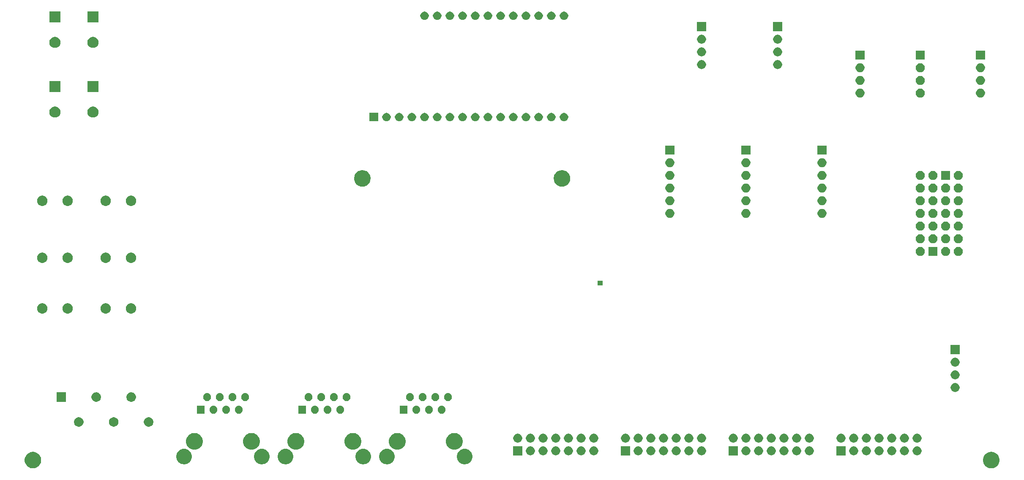
<source format=gbr>
G04 #@! TF.GenerationSoftware,KiCad,Pcbnew,(5.1.5)-3*
G04 #@! TF.CreationDate,2021-06-03T21:37:04-07:00*
G04 #@! TF.ProjectId,GrowController,47726f77-436f-46e7-9472-6f6c6c65722e,rev?*
G04 #@! TF.SameCoordinates,Original*
G04 #@! TF.FileFunction,Soldermask,Bot*
G04 #@! TF.FilePolarity,Negative*
%FSLAX46Y46*%
G04 Gerber Fmt 4.6, Leading zero omitted, Abs format (unit mm)*
G04 Created by KiCad (PCBNEW (5.1.5)-3) date 2021-06-03 21:37:04*
%MOMM*%
%LPD*%
G04 APERTURE LIST*
%ADD10C,0.100000*%
G04 APERTURE END LIST*
D10*
G36*
X54375256Y-144391298D02*
G01*
X54481579Y-144412447D01*
X54782042Y-144536903D01*
X55052451Y-144717585D01*
X55282415Y-144947549D01*
X55463097Y-145217958D01*
X55587553Y-145518421D01*
X55651000Y-145837391D01*
X55651000Y-146162609D01*
X55587553Y-146481579D01*
X55463097Y-146782042D01*
X55282415Y-147052451D01*
X55052451Y-147282415D01*
X54782042Y-147463097D01*
X54481579Y-147587553D01*
X54375256Y-147608702D01*
X54162611Y-147651000D01*
X53837389Y-147651000D01*
X53624744Y-147608702D01*
X53518421Y-147587553D01*
X53217958Y-147463097D01*
X52947549Y-147282415D01*
X52717585Y-147052451D01*
X52536903Y-146782042D01*
X52412447Y-146481579D01*
X52349000Y-146162609D01*
X52349000Y-145837391D01*
X52412447Y-145518421D01*
X52536903Y-145217958D01*
X52717585Y-144947549D01*
X52947549Y-144717585D01*
X53217958Y-144536903D01*
X53518421Y-144412447D01*
X53624744Y-144391298D01*
X53837389Y-144349000D01*
X54162611Y-144349000D01*
X54375256Y-144391298D01*
G37*
G36*
X246375256Y-144391298D02*
G01*
X246481579Y-144412447D01*
X246782042Y-144536903D01*
X247052451Y-144717585D01*
X247282415Y-144947549D01*
X247463097Y-145217958D01*
X247587553Y-145518421D01*
X247651000Y-145837391D01*
X247651000Y-146162609D01*
X247587553Y-146481579D01*
X247463097Y-146782042D01*
X247282415Y-147052451D01*
X247052451Y-147282415D01*
X246782042Y-147463097D01*
X246481579Y-147587553D01*
X246375256Y-147608702D01*
X246162611Y-147651000D01*
X245837389Y-147651000D01*
X245624744Y-147608702D01*
X245518421Y-147587553D01*
X245217958Y-147463097D01*
X244947549Y-147282415D01*
X244717585Y-147052451D01*
X244536903Y-146782042D01*
X244412447Y-146481579D01*
X244349000Y-146162609D01*
X244349000Y-145837391D01*
X244412447Y-145518421D01*
X244536903Y-145217958D01*
X244717585Y-144947549D01*
X244947549Y-144717585D01*
X245217958Y-144536903D01*
X245518421Y-144412447D01*
X245624744Y-144391298D01*
X245837389Y-144349000D01*
X246162611Y-144349000D01*
X246375256Y-144391298D01*
G37*
G36*
X140787585Y-143768802D02*
G01*
X140937410Y-143798604D01*
X141219674Y-143915521D01*
X141473705Y-144085259D01*
X141689741Y-144301295D01*
X141859479Y-144555326D01*
X141976396Y-144837590D01*
X142036000Y-145137240D01*
X142036000Y-145442760D01*
X141976396Y-145742410D01*
X141859479Y-146024674D01*
X141689741Y-146278705D01*
X141473705Y-146494741D01*
X141219674Y-146664479D01*
X140937410Y-146781396D01*
X140787585Y-146811198D01*
X140637761Y-146841000D01*
X140332239Y-146841000D01*
X140182415Y-146811198D01*
X140032590Y-146781396D01*
X139750326Y-146664479D01*
X139496295Y-146494741D01*
X139280259Y-146278705D01*
X139110521Y-146024674D01*
X138993604Y-145742410D01*
X138934000Y-145442760D01*
X138934000Y-145137240D01*
X138993604Y-144837590D01*
X139110521Y-144555326D01*
X139280259Y-144301295D01*
X139496295Y-144085259D01*
X139750326Y-143915521D01*
X140032590Y-143798604D01*
X140182415Y-143768802D01*
X140332239Y-143739000D01*
X140637761Y-143739000D01*
X140787585Y-143768802D01*
G37*
G36*
X120467585Y-143768802D02*
G01*
X120617410Y-143798604D01*
X120899674Y-143915521D01*
X121153705Y-144085259D01*
X121369741Y-144301295D01*
X121539479Y-144555326D01*
X121656396Y-144837590D01*
X121716000Y-145137240D01*
X121716000Y-145442760D01*
X121656396Y-145742410D01*
X121539479Y-146024674D01*
X121369741Y-146278705D01*
X121153705Y-146494741D01*
X120899674Y-146664479D01*
X120617410Y-146781396D01*
X120467585Y-146811198D01*
X120317761Y-146841000D01*
X120012239Y-146841000D01*
X119862415Y-146811198D01*
X119712590Y-146781396D01*
X119430326Y-146664479D01*
X119176295Y-146494741D01*
X118960259Y-146278705D01*
X118790521Y-146024674D01*
X118673604Y-145742410D01*
X118614000Y-145442760D01*
X118614000Y-145137240D01*
X118673604Y-144837590D01*
X118790521Y-144555326D01*
X118960259Y-144301295D01*
X119176295Y-144085259D01*
X119430326Y-143915521D01*
X119712590Y-143798604D01*
X119862415Y-143768802D01*
X120012239Y-143739000D01*
X120317761Y-143739000D01*
X120467585Y-143768802D01*
G37*
G36*
X125247585Y-143768802D02*
G01*
X125397410Y-143798604D01*
X125679674Y-143915521D01*
X125933705Y-144085259D01*
X126149741Y-144301295D01*
X126319479Y-144555326D01*
X126436396Y-144837590D01*
X126496000Y-145137240D01*
X126496000Y-145442760D01*
X126436396Y-145742410D01*
X126319479Y-146024674D01*
X126149741Y-146278705D01*
X125933705Y-146494741D01*
X125679674Y-146664479D01*
X125397410Y-146781396D01*
X125247585Y-146811198D01*
X125097761Y-146841000D01*
X124792239Y-146841000D01*
X124642415Y-146811198D01*
X124492590Y-146781396D01*
X124210326Y-146664479D01*
X123956295Y-146494741D01*
X123740259Y-146278705D01*
X123570521Y-146024674D01*
X123453604Y-145742410D01*
X123394000Y-145442760D01*
X123394000Y-145137240D01*
X123453604Y-144837590D01*
X123570521Y-144555326D01*
X123740259Y-144301295D01*
X123956295Y-144085259D01*
X124210326Y-143915521D01*
X124492590Y-143798604D01*
X124642415Y-143768802D01*
X124792239Y-143739000D01*
X125097761Y-143739000D01*
X125247585Y-143768802D01*
G37*
G36*
X100147585Y-143768802D02*
G01*
X100297410Y-143798604D01*
X100579674Y-143915521D01*
X100833705Y-144085259D01*
X101049741Y-144301295D01*
X101219479Y-144555326D01*
X101336396Y-144837590D01*
X101396000Y-145137240D01*
X101396000Y-145442760D01*
X101336396Y-145742410D01*
X101219479Y-146024674D01*
X101049741Y-146278705D01*
X100833705Y-146494741D01*
X100579674Y-146664479D01*
X100297410Y-146781396D01*
X100147585Y-146811198D01*
X99997761Y-146841000D01*
X99692239Y-146841000D01*
X99542415Y-146811198D01*
X99392590Y-146781396D01*
X99110326Y-146664479D01*
X98856295Y-146494741D01*
X98640259Y-146278705D01*
X98470521Y-146024674D01*
X98353604Y-145742410D01*
X98294000Y-145442760D01*
X98294000Y-145137240D01*
X98353604Y-144837590D01*
X98470521Y-144555326D01*
X98640259Y-144301295D01*
X98856295Y-144085259D01*
X99110326Y-143915521D01*
X99392590Y-143798604D01*
X99542415Y-143768802D01*
X99692239Y-143739000D01*
X99997761Y-143739000D01*
X100147585Y-143768802D01*
G37*
G36*
X104927585Y-143768802D02*
G01*
X105077410Y-143798604D01*
X105359674Y-143915521D01*
X105613705Y-144085259D01*
X105829741Y-144301295D01*
X105999479Y-144555326D01*
X106116396Y-144837590D01*
X106176000Y-145137240D01*
X106176000Y-145442760D01*
X106116396Y-145742410D01*
X105999479Y-146024674D01*
X105829741Y-146278705D01*
X105613705Y-146494741D01*
X105359674Y-146664479D01*
X105077410Y-146781396D01*
X104927585Y-146811198D01*
X104777761Y-146841000D01*
X104472239Y-146841000D01*
X104322415Y-146811198D01*
X104172590Y-146781396D01*
X103890326Y-146664479D01*
X103636295Y-146494741D01*
X103420259Y-146278705D01*
X103250521Y-146024674D01*
X103133604Y-145742410D01*
X103074000Y-145442760D01*
X103074000Y-145137240D01*
X103133604Y-144837590D01*
X103250521Y-144555326D01*
X103420259Y-144301295D01*
X103636295Y-144085259D01*
X103890326Y-143915521D01*
X104172590Y-143798604D01*
X104322415Y-143768802D01*
X104472239Y-143739000D01*
X104777761Y-143739000D01*
X104927585Y-143768802D01*
G37*
G36*
X84607585Y-143768802D02*
G01*
X84757410Y-143798604D01*
X85039674Y-143915521D01*
X85293705Y-144085259D01*
X85509741Y-144301295D01*
X85679479Y-144555326D01*
X85796396Y-144837590D01*
X85856000Y-145137240D01*
X85856000Y-145442760D01*
X85796396Y-145742410D01*
X85679479Y-146024674D01*
X85509741Y-146278705D01*
X85293705Y-146494741D01*
X85039674Y-146664479D01*
X84757410Y-146781396D01*
X84607585Y-146811198D01*
X84457761Y-146841000D01*
X84152239Y-146841000D01*
X84002415Y-146811198D01*
X83852590Y-146781396D01*
X83570326Y-146664479D01*
X83316295Y-146494741D01*
X83100259Y-146278705D01*
X82930521Y-146024674D01*
X82813604Y-145742410D01*
X82754000Y-145442760D01*
X82754000Y-145137240D01*
X82813604Y-144837590D01*
X82930521Y-144555326D01*
X83100259Y-144301295D01*
X83316295Y-144085259D01*
X83570326Y-143915521D01*
X83852590Y-143798604D01*
X84002415Y-143768802D01*
X84152239Y-143739000D01*
X84457761Y-143739000D01*
X84607585Y-143768802D01*
G37*
G36*
X204583512Y-143248927D02*
G01*
X204732812Y-143278624D01*
X204896784Y-143346544D01*
X205044354Y-143445147D01*
X205169853Y-143570646D01*
X205268456Y-143718216D01*
X205336376Y-143882188D01*
X205371000Y-144056259D01*
X205371000Y-144233741D01*
X205336376Y-144407812D01*
X205268456Y-144571784D01*
X205169853Y-144719354D01*
X205044354Y-144844853D01*
X204896784Y-144943456D01*
X204732812Y-145011376D01*
X204583512Y-145041073D01*
X204558742Y-145046000D01*
X204381258Y-145046000D01*
X204356488Y-145041073D01*
X204207188Y-145011376D01*
X204043216Y-144943456D01*
X203895646Y-144844853D01*
X203770147Y-144719354D01*
X203671544Y-144571784D01*
X203603624Y-144407812D01*
X203569000Y-144233741D01*
X203569000Y-144056259D01*
X203603624Y-143882188D01*
X203671544Y-143718216D01*
X203770147Y-143570646D01*
X203895646Y-143445147D01*
X204043216Y-143346544D01*
X204207188Y-143278624D01*
X204356488Y-143248927D01*
X204381258Y-143244000D01*
X204558742Y-143244000D01*
X204583512Y-143248927D01*
G37*
G36*
X195211000Y-145046000D02*
G01*
X193409000Y-145046000D01*
X193409000Y-143244000D01*
X195211000Y-143244000D01*
X195211000Y-145046000D01*
G37*
G36*
X196963512Y-143248927D02*
G01*
X197112812Y-143278624D01*
X197276784Y-143346544D01*
X197424354Y-143445147D01*
X197549853Y-143570646D01*
X197648456Y-143718216D01*
X197716376Y-143882188D01*
X197751000Y-144056259D01*
X197751000Y-144233741D01*
X197716376Y-144407812D01*
X197648456Y-144571784D01*
X197549853Y-144719354D01*
X197424354Y-144844853D01*
X197276784Y-144943456D01*
X197112812Y-145011376D01*
X196963512Y-145041073D01*
X196938742Y-145046000D01*
X196761258Y-145046000D01*
X196736488Y-145041073D01*
X196587188Y-145011376D01*
X196423216Y-144943456D01*
X196275646Y-144844853D01*
X196150147Y-144719354D01*
X196051544Y-144571784D01*
X195983624Y-144407812D01*
X195949000Y-144233741D01*
X195949000Y-144056259D01*
X195983624Y-143882188D01*
X196051544Y-143718216D01*
X196150147Y-143570646D01*
X196275646Y-143445147D01*
X196423216Y-143346544D01*
X196587188Y-143278624D01*
X196736488Y-143248927D01*
X196761258Y-143244000D01*
X196938742Y-143244000D01*
X196963512Y-143248927D01*
G37*
G36*
X199503512Y-143248927D02*
G01*
X199652812Y-143278624D01*
X199816784Y-143346544D01*
X199964354Y-143445147D01*
X200089853Y-143570646D01*
X200188456Y-143718216D01*
X200256376Y-143882188D01*
X200291000Y-144056259D01*
X200291000Y-144233741D01*
X200256376Y-144407812D01*
X200188456Y-144571784D01*
X200089853Y-144719354D01*
X199964354Y-144844853D01*
X199816784Y-144943456D01*
X199652812Y-145011376D01*
X199503512Y-145041073D01*
X199478742Y-145046000D01*
X199301258Y-145046000D01*
X199276488Y-145041073D01*
X199127188Y-145011376D01*
X198963216Y-144943456D01*
X198815646Y-144844853D01*
X198690147Y-144719354D01*
X198591544Y-144571784D01*
X198523624Y-144407812D01*
X198489000Y-144233741D01*
X198489000Y-144056259D01*
X198523624Y-143882188D01*
X198591544Y-143718216D01*
X198690147Y-143570646D01*
X198815646Y-143445147D01*
X198963216Y-143346544D01*
X199127188Y-143278624D01*
X199276488Y-143248927D01*
X199301258Y-143244000D01*
X199478742Y-143244000D01*
X199503512Y-143248927D01*
G37*
G36*
X202043512Y-143248927D02*
G01*
X202192812Y-143278624D01*
X202356784Y-143346544D01*
X202504354Y-143445147D01*
X202629853Y-143570646D01*
X202728456Y-143718216D01*
X202796376Y-143882188D01*
X202831000Y-144056259D01*
X202831000Y-144233741D01*
X202796376Y-144407812D01*
X202728456Y-144571784D01*
X202629853Y-144719354D01*
X202504354Y-144844853D01*
X202356784Y-144943456D01*
X202192812Y-145011376D01*
X202043512Y-145041073D01*
X202018742Y-145046000D01*
X201841258Y-145046000D01*
X201816488Y-145041073D01*
X201667188Y-145011376D01*
X201503216Y-144943456D01*
X201355646Y-144844853D01*
X201230147Y-144719354D01*
X201131544Y-144571784D01*
X201063624Y-144407812D01*
X201029000Y-144233741D01*
X201029000Y-144056259D01*
X201063624Y-143882188D01*
X201131544Y-143718216D01*
X201230147Y-143570646D01*
X201355646Y-143445147D01*
X201503216Y-143346544D01*
X201667188Y-143278624D01*
X201816488Y-143248927D01*
X201841258Y-143244000D01*
X202018742Y-143244000D01*
X202043512Y-143248927D01*
G37*
G36*
X209663512Y-143248927D02*
G01*
X209812812Y-143278624D01*
X209976784Y-143346544D01*
X210124354Y-143445147D01*
X210249853Y-143570646D01*
X210348456Y-143718216D01*
X210416376Y-143882188D01*
X210451000Y-144056259D01*
X210451000Y-144233741D01*
X210416376Y-144407812D01*
X210348456Y-144571784D01*
X210249853Y-144719354D01*
X210124354Y-144844853D01*
X209976784Y-144943456D01*
X209812812Y-145011376D01*
X209663512Y-145041073D01*
X209638742Y-145046000D01*
X209461258Y-145046000D01*
X209436488Y-145041073D01*
X209287188Y-145011376D01*
X209123216Y-144943456D01*
X208975646Y-144844853D01*
X208850147Y-144719354D01*
X208751544Y-144571784D01*
X208683624Y-144407812D01*
X208649000Y-144233741D01*
X208649000Y-144056259D01*
X208683624Y-143882188D01*
X208751544Y-143718216D01*
X208850147Y-143570646D01*
X208975646Y-143445147D01*
X209123216Y-143346544D01*
X209287188Y-143278624D01*
X209436488Y-143248927D01*
X209461258Y-143244000D01*
X209638742Y-143244000D01*
X209663512Y-143248927D01*
G37*
G36*
X188073512Y-143248927D02*
G01*
X188222812Y-143278624D01*
X188386784Y-143346544D01*
X188534354Y-143445147D01*
X188659853Y-143570646D01*
X188758456Y-143718216D01*
X188826376Y-143882188D01*
X188861000Y-144056259D01*
X188861000Y-144233741D01*
X188826376Y-144407812D01*
X188758456Y-144571784D01*
X188659853Y-144719354D01*
X188534354Y-144844853D01*
X188386784Y-144943456D01*
X188222812Y-145011376D01*
X188073512Y-145041073D01*
X188048742Y-145046000D01*
X187871258Y-145046000D01*
X187846488Y-145041073D01*
X187697188Y-145011376D01*
X187533216Y-144943456D01*
X187385646Y-144844853D01*
X187260147Y-144719354D01*
X187161544Y-144571784D01*
X187093624Y-144407812D01*
X187059000Y-144233741D01*
X187059000Y-144056259D01*
X187093624Y-143882188D01*
X187161544Y-143718216D01*
X187260147Y-143570646D01*
X187385646Y-143445147D01*
X187533216Y-143346544D01*
X187697188Y-143278624D01*
X187846488Y-143248927D01*
X187871258Y-143244000D01*
X188048742Y-143244000D01*
X188073512Y-143248927D01*
G37*
G36*
X185533512Y-143248927D02*
G01*
X185682812Y-143278624D01*
X185846784Y-143346544D01*
X185994354Y-143445147D01*
X186119853Y-143570646D01*
X186218456Y-143718216D01*
X186286376Y-143882188D01*
X186321000Y-144056259D01*
X186321000Y-144233741D01*
X186286376Y-144407812D01*
X186218456Y-144571784D01*
X186119853Y-144719354D01*
X185994354Y-144844853D01*
X185846784Y-144943456D01*
X185682812Y-145011376D01*
X185533512Y-145041073D01*
X185508742Y-145046000D01*
X185331258Y-145046000D01*
X185306488Y-145041073D01*
X185157188Y-145011376D01*
X184993216Y-144943456D01*
X184845646Y-144844853D01*
X184720147Y-144719354D01*
X184621544Y-144571784D01*
X184553624Y-144407812D01*
X184519000Y-144233741D01*
X184519000Y-144056259D01*
X184553624Y-143882188D01*
X184621544Y-143718216D01*
X184720147Y-143570646D01*
X184845646Y-143445147D01*
X184993216Y-143346544D01*
X185157188Y-143278624D01*
X185306488Y-143248927D01*
X185331258Y-143244000D01*
X185508742Y-143244000D01*
X185533512Y-143248927D01*
G37*
G36*
X182993512Y-143248927D02*
G01*
X183142812Y-143278624D01*
X183306784Y-143346544D01*
X183454354Y-143445147D01*
X183579853Y-143570646D01*
X183678456Y-143718216D01*
X183746376Y-143882188D01*
X183781000Y-144056259D01*
X183781000Y-144233741D01*
X183746376Y-144407812D01*
X183678456Y-144571784D01*
X183579853Y-144719354D01*
X183454354Y-144844853D01*
X183306784Y-144943456D01*
X183142812Y-145011376D01*
X182993512Y-145041073D01*
X182968742Y-145046000D01*
X182791258Y-145046000D01*
X182766488Y-145041073D01*
X182617188Y-145011376D01*
X182453216Y-144943456D01*
X182305646Y-144844853D01*
X182180147Y-144719354D01*
X182081544Y-144571784D01*
X182013624Y-144407812D01*
X181979000Y-144233741D01*
X181979000Y-144056259D01*
X182013624Y-143882188D01*
X182081544Y-143718216D01*
X182180147Y-143570646D01*
X182305646Y-143445147D01*
X182453216Y-143346544D01*
X182617188Y-143278624D01*
X182766488Y-143248927D01*
X182791258Y-143244000D01*
X182968742Y-143244000D01*
X182993512Y-143248927D01*
G37*
G36*
X180453512Y-143248927D02*
G01*
X180602812Y-143278624D01*
X180766784Y-143346544D01*
X180914354Y-143445147D01*
X181039853Y-143570646D01*
X181138456Y-143718216D01*
X181206376Y-143882188D01*
X181241000Y-144056259D01*
X181241000Y-144233741D01*
X181206376Y-144407812D01*
X181138456Y-144571784D01*
X181039853Y-144719354D01*
X180914354Y-144844853D01*
X180766784Y-144943456D01*
X180602812Y-145011376D01*
X180453512Y-145041073D01*
X180428742Y-145046000D01*
X180251258Y-145046000D01*
X180226488Y-145041073D01*
X180077188Y-145011376D01*
X179913216Y-144943456D01*
X179765646Y-144844853D01*
X179640147Y-144719354D01*
X179541544Y-144571784D01*
X179473624Y-144407812D01*
X179439000Y-144233741D01*
X179439000Y-144056259D01*
X179473624Y-143882188D01*
X179541544Y-143718216D01*
X179640147Y-143570646D01*
X179765646Y-143445147D01*
X179913216Y-143346544D01*
X180077188Y-143278624D01*
X180226488Y-143248927D01*
X180251258Y-143244000D01*
X180428742Y-143244000D01*
X180453512Y-143248927D01*
G37*
G36*
X177913512Y-143248927D02*
G01*
X178062812Y-143278624D01*
X178226784Y-143346544D01*
X178374354Y-143445147D01*
X178499853Y-143570646D01*
X178598456Y-143718216D01*
X178666376Y-143882188D01*
X178701000Y-144056259D01*
X178701000Y-144233741D01*
X178666376Y-144407812D01*
X178598456Y-144571784D01*
X178499853Y-144719354D01*
X178374354Y-144844853D01*
X178226784Y-144943456D01*
X178062812Y-145011376D01*
X177913512Y-145041073D01*
X177888742Y-145046000D01*
X177711258Y-145046000D01*
X177686488Y-145041073D01*
X177537188Y-145011376D01*
X177373216Y-144943456D01*
X177225646Y-144844853D01*
X177100147Y-144719354D01*
X177001544Y-144571784D01*
X176933624Y-144407812D01*
X176899000Y-144233741D01*
X176899000Y-144056259D01*
X176933624Y-143882188D01*
X177001544Y-143718216D01*
X177100147Y-143570646D01*
X177225646Y-143445147D01*
X177373216Y-143346544D01*
X177537188Y-143278624D01*
X177686488Y-143248927D01*
X177711258Y-143244000D01*
X177888742Y-143244000D01*
X177913512Y-143248927D01*
G37*
G36*
X175373512Y-143248927D02*
G01*
X175522812Y-143278624D01*
X175686784Y-143346544D01*
X175834354Y-143445147D01*
X175959853Y-143570646D01*
X176058456Y-143718216D01*
X176126376Y-143882188D01*
X176161000Y-144056259D01*
X176161000Y-144233741D01*
X176126376Y-144407812D01*
X176058456Y-144571784D01*
X175959853Y-144719354D01*
X175834354Y-144844853D01*
X175686784Y-144943456D01*
X175522812Y-145011376D01*
X175373512Y-145041073D01*
X175348742Y-145046000D01*
X175171258Y-145046000D01*
X175146488Y-145041073D01*
X174997188Y-145011376D01*
X174833216Y-144943456D01*
X174685646Y-144844853D01*
X174560147Y-144719354D01*
X174461544Y-144571784D01*
X174393624Y-144407812D01*
X174359000Y-144233741D01*
X174359000Y-144056259D01*
X174393624Y-143882188D01*
X174461544Y-143718216D01*
X174560147Y-143570646D01*
X174685646Y-143445147D01*
X174833216Y-143346544D01*
X174997188Y-143278624D01*
X175146488Y-143248927D01*
X175171258Y-143244000D01*
X175348742Y-143244000D01*
X175373512Y-143248927D01*
G37*
G36*
X173621000Y-145046000D02*
G01*
X171819000Y-145046000D01*
X171819000Y-143244000D01*
X173621000Y-143244000D01*
X173621000Y-145046000D01*
G37*
G36*
X207123512Y-143248927D02*
G01*
X207272812Y-143278624D01*
X207436784Y-143346544D01*
X207584354Y-143445147D01*
X207709853Y-143570646D01*
X207808456Y-143718216D01*
X207876376Y-143882188D01*
X207911000Y-144056259D01*
X207911000Y-144233741D01*
X207876376Y-144407812D01*
X207808456Y-144571784D01*
X207709853Y-144719354D01*
X207584354Y-144844853D01*
X207436784Y-144943456D01*
X207272812Y-145011376D01*
X207123512Y-145041073D01*
X207098742Y-145046000D01*
X206921258Y-145046000D01*
X206896488Y-145041073D01*
X206747188Y-145011376D01*
X206583216Y-144943456D01*
X206435646Y-144844853D01*
X206310147Y-144719354D01*
X206211544Y-144571784D01*
X206143624Y-144407812D01*
X206109000Y-144233741D01*
X206109000Y-144056259D01*
X206143624Y-143882188D01*
X206211544Y-143718216D01*
X206310147Y-143570646D01*
X206435646Y-143445147D01*
X206583216Y-143346544D01*
X206747188Y-143278624D01*
X206896488Y-143248927D01*
X206921258Y-143244000D01*
X207098742Y-143244000D01*
X207123512Y-143248927D01*
G37*
G36*
X153783512Y-143248927D02*
G01*
X153932812Y-143278624D01*
X154096784Y-143346544D01*
X154244354Y-143445147D01*
X154369853Y-143570646D01*
X154468456Y-143718216D01*
X154536376Y-143882188D01*
X154571000Y-144056259D01*
X154571000Y-144233741D01*
X154536376Y-144407812D01*
X154468456Y-144571784D01*
X154369853Y-144719354D01*
X154244354Y-144844853D01*
X154096784Y-144943456D01*
X153932812Y-145011376D01*
X153783512Y-145041073D01*
X153758742Y-145046000D01*
X153581258Y-145046000D01*
X153556488Y-145041073D01*
X153407188Y-145011376D01*
X153243216Y-144943456D01*
X153095646Y-144844853D01*
X152970147Y-144719354D01*
X152871544Y-144571784D01*
X152803624Y-144407812D01*
X152769000Y-144233741D01*
X152769000Y-144056259D01*
X152803624Y-143882188D01*
X152871544Y-143718216D01*
X152970147Y-143570646D01*
X153095646Y-143445147D01*
X153243216Y-143346544D01*
X153407188Y-143278624D01*
X153556488Y-143248927D01*
X153581258Y-143244000D01*
X153758742Y-143244000D01*
X153783512Y-143248927D01*
G37*
G36*
X226173512Y-143248927D02*
G01*
X226322812Y-143278624D01*
X226486784Y-143346544D01*
X226634354Y-143445147D01*
X226759853Y-143570646D01*
X226858456Y-143718216D01*
X226926376Y-143882188D01*
X226961000Y-144056259D01*
X226961000Y-144233741D01*
X226926376Y-144407812D01*
X226858456Y-144571784D01*
X226759853Y-144719354D01*
X226634354Y-144844853D01*
X226486784Y-144943456D01*
X226322812Y-145011376D01*
X226173512Y-145041073D01*
X226148742Y-145046000D01*
X225971258Y-145046000D01*
X225946488Y-145041073D01*
X225797188Y-145011376D01*
X225633216Y-144943456D01*
X225485646Y-144844853D01*
X225360147Y-144719354D01*
X225261544Y-144571784D01*
X225193624Y-144407812D01*
X225159000Y-144233741D01*
X225159000Y-144056259D01*
X225193624Y-143882188D01*
X225261544Y-143718216D01*
X225360147Y-143570646D01*
X225485646Y-143445147D01*
X225633216Y-143346544D01*
X225797188Y-143278624D01*
X225946488Y-143248927D01*
X225971258Y-143244000D01*
X226148742Y-143244000D01*
X226173512Y-143248927D01*
G37*
G36*
X223633512Y-143248927D02*
G01*
X223782812Y-143278624D01*
X223946784Y-143346544D01*
X224094354Y-143445147D01*
X224219853Y-143570646D01*
X224318456Y-143718216D01*
X224386376Y-143882188D01*
X224421000Y-144056259D01*
X224421000Y-144233741D01*
X224386376Y-144407812D01*
X224318456Y-144571784D01*
X224219853Y-144719354D01*
X224094354Y-144844853D01*
X223946784Y-144943456D01*
X223782812Y-145011376D01*
X223633512Y-145041073D01*
X223608742Y-145046000D01*
X223431258Y-145046000D01*
X223406488Y-145041073D01*
X223257188Y-145011376D01*
X223093216Y-144943456D01*
X222945646Y-144844853D01*
X222820147Y-144719354D01*
X222721544Y-144571784D01*
X222653624Y-144407812D01*
X222619000Y-144233741D01*
X222619000Y-144056259D01*
X222653624Y-143882188D01*
X222721544Y-143718216D01*
X222820147Y-143570646D01*
X222945646Y-143445147D01*
X223093216Y-143346544D01*
X223257188Y-143278624D01*
X223406488Y-143248927D01*
X223431258Y-143244000D01*
X223608742Y-143244000D01*
X223633512Y-143248927D01*
G37*
G36*
X221093512Y-143248927D02*
G01*
X221242812Y-143278624D01*
X221406784Y-143346544D01*
X221554354Y-143445147D01*
X221679853Y-143570646D01*
X221778456Y-143718216D01*
X221846376Y-143882188D01*
X221881000Y-144056259D01*
X221881000Y-144233741D01*
X221846376Y-144407812D01*
X221778456Y-144571784D01*
X221679853Y-144719354D01*
X221554354Y-144844853D01*
X221406784Y-144943456D01*
X221242812Y-145011376D01*
X221093512Y-145041073D01*
X221068742Y-145046000D01*
X220891258Y-145046000D01*
X220866488Y-145041073D01*
X220717188Y-145011376D01*
X220553216Y-144943456D01*
X220405646Y-144844853D01*
X220280147Y-144719354D01*
X220181544Y-144571784D01*
X220113624Y-144407812D01*
X220079000Y-144233741D01*
X220079000Y-144056259D01*
X220113624Y-143882188D01*
X220181544Y-143718216D01*
X220280147Y-143570646D01*
X220405646Y-143445147D01*
X220553216Y-143346544D01*
X220717188Y-143278624D01*
X220866488Y-143248927D01*
X220891258Y-143244000D01*
X221068742Y-143244000D01*
X221093512Y-143248927D01*
G37*
G36*
X218553512Y-143248927D02*
G01*
X218702812Y-143278624D01*
X218866784Y-143346544D01*
X219014354Y-143445147D01*
X219139853Y-143570646D01*
X219238456Y-143718216D01*
X219306376Y-143882188D01*
X219341000Y-144056259D01*
X219341000Y-144233741D01*
X219306376Y-144407812D01*
X219238456Y-144571784D01*
X219139853Y-144719354D01*
X219014354Y-144844853D01*
X218866784Y-144943456D01*
X218702812Y-145011376D01*
X218553512Y-145041073D01*
X218528742Y-145046000D01*
X218351258Y-145046000D01*
X218326488Y-145041073D01*
X218177188Y-145011376D01*
X218013216Y-144943456D01*
X217865646Y-144844853D01*
X217740147Y-144719354D01*
X217641544Y-144571784D01*
X217573624Y-144407812D01*
X217539000Y-144233741D01*
X217539000Y-144056259D01*
X217573624Y-143882188D01*
X217641544Y-143718216D01*
X217740147Y-143570646D01*
X217865646Y-143445147D01*
X218013216Y-143346544D01*
X218177188Y-143278624D01*
X218326488Y-143248927D01*
X218351258Y-143244000D01*
X218528742Y-143244000D01*
X218553512Y-143248927D01*
G37*
G36*
X216801000Y-145046000D02*
G01*
X214999000Y-145046000D01*
X214999000Y-143244000D01*
X216801000Y-143244000D01*
X216801000Y-145046000D01*
G37*
G36*
X152031000Y-145046000D02*
G01*
X150229000Y-145046000D01*
X150229000Y-143244000D01*
X152031000Y-143244000D01*
X152031000Y-145046000D01*
G37*
G36*
X156323512Y-143248927D02*
G01*
X156472812Y-143278624D01*
X156636784Y-143346544D01*
X156784354Y-143445147D01*
X156909853Y-143570646D01*
X157008456Y-143718216D01*
X157076376Y-143882188D01*
X157111000Y-144056259D01*
X157111000Y-144233741D01*
X157076376Y-144407812D01*
X157008456Y-144571784D01*
X156909853Y-144719354D01*
X156784354Y-144844853D01*
X156636784Y-144943456D01*
X156472812Y-145011376D01*
X156323512Y-145041073D01*
X156298742Y-145046000D01*
X156121258Y-145046000D01*
X156096488Y-145041073D01*
X155947188Y-145011376D01*
X155783216Y-144943456D01*
X155635646Y-144844853D01*
X155510147Y-144719354D01*
X155411544Y-144571784D01*
X155343624Y-144407812D01*
X155309000Y-144233741D01*
X155309000Y-144056259D01*
X155343624Y-143882188D01*
X155411544Y-143718216D01*
X155510147Y-143570646D01*
X155635646Y-143445147D01*
X155783216Y-143346544D01*
X155947188Y-143278624D01*
X156096488Y-143248927D01*
X156121258Y-143244000D01*
X156298742Y-143244000D01*
X156323512Y-143248927D01*
G37*
G36*
X158863512Y-143248927D02*
G01*
X159012812Y-143278624D01*
X159176784Y-143346544D01*
X159324354Y-143445147D01*
X159449853Y-143570646D01*
X159548456Y-143718216D01*
X159616376Y-143882188D01*
X159651000Y-144056259D01*
X159651000Y-144233741D01*
X159616376Y-144407812D01*
X159548456Y-144571784D01*
X159449853Y-144719354D01*
X159324354Y-144844853D01*
X159176784Y-144943456D01*
X159012812Y-145011376D01*
X158863512Y-145041073D01*
X158838742Y-145046000D01*
X158661258Y-145046000D01*
X158636488Y-145041073D01*
X158487188Y-145011376D01*
X158323216Y-144943456D01*
X158175646Y-144844853D01*
X158050147Y-144719354D01*
X157951544Y-144571784D01*
X157883624Y-144407812D01*
X157849000Y-144233741D01*
X157849000Y-144056259D01*
X157883624Y-143882188D01*
X157951544Y-143718216D01*
X158050147Y-143570646D01*
X158175646Y-143445147D01*
X158323216Y-143346544D01*
X158487188Y-143278624D01*
X158636488Y-143248927D01*
X158661258Y-143244000D01*
X158838742Y-143244000D01*
X158863512Y-143248927D01*
G37*
G36*
X161403512Y-143248927D02*
G01*
X161552812Y-143278624D01*
X161716784Y-143346544D01*
X161864354Y-143445147D01*
X161989853Y-143570646D01*
X162088456Y-143718216D01*
X162156376Y-143882188D01*
X162191000Y-144056259D01*
X162191000Y-144233741D01*
X162156376Y-144407812D01*
X162088456Y-144571784D01*
X161989853Y-144719354D01*
X161864354Y-144844853D01*
X161716784Y-144943456D01*
X161552812Y-145011376D01*
X161403512Y-145041073D01*
X161378742Y-145046000D01*
X161201258Y-145046000D01*
X161176488Y-145041073D01*
X161027188Y-145011376D01*
X160863216Y-144943456D01*
X160715646Y-144844853D01*
X160590147Y-144719354D01*
X160491544Y-144571784D01*
X160423624Y-144407812D01*
X160389000Y-144233741D01*
X160389000Y-144056259D01*
X160423624Y-143882188D01*
X160491544Y-143718216D01*
X160590147Y-143570646D01*
X160715646Y-143445147D01*
X160863216Y-143346544D01*
X161027188Y-143278624D01*
X161176488Y-143248927D01*
X161201258Y-143244000D01*
X161378742Y-143244000D01*
X161403512Y-143248927D01*
G37*
G36*
X163943512Y-143248927D02*
G01*
X164092812Y-143278624D01*
X164256784Y-143346544D01*
X164404354Y-143445147D01*
X164529853Y-143570646D01*
X164628456Y-143718216D01*
X164696376Y-143882188D01*
X164731000Y-144056259D01*
X164731000Y-144233741D01*
X164696376Y-144407812D01*
X164628456Y-144571784D01*
X164529853Y-144719354D01*
X164404354Y-144844853D01*
X164256784Y-144943456D01*
X164092812Y-145011376D01*
X163943512Y-145041073D01*
X163918742Y-145046000D01*
X163741258Y-145046000D01*
X163716488Y-145041073D01*
X163567188Y-145011376D01*
X163403216Y-144943456D01*
X163255646Y-144844853D01*
X163130147Y-144719354D01*
X163031544Y-144571784D01*
X162963624Y-144407812D01*
X162929000Y-144233741D01*
X162929000Y-144056259D01*
X162963624Y-143882188D01*
X163031544Y-143718216D01*
X163130147Y-143570646D01*
X163255646Y-143445147D01*
X163403216Y-143346544D01*
X163567188Y-143278624D01*
X163716488Y-143248927D01*
X163741258Y-143244000D01*
X163918742Y-143244000D01*
X163943512Y-143248927D01*
G37*
G36*
X166483512Y-143248927D02*
G01*
X166632812Y-143278624D01*
X166796784Y-143346544D01*
X166944354Y-143445147D01*
X167069853Y-143570646D01*
X167168456Y-143718216D01*
X167236376Y-143882188D01*
X167271000Y-144056259D01*
X167271000Y-144233741D01*
X167236376Y-144407812D01*
X167168456Y-144571784D01*
X167069853Y-144719354D01*
X166944354Y-144844853D01*
X166796784Y-144943456D01*
X166632812Y-145011376D01*
X166483512Y-145041073D01*
X166458742Y-145046000D01*
X166281258Y-145046000D01*
X166256488Y-145041073D01*
X166107188Y-145011376D01*
X165943216Y-144943456D01*
X165795646Y-144844853D01*
X165670147Y-144719354D01*
X165571544Y-144571784D01*
X165503624Y-144407812D01*
X165469000Y-144233741D01*
X165469000Y-144056259D01*
X165503624Y-143882188D01*
X165571544Y-143718216D01*
X165670147Y-143570646D01*
X165795646Y-143445147D01*
X165943216Y-143346544D01*
X166107188Y-143278624D01*
X166256488Y-143248927D01*
X166281258Y-143244000D01*
X166458742Y-143244000D01*
X166483512Y-143248927D01*
G37*
G36*
X231253512Y-143248927D02*
G01*
X231402812Y-143278624D01*
X231566784Y-143346544D01*
X231714354Y-143445147D01*
X231839853Y-143570646D01*
X231938456Y-143718216D01*
X232006376Y-143882188D01*
X232041000Y-144056259D01*
X232041000Y-144233741D01*
X232006376Y-144407812D01*
X231938456Y-144571784D01*
X231839853Y-144719354D01*
X231714354Y-144844853D01*
X231566784Y-144943456D01*
X231402812Y-145011376D01*
X231253512Y-145041073D01*
X231228742Y-145046000D01*
X231051258Y-145046000D01*
X231026488Y-145041073D01*
X230877188Y-145011376D01*
X230713216Y-144943456D01*
X230565646Y-144844853D01*
X230440147Y-144719354D01*
X230341544Y-144571784D01*
X230273624Y-144407812D01*
X230239000Y-144233741D01*
X230239000Y-144056259D01*
X230273624Y-143882188D01*
X230341544Y-143718216D01*
X230440147Y-143570646D01*
X230565646Y-143445147D01*
X230713216Y-143346544D01*
X230877188Y-143278624D01*
X231026488Y-143248927D01*
X231051258Y-143244000D01*
X231228742Y-143244000D01*
X231253512Y-143248927D01*
G37*
G36*
X228713512Y-143248927D02*
G01*
X228862812Y-143278624D01*
X229026784Y-143346544D01*
X229174354Y-143445147D01*
X229299853Y-143570646D01*
X229398456Y-143718216D01*
X229466376Y-143882188D01*
X229501000Y-144056259D01*
X229501000Y-144233741D01*
X229466376Y-144407812D01*
X229398456Y-144571784D01*
X229299853Y-144719354D01*
X229174354Y-144844853D01*
X229026784Y-144943456D01*
X228862812Y-145011376D01*
X228713512Y-145041073D01*
X228688742Y-145046000D01*
X228511258Y-145046000D01*
X228486488Y-145041073D01*
X228337188Y-145011376D01*
X228173216Y-144943456D01*
X228025646Y-144844853D01*
X227900147Y-144719354D01*
X227801544Y-144571784D01*
X227733624Y-144407812D01*
X227699000Y-144233741D01*
X227699000Y-144056259D01*
X227733624Y-143882188D01*
X227801544Y-143718216D01*
X227900147Y-143570646D01*
X228025646Y-143445147D01*
X228173216Y-143346544D01*
X228337188Y-143278624D01*
X228486488Y-143248927D01*
X228511258Y-143244000D01*
X228688742Y-143244000D01*
X228713512Y-143248927D01*
G37*
G36*
X98278871Y-140628408D02*
G01*
X98583883Y-140754748D01*
X98858387Y-140938166D01*
X99091834Y-141171613D01*
X99275252Y-141446117D01*
X99401592Y-141751129D01*
X99401592Y-141751130D01*
X99466000Y-142074927D01*
X99466000Y-142405073D01*
X99452811Y-142471376D01*
X99401592Y-142728871D01*
X99275252Y-143033883D01*
X99091834Y-143308387D01*
X98858387Y-143541834D01*
X98583883Y-143725252D01*
X98278871Y-143851592D01*
X98125055Y-143882188D01*
X97955073Y-143916000D01*
X97624927Y-143916000D01*
X97454945Y-143882188D01*
X97301129Y-143851592D01*
X96996117Y-143725252D01*
X96721613Y-143541834D01*
X96488166Y-143308387D01*
X96304748Y-143033883D01*
X96178408Y-142728871D01*
X96127189Y-142471376D01*
X96114000Y-142405073D01*
X96114000Y-142074927D01*
X96178408Y-141751130D01*
X96178408Y-141751129D01*
X96304748Y-141446117D01*
X96488166Y-141171613D01*
X96721613Y-140938166D01*
X96996117Y-140754748D01*
X97301129Y-140628408D01*
X97624927Y-140564000D01*
X97955073Y-140564000D01*
X98278871Y-140628408D01*
G37*
G36*
X138918871Y-140628408D02*
G01*
X139223883Y-140754748D01*
X139498387Y-140938166D01*
X139731834Y-141171613D01*
X139915252Y-141446117D01*
X140041592Y-141751129D01*
X140041592Y-141751130D01*
X140106000Y-142074927D01*
X140106000Y-142405073D01*
X140092811Y-142471376D01*
X140041592Y-142728871D01*
X139915252Y-143033883D01*
X139731834Y-143308387D01*
X139498387Y-143541834D01*
X139223883Y-143725252D01*
X138918871Y-143851592D01*
X138765055Y-143882188D01*
X138595073Y-143916000D01*
X138264927Y-143916000D01*
X138094945Y-143882188D01*
X137941129Y-143851592D01*
X137636117Y-143725252D01*
X137361613Y-143541834D01*
X137128166Y-143308387D01*
X136944748Y-143033883D01*
X136818408Y-142728871D01*
X136767189Y-142471376D01*
X136754000Y-142405073D01*
X136754000Y-142074927D01*
X136818408Y-141751130D01*
X136818408Y-141751129D01*
X136944748Y-141446117D01*
X137128166Y-141171613D01*
X137361613Y-140938166D01*
X137636117Y-140754748D01*
X137941129Y-140628408D01*
X138264927Y-140564000D01*
X138595073Y-140564000D01*
X138918871Y-140628408D01*
G37*
G36*
X127488871Y-140628408D02*
G01*
X127793883Y-140754748D01*
X128068387Y-140938166D01*
X128301834Y-141171613D01*
X128485252Y-141446117D01*
X128611592Y-141751129D01*
X128611592Y-141751130D01*
X128676000Y-142074927D01*
X128676000Y-142405073D01*
X128662811Y-142471376D01*
X128611592Y-142728871D01*
X128485252Y-143033883D01*
X128301834Y-143308387D01*
X128068387Y-143541834D01*
X127793883Y-143725252D01*
X127488871Y-143851592D01*
X127335055Y-143882188D01*
X127165073Y-143916000D01*
X126834927Y-143916000D01*
X126664945Y-143882188D01*
X126511129Y-143851592D01*
X126206117Y-143725252D01*
X125931613Y-143541834D01*
X125698166Y-143308387D01*
X125514748Y-143033883D01*
X125388408Y-142728871D01*
X125337189Y-142471376D01*
X125324000Y-142405073D01*
X125324000Y-142074927D01*
X125388408Y-141751130D01*
X125388408Y-141751129D01*
X125514748Y-141446117D01*
X125698166Y-141171613D01*
X125931613Y-140938166D01*
X126206117Y-140754748D01*
X126511129Y-140628408D01*
X126834927Y-140564000D01*
X127165073Y-140564000D01*
X127488871Y-140628408D01*
G37*
G36*
X86848871Y-140628408D02*
G01*
X87153883Y-140754748D01*
X87428387Y-140938166D01*
X87661834Y-141171613D01*
X87845252Y-141446117D01*
X87971592Y-141751129D01*
X87971592Y-141751130D01*
X88036000Y-142074927D01*
X88036000Y-142405073D01*
X88022811Y-142471376D01*
X87971592Y-142728871D01*
X87845252Y-143033883D01*
X87661834Y-143308387D01*
X87428387Y-143541834D01*
X87153883Y-143725252D01*
X86848871Y-143851592D01*
X86695055Y-143882188D01*
X86525073Y-143916000D01*
X86194927Y-143916000D01*
X86024945Y-143882188D01*
X85871129Y-143851592D01*
X85566117Y-143725252D01*
X85291613Y-143541834D01*
X85058166Y-143308387D01*
X84874748Y-143033883D01*
X84748408Y-142728871D01*
X84697189Y-142471376D01*
X84684000Y-142405073D01*
X84684000Y-142074927D01*
X84748408Y-141751130D01*
X84748408Y-141751129D01*
X84874748Y-141446117D01*
X85058166Y-141171613D01*
X85291613Y-140938166D01*
X85566117Y-140754748D01*
X85871129Y-140628408D01*
X86194927Y-140564000D01*
X86525073Y-140564000D01*
X86848871Y-140628408D01*
G37*
G36*
X118598871Y-140628408D02*
G01*
X118903883Y-140754748D01*
X119178387Y-140938166D01*
X119411834Y-141171613D01*
X119595252Y-141446117D01*
X119721592Y-141751129D01*
X119721592Y-141751130D01*
X119786000Y-142074927D01*
X119786000Y-142405073D01*
X119772811Y-142471376D01*
X119721592Y-142728871D01*
X119595252Y-143033883D01*
X119411834Y-143308387D01*
X119178387Y-143541834D01*
X118903883Y-143725252D01*
X118598871Y-143851592D01*
X118445055Y-143882188D01*
X118275073Y-143916000D01*
X117944927Y-143916000D01*
X117774945Y-143882188D01*
X117621129Y-143851592D01*
X117316117Y-143725252D01*
X117041613Y-143541834D01*
X116808166Y-143308387D01*
X116624748Y-143033883D01*
X116498408Y-142728871D01*
X116447189Y-142471376D01*
X116434000Y-142405073D01*
X116434000Y-142074927D01*
X116498408Y-141751130D01*
X116498408Y-141751129D01*
X116624748Y-141446117D01*
X116808166Y-141171613D01*
X117041613Y-140938166D01*
X117316117Y-140754748D01*
X117621129Y-140628408D01*
X117944927Y-140564000D01*
X118275073Y-140564000D01*
X118598871Y-140628408D01*
G37*
G36*
X107168871Y-140628408D02*
G01*
X107473883Y-140754748D01*
X107748387Y-140938166D01*
X107981834Y-141171613D01*
X108165252Y-141446117D01*
X108291592Y-141751129D01*
X108291592Y-141751130D01*
X108356000Y-142074927D01*
X108356000Y-142405073D01*
X108342811Y-142471376D01*
X108291592Y-142728871D01*
X108165252Y-143033883D01*
X107981834Y-143308387D01*
X107748387Y-143541834D01*
X107473883Y-143725252D01*
X107168871Y-143851592D01*
X107015055Y-143882188D01*
X106845073Y-143916000D01*
X106514927Y-143916000D01*
X106344945Y-143882188D01*
X106191129Y-143851592D01*
X105886117Y-143725252D01*
X105611613Y-143541834D01*
X105378166Y-143308387D01*
X105194748Y-143033883D01*
X105068408Y-142728871D01*
X105017189Y-142471376D01*
X105004000Y-142405073D01*
X105004000Y-142074927D01*
X105068408Y-141751130D01*
X105068408Y-141751129D01*
X105194748Y-141446117D01*
X105378166Y-141171613D01*
X105611613Y-140938166D01*
X105886117Y-140754748D01*
X106191129Y-140628408D01*
X106514927Y-140564000D01*
X106845073Y-140564000D01*
X107168871Y-140628408D01*
G37*
G36*
X185533512Y-140708927D02*
G01*
X185682812Y-140738624D01*
X185846784Y-140806544D01*
X185994354Y-140905147D01*
X186119853Y-141030646D01*
X186218456Y-141178216D01*
X186286376Y-141342188D01*
X186321000Y-141516259D01*
X186321000Y-141693741D01*
X186286376Y-141867812D01*
X186218456Y-142031784D01*
X186119853Y-142179354D01*
X185994354Y-142304853D01*
X185846784Y-142403456D01*
X185682812Y-142471376D01*
X185533512Y-142501073D01*
X185508742Y-142506000D01*
X185331258Y-142506000D01*
X185306488Y-142501073D01*
X185157188Y-142471376D01*
X184993216Y-142403456D01*
X184845646Y-142304853D01*
X184720147Y-142179354D01*
X184621544Y-142031784D01*
X184553624Y-141867812D01*
X184519000Y-141693741D01*
X184519000Y-141516259D01*
X184553624Y-141342188D01*
X184621544Y-141178216D01*
X184720147Y-141030646D01*
X184845646Y-140905147D01*
X184993216Y-140806544D01*
X185157188Y-140738624D01*
X185306488Y-140708927D01*
X185331258Y-140704000D01*
X185508742Y-140704000D01*
X185533512Y-140708927D01*
G37*
G36*
X209663512Y-140708927D02*
G01*
X209812812Y-140738624D01*
X209976784Y-140806544D01*
X210124354Y-140905147D01*
X210249853Y-141030646D01*
X210348456Y-141178216D01*
X210416376Y-141342188D01*
X210451000Y-141516259D01*
X210451000Y-141693741D01*
X210416376Y-141867812D01*
X210348456Y-142031784D01*
X210249853Y-142179354D01*
X210124354Y-142304853D01*
X209976784Y-142403456D01*
X209812812Y-142471376D01*
X209663512Y-142501073D01*
X209638742Y-142506000D01*
X209461258Y-142506000D01*
X209436488Y-142501073D01*
X209287188Y-142471376D01*
X209123216Y-142403456D01*
X208975646Y-142304853D01*
X208850147Y-142179354D01*
X208751544Y-142031784D01*
X208683624Y-141867812D01*
X208649000Y-141693741D01*
X208649000Y-141516259D01*
X208683624Y-141342188D01*
X208751544Y-141178216D01*
X208850147Y-141030646D01*
X208975646Y-140905147D01*
X209123216Y-140806544D01*
X209287188Y-140738624D01*
X209436488Y-140708927D01*
X209461258Y-140704000D01*
X209638742Y-140704000D01*
X209663512Y-140708927D01*
G37*
G36*
X188073512Y-140708927D02*
G01*
X188222812Y-140738624D01*
X188386784Y-140806544D01*
X188534354Y-140905147D01*
X188659853Y-141030646D01*
X188758456Y-141178216D01*
X188826376Y-141342188D01*
X188861000Y-141516259D01*
X188861000Y-141693741D01*
X188826376Y-141867812D01*
X188758456Y-142031784D01*
X188659853Y-142179354D01*
X188534354Y-142304853D01*
X188386784Y-142403456D01*
X188222812Y-142471376D01*
X188073512Y-142501073D01*
X188048742Y-142506000D01*
X187871258Y-142506000D01*
X187846488Y-142501073D01*
X187697188Y-142471376D01*
X187533216Y-142403456D01*
X187385646Y-142304853D01*
X187260147Y-142179354D01*
X187161544Y-142031784D01*
X187093624Y-141867812D01*
X187059000Y-141693741D01*
X187059000Y-141516259D01*
X187093624Y-141342188D01*
X187161544Y-141178216D01*
X187260147Y-141030646D01*
X187385646Y-140905147D01*
X187533216Y-140806544D01*
X187697188Y-140738624D01*
X187846488Y-140708927D01*
X187871258Y-140704000D01*
X188048742Y-140704000D01*
X188073512Y-140708927D01*
G37*
G36*
X175373512Y-140708927D02*
G01*
X175522812Y-140738624D01*
X175686784Y-140806544D01*
X175834354Y-140905147D01*
X175959853Y-141030646D01*
X176058456Y-141178216D01*
X176126376Y-141342188D01*
X176161000Y-141516259D01*
X176161000Y-141693741D01*
X176126376Y-141867812D01*
X176058456Y-142031784D01*
X175959853Y-142179354D01*
X175834354Y-142304853D01*
X175686784Y-142403456D01*
X175522812Y-142471376D01*
X175373512Y-142501073D01*
X175348742Y-142506000D01*
X175171258Y-142506000D01*
X175146488Y-142501073D01*
X174997188Y-142471376D01*
X174833216Y-142403456D01*
X174685646Y-142304853D01*
X174560147Y-142179354D01*
X174461544Y-142031784D01*
X174393624Y-141867812D01*
X174359000Y-141693741D01*
X174359000Y-141516259D01*
X174393624Y-141342188D01*
X174461544Y-141178216D01*
X174560147Y-141030646D01*
X174685646Y-140905147D01*
X174833216Y-140806544D01*
X174997188Y-140738624D01*
X175146488Y-140708927D01*
X175171258Y-140704000D01*
X175348742Y-140704000D01*
X175373512Y-140708927D01*
G37*
G36*
X172833512Y-140708927D02*
G01*
X172982812Y-140738624D01*
X173146784Y-140806544D01*
X173294354Y-140905147D01*
X173419853Y-141030646D01*
X173518456Y-141178216D01*
X173586376Y-141342188D01*
X173621000Y-141516259D01*
X173621000Y-141693741D01*
X173586376Y-141867812D01*
X173518456Y-142031784D01*
X173419853Y-142179354D01*
X173294354Y-142304853D01*
X173146784Y-142403456D01*
X172982812Y-142471376D01*
X172833512Y-142501073D01*
X172808742Y-142506000D01*
X172631258Y-142506000D01*
X172606488Y-142501073D01*
X172457188Y-142471376D01*
X172293216Y-142403456D01*
X172145646Y-142304853D01*
X172020147Y-142179354D01*
X171921544Y-142031784D01*
X171853624Y-141867812D01*
X171819000Y-141693741D01*
X171819000Y-141516259D01*
X171853624Y-141342188D01*
X171921544Y-141178216D01*
X172020147Y-141030646D01*
X172145646Y-140905147D01*
X172293216Y-140806544D01*
X172457188Y-140738624D01*
X172606488Y-140708927D01*
X172631258Y-140704000D01*
X172808742Y-140704000D01*
X172833512Y-140708927D01*
G37*
G36*
X218553512Y-140708927D02*
G01*
X218702812Y-140738624D01*
X218866784Y-140806544D01*
X219014354Y-140905147D01*
X219139853Y-141030646D01*
X219238456Y-141178216D01*
X219306376Y-141342188D01*
X219341000Y-141516259D01*
X219341000Y-141693741D01*
X219306376Y-141867812D01*
X219238456Y-142031784D01*
X219139853Y-142179354D01*
X219014354Y-142304853D01*
X218866784Y-142403456D01*
X218702812Y-142471376D01*
X218553512Y-142501073D01*
X218528742Y-142506000D01*
X218351258Y-142506000D01*
X218326488Y-142501073D01*
X218177188Y-142471376D01*
X218013216Y-142403456D01*
X217865646Y-142304853D01*
X217740147Y-142179354D01*
X217641544Y-142031784D01*
X217573624Y-141867812D01*
X217539000Y-141693741D01*
X217539000Y-141516259D01*
X217573624Y-141342188D01*
X217641544Y-141178216D01*
X217740147Y-141030646D01*
X217865646Y-140905147D01*
X218013216Y-140806544D01*
X218177188Y-140738624D01*
X218326488Y-140708927D01*
X218351258Y-140704000D01*
X218528742Y-140704000D01*
X218553512Y-140708927D01*
G37*
G36*
X216013512Y-140708927D02*
G01*
X216162812Y-140738624D01*
X216326784Y-140806544D01*
X216474354Y-140905147D01*
X216599853Y-141030646D01*
X216698456Y-141178216D01*
X216766376Y-141342188D01*
X216801000Y-141516259D01*
X216801000Y-141693741D01*
X216766376Y-141867812D01*
X216698456Y-142031784D01*
X216599853Y-142179354D01*
X216474354Y-142304853D01*
X216326784Y-142403456D01*
X216162812Y-142471376D01*
X216013512Y-142501073D01*
X215988742Y-142506000D01*
X215811258Y-142506000D01*
X215786488Y-142501073D01*
X215637188Y-142471376D01*
X215473216Y-142403456D01*
X215325646Y-142304853D01*
X215200147Y-142179354D01*
X215101544Y-142031784D01*
X215033624Y-141867812D01*
X214999000Y-141693741D01*
X214999000Y-141516259D01*
X215033624Y-141342188D01*
X215101544Y-141178216D01*
X215200147Y-141030646D01*
X215325646Y-140905147D01*
X215473216Y-140806544D01*
X215637188Y-140738624D01*
X215786488Y-140708927D01*
X215811258Y-140704000D01*
X215988742Y-140704000D01*
X216013512Y-140708927D01*
G37*
G36*
X177913512Y-140708927D02*
G01*
X178062812Y-140738624D01*
X178226784Y-140806544D01*
X178374354Y-140905147D01*
X178499853Y-141030646D01*
X178598456Y-141178216D01*
X178666376Y-141342188D01*
X178701000Y-141516259D01*
X178701000Y-141693741D01*
X178666376Y-141867812D01*
X178598456Y-142031784D01*
X178499853Y-142179354D01*
X178374354Y-142304853D01*
X178226784Y-142403456D01*
X178062812Y-142471376D01*
X177913512Y-142501073D01*
X177888742Y-142506000D01*
X177711258Y-142506000D01*
X177686488Y-142501073D01*
X177537188Y-142471376D01*
X177373216Y-142403456D01*
X177225646Y-142304853D01*
X177100147Y-142179354D01*
X177001544Y-142031784D01*
X176933624Y-141867812D01*
X176899000Y-141693741D01*
X176899000Y-141516259D01*
X176933624Y-141342188D01*
X177001544Y-141178216D01*
X177100147Y-141030646D01*
X177225646Y-140905147D01*
X177373216Y-140806544D01*
X177537188Y-140738624D01*
X177686488Y-140708927D01*
X177711258Y-140704000D01*
X177888742Y-140704000D01*
X177913512Y-140708927D01*
G37*
G36*
X151243512Y-140708927D02*
G01*
X151392812Y-140738624D01*
X151556784Y-140806544D01*
X151704354Y-140905147D01*
X151829853Y-141030646D01*
X151928456Y-141178216D01*
X151996376Y-141342188D01*
X152031000Y-141516259D01*
X152031000Y-141693741D01*
X151996376Y-141867812D01*
X151928456Y-142031784D01*
X151829853Y-142179354D01*
X151704354Y-142304853D01*
X151556784Y-142403456D01*
X151392812Y-142471376D01*
X151243512Y-142501073D01*
X151218742Y-142506000D01*
X151041258Y-142506000D01*
X151016488Y-142501073D01*
X150867188Y-142471376D01*
X150703216Y-142403456D01*
X150555646Y-142304853D01*
X150430147Y-142179354D01*
X150331544Y-142031784D01*
X150263624Y-141867812D01*
X150229000Y-141693741D01*
X150229000Y-141516259D01*
X150263624Y-141342188D01*
X150331544Y-141178216D01*
X150430147Y-141030646D01*
X150555646Y-140905147D01*
X150703216Y-140806544D01*
X150867188Y-140738624D01*
X151016488Y-140708927D01*
X151041258Y-140704000D01*
X151218742Y-140704000D01*
X151243512Y-140708927D01*
G37*
G36*
X194423512Y-140708927D02*
G01*
X194572812Y-140738624D01*
X194736784Y-140806544D01*
X194884354Y-140905147D01*
X195009853Y-141030646D01*
X195108456Y-141178216D01*
X195176376Y-141342188D01*
X195211000Y-141516259D01*
X195211000Y-141693741D01*
X195176376Y-141867812D01*
X195108456Y-142031784D01*
X195009853Y-142179354D01*
X194884354Y-142304853D01*
X194736784Y-142403456D01*
X194572812Y-142471376D01*
X194423512Y-142501073D01*
X194398742Y-142506000D01*
X194221258Y-142506000D01*
X194196488Y-142501073D01*
X194047188Y-142471376D01*
X193883216Y-142403456D01*
X193735646Y-142304853D01*
X193610147Y-142179354D01*
X193511544Y-142031784D01*
X193443624Y-141867812D01*
X193409000Y-141693741D01*
X193409000Y-141516259D01*
X193443624Y-141342188D01*
X193511544Y-141178216D01*
X193610147Y-141030646D01*
X193735646Y-140905147D01*
X193883216Y-140806544D01*
X194047188Y-140738624D01*
X194196488Y-140708927D01*
X194221258Y-140704000D01*
X194398742Y-140704000D01*
X194423512Y-140708927D01*
G37*
G36*
X153783512Y-140708927D02*
G01*
X153932812Y-140738624D01*
X154096784Y-140806544D01*
X154244354Y-140905147D01*
X154369853Y-141030646D01*
X154468456Y-141178216D01*
X154536376Y-141342188D01*
X154571000Y-141516259D01*
X154571000Y-141693741D01*
X154536376Y-141867812D01*
X154468456Y-142031784D01*
X154369853Y-142179354D01*
X154244354Y-142304853D01*
X154096784Y-142403456D01*
X153932812Y-142471376D01*
X153783512Y-142501073D01*
X153758742Y-142506000D01*
X153581258Y-142506000D01*
X153556488Y-142501073D01*
X153407188Y-142471376D01*
X153243216Y-142403456D01*
X153095646Y-142304853D01*
X152970147Y-142179354D01*
X152871544Y-142031784D01*
X152803624Y-141867812D01*
X152769000Y-141693741D01*
X152769000Y-141516259D01*
X152803624Y-141342188D01*
X152871544Y-141178216D01*
X152970147Y-141030646D01*
X153095646Y-140905147D01*
X153243216Y-140806544D01*
X153407188Y-140738624D01*
X153556488Y-140708927D01*
X153581258Y-140704000D01*
X153758742Y-140704000D01*
X153783512Y-140708927D01*
G37*
G36*
X196963512Y-140708927D02*
G01*
X197112812Y-140738624D01*
X197276784Y-140806544D01*
X197424354Y-140905147D01*
X197549853Y-141030646D01*
X197648456Y-141178216D01*
X197716376Y-141342188D01*
X197751000Y-141516259D01*
X197751000Y-141693741D01*
X197716376Y-141867812D01*
X197648456Y-142031784D01*
X197549853Y-142179354D01*
X197424354Y-142304853D01*
X197276784Y-142403456D01*
X197112812Y-142471376D01*
X196963512Y-142501073D01*
X196938742Y-142506000D01*
X196761258Y-142506000D01*
X196736488Y-142501073D01*
X196587188Y-142471376D01*
X196423216Y-142403456D01*
X196275646Y-142304853D01*
X196150147Y-142179354D01*
X196051544Y-142031784D01*
X195983624Y-141867812D01*
X195949000Y-141693741D01*
X195949000Y-141516259D01*
X195983624Y-141342188D01*
X196051544Y-141178216D01*
X196150147Y-141030646D01*
X196275646Y-140905147D01*
X196423216Y-140806544D01*
X196587188Y-140738624D01*
X196736488Y-140708927D01*
X196761258Y-140704000D01*
X196938742Y-140704000D01*
X196963512Y-140708927D01*
G37*
G36*
X156323512Y-140708927D02*
G01*
X156472812Y-140738624D01*
X156636784Y-140806544D01*
X156784354Y-140905147D01*
X156909853Y-141030646D01*
X157008456Y-141178216D01*
X157076376Y-141342188D01*
X157111000Y-141516259D01*
X157111000Y-141693741D01*
X157076376Y-141867812D01*
X157008456Y-142031784D01*
X156909853Y-142179354D01*
X156784354Y-142304853D01*
X156636784Y-142403456D01*
X156472812Y-142471376D01*
X156323512Y-142501073D01*
X156298742Y-142506000D01*
X156121258Y-142506000D01*
X156096488Y-142501073D01*
X155947188Y-142471376D01*
X155783216Y-142403456D01*
X155635646Y-142304853D01*
X155510147Y-142179354D01*
X155411544Y-142031784D01*
X155343624Y-141867812D01*
X155309000Y-141693741D01*
X155309000Y-141516259D01*
X155343624Y-141342188D01*
X155411544Y-141178216D01*
X155510147Y-141030646D01*
X155635646Y-140905147D01*
X155783216Y-140806544D01*
X155947188Y-140738624D01*
X156096488Y-140708927D01*
X156121258Y-140704000D01*
X156298742Y-140704000D01*
X156323512Y-140708927D01*
G37*
G36*
X180453512Y-140708927D02*
G01*
X180602812Y-140738624D01*
X180766784Y-140806544D01*
X180914354Y-140905147D01*
X181039853Y-141030646D01*
X181138456Y-141178216D01*
X181206376Y-141342188D01*
X181241000Y-141516259D01*
X181241000Y-141693741D01*
X181206376Y-141867812D01*
X181138456Y-142031784D01*
X181039853Y-142179354D01*
X180914354Y-142304853D01*
X180766784Y-142403456D01*
X180602812Y-142471376D01*
X180453512Y-142501073D01*
X180428742Y-142506000D01*
X180251258Y-142506000D01*
X180226488Y-142501073D01*
X180077188Y-142471376D01*
X179913216Y-142403456D01*
X179765646Y-142304853D01*
X179640147Y-142179354D01*
X179541544Y-142031784D01*
X179473624Y-141867812D01*
X179439000Y-141693741D01*
X179439000Y-141516259D01*
X179473624Y-141342188D01*
X179541544Y-141178216D01*
X179640147Y-141030646D01*
X179765646Y-140905147D01*
X179913216Y-140806544D01*
X180077188Y-140738624D01*
X180226488Y-140708927D01*
X180251258Y-140704000D01*
X180428742Y-140704000D01*
X180453512Y-140708927D01*
G37*
G36*
X207123512Y-140708927D02*
G01*
X207272812Y-140738624D01*
X207436784Y-140806544D01*
X207584354Y-140905147D01*
X207709853Y-141030646D01*
X207808456Y-141178216D01*
X207876376Y-141342188D01*
X207911000Y-141516259D01*
X207911000Y-141693741D01*
X207876376Y-141867812D01*
X207808456Y-142031784D01*
X207709853Y-142179354D01*
X207584354Y-142304853D01*
X207436784Y-142403456D01*
X207272812Y-142471376D01*
X207123512Y-142501073D01*
X207098742Y-142506000D01*
X206921258Y-142506000D01*
X206896488Y-142501073D01*
X206747188Y-142471376D01*
X206583216Y-142403456D01*
X206435646Y-142304853D01*
X206310147Y-142179354D01*
X206211544Y-142031784D01*
X206143624Y-141867812D01*
X206109000Y-141693741D01*
X206109000Y-141516259D01*
X206143624Y-141342188D01*
X206211544Y-141178216D01*
X206310147Y-141030646D01*
X206435646Y-140905147D01*
X206583216Y-140806544D01*
X206747188Y-140738624D01*
X206896488Y-140708927D01*
X206921258Y-140704000D01*
X207098742Y-140704000D01*
X207123512Y-140708927D01*
G37*
G36*
X221093512Y-140708927D02*
G01*
X221242812Y-140738624D01*
X221406784Y-140806544D01*
X221554354Y-140905147D01*
X221679853Y-141030646D01*
X221778456Y-141178216D01*
X221846376Y-141342188D01*
X221881000Y-141516259D01*
X221881000Y-141693741D01*
X221846376Y-141867812D01*
X221778456Y-142031784D01*
X221679853Y-142179354D01*
X221554354Y-142304853D01*
X221406784Y-142403456D01*
X221242812Y-142471376D01*
X221093512Y-142501073D01*
X221068742Y-142506000D01*
X220891258Y-142506000D01*
X220866488Y-142501073D01*
X220717188Y-142471376D01*
X220553216Y-142403456D01*
X220405646Y-142304853D01*
X220280147Y-142179354D01*
X220181544Y-142031784D01*
X220113624Y-141867812D01*
X220079000Y-141693741D01*
X220079000Y-141516259D01*
X220113624Y-141342188D01*
X220181544Y-141178216D01*
X220280147Y-141030646D01*
X220405646Y-140905147D01*
X220553216Y-140806544D01*
X220717188Y-140738624D01*
X220866488Y-140708927D01*
X220891258Y-140704000D01*
X221068742Y-140704000D01*
X221093512Y-140708927D01*
G37*
G36*
X204583512Y-140708927D02*
G01*
X204732812Y-140738624D01*
X204896784Y-140806544D01*
X205044354Y-140905147D01*
X205169853Y-141030646D01*
X205268456Y-141178216D01*
X205336376Y-141342188D01*
X205371000Y-141516259D01*
X205371000Y-141693741D01*
X205336376Y-141867812D01*
X205268456Y-142031784D01*
X205169853Y-142179354D01*
X205044354Y-142304853D01*
X204896784Y-142403456D01*
X204732812Y-142471376D01*
X204583512Y-142501073D01*
X204558742Y-142506000D01*
X204381258Y-142506000D01*
X204356488Y-142501073D01*
X204207188Y-142471376D01*
X204043216Y-142403456D01*
X203895646Y-142304853D01*
X203770147Y-142179354D01*
X203671544Y-142031784D01*
X203603624Y-141867812D01*
X203569000Y-141693741D01*
X203569000Y-141516259D01*
X203603624Y-141342188D01*
X203671544Y-141178216D01*
X203770147Y-141030646D01*
X203895646Y-140905147D01*
X204043216Y-140806544D01*
X204207188Y-140738624D01*
X204356488Y-140708927D01*
X204381258Y-140704000D01*
X204558742Y-140704000D01*
X204583512Y-140708927D01*
G37*
G36*
X199503512Y-140708927D02*
G01*
X199652812Y-140738624D01*
X199816784Y-140806544D01*
X199964354Y-140905147D01*
X200089853Y-141030646D01*
X200188456Y-141178216D01*
X200256376Y-141342188D01*
X200291000Y-141516259D01*
X200291000Y-141693741D01*
X200256376Y-141867812D01*
X200188456Y-142031784D01*
X200089853Y-142179354D01*
X199964354Y-142304853D01*
X199816784Y-142403456D01*
X199652812Y-142471376D01*
X199503512Y-142501073D01*
X199478742Y-142506000D01*
X199301258Y-142506000D01*
X199276488Y-142501073D01*
X199127188Y-142471376D01*
X198963216Y-142403456D01*
X198815646Y-142304853D01*
X198690147Y-142179354D01*
X198591544Y-142031784D01*
X198523624Y-141867812D01*
X198489000Y-141693741D01*
X198489000Y-141516259D01*
X198523624Y-141342188D01*
X198591544Y-141178216D01*
X198690147Y-141030646D01*
X198815646Y-140905147D01*
X198963216Y-140806544D01*
X199127188Y-140738624D01*
X199276488Y-140708927D01*
X199301258Y-140704000D01*
X199478742Y-140704000D01*
X199503512Y-140708927D01*
G37*
G36*
X161403512Y-140708927D02*
G01*
X161552812Y-140738624D01*
X161716784Y-140806544D01*
X161864354Y-140905147D01*
X161989853Y-141030646D01*
X162088456Y-141178216D01*
X162156376Y-141342188D01*
X162191000Y-141516259D01*
X162191000Y-141693741D01*
X162156376Y-141867812D01*
X162088456Y-142031784D01*
X161989853Y-142179354D01*
X161864354Y-142304853D01*
X161716784Y-142403456D01*
X161552812Y-142471376D01*
X161403512Y-142501073D01*
X161378742Y-142506000D01*
X161201258Y-142506000D01*
X161176488Y-142501073D01*
X161027188Y-142471376D01*
X160863216Y-142403456D01*
X160715646Y-142304853D01*
X160590147Y-142179354D01*
X160491544Y-142031784D01*
X160423624Y-141867812D01*
X160389000Y-141693741D01*
X160389000Y-141516259D01*
X160423624Y-141342188D01*
X160491544Y-141178216D01*
X160590147Y-141030646D01*
X160715646Y-140905147D01*
X160863216Y-140806544D01*
X161027188Y-140738624D01*
X161176488Y-140708927D01*
X161201258Y-140704000D01*
X161378742Y-140704000D01*
X161403512Y-140708927D01*
G37*
G36*
X202043512Y-140708927D02*
G01*
X202192812Y-140738624D01*
X202356784Y-140806544D01*
X202504354Y-140905147D01*
X202629853Y-141030646D01*
X202728456Y-141178216D01*
X202796376Y-141342188D01*
X202831000Y-141516259D01*
X202831000Y-141693741D01*
X202796376Y-141867812D01*
X202728456Y-142031784D01*
X202629853Y-142179354D01*
X202504354Y-142304853D01*
X202356784Y-142403456D01*
X202192812Y-142471376D01*
X202043512Y-142501073D01*
X202018742Y-142506000D01*
X201841258Y-142506000D01*
X201816488Y-142501073D01*
X201667188Y-142471376D01*
X201503216Y-142403456D01*
X201355646Y-142304853D01*
X201230147Y-142179354D01*
X201131544Y-142031784D01*
X201063624Y-141867812D01*
X201029000Y-141693741D01*
X201029000Y-141516259D01*
X201063624Y-141342188D01*
X201131544Y-141178216D01*
X201230147Y-141030646D01*
X201355646Y-140905147D01*
X201503216Y-140806544D01*
X201667188Y-140738624D01*
X201816488Y-140708927D01*
X201841258Y-140704000D01*
X202018742Y-140704000D01*
X202043512Y-140708927D01*
G37*
G36*
X163943512Y-140708927D02*
G01*
X164092812Y-140738624D01*
X164256784Y-140806544D01*
X164404354Y-140905147D01*
X164529853Y-141030646D01*
X164628456Y-141178216D01*
X164696376Y-141342188D01*
X164731000Y-141516259D01*
X164731000Y-141693741D01*
X164696376Y-141867812D01*
X164628456Y-142031784D01*
X164529853Y-142179354D01*
X164404354Y-142304853D01*
X164256784Y-142403456D01*
X164092812Y-142471376D01*
X163943512Y-142501073D01*
X163918742Y-142506000D01*
X163741258Y-142506000D01*
X163716488Y-142501073D01*
X163567188Y-142471376D01*
X163403216Y-142403456D01*
X163255646Y-142304853D01*
X163130147Y-142179354D01*
X163031544Y-142031784D01*
X162963624Y-141867812D01*
X162929000Y-141693741D01*
X162929000Y-141516259D01*
X162963624Y-141342188D01*
X163031544Y-141178216D01*
X163130147Y-141030646D01*
X163255646Y-140905147D01*
X163403216Y-140806544D01*
X163567188Y-140738624D01*
X163716488Y-140708927D01*
X163741258Y-140704000D01*
X163918742Y-140704000D01*
X163943512Y-140708927D01*
G37*
G36*
X231253512Y-140708927D02*
G01*
X231402812Y-140738624D01*
X231566784Y-140806544D01*
X231714354Y-140905147D01*
X231839853Y-141030646D01*
X231938456Y-141178216D01*
X232006376Y-141342188D01*
X232041000Y-141516259D01*
X232041000Y-141693741D01*
X232006376Y-141867812D01*
X231938456Y-142031784D01*
X231839853Y-142179354D01*
X231714354Y-142304853D01*
X231566784Y-142403456D01*
X231402812Y-142471376D01*
X231253512Y-142501073D01*
X231228742Y-142506000D01*
X231051258Y-142506000D01*
X231026488Y-142501073D01*
X230877188Y-142471376D01*
X230713216Y-142403456D01*
X230565646Y-142304853D01*
X230440147Y-142179354D01*
X230341544Y-142031784D01*
X230273624Y-141867812D01*
X230239000Y-141693741D01*
X230239000Y-141516259D01*
X230273624Y-141342188D01*
X230341544Y-141178216D01*
X230440147Y-141030646D01*
X230565646Y-140905147D01*
X230713216Y-140806544D01*
X230877188Y-140738624D01*
X231026488Y-140708927D01*
X231051258Y-140704000D01*
X231228742Y-140704000D01*
X231253512Y-140708927D01*
G37*
G36*
X166483512Y-140708927D02*
G01*
X166632812Y-140738624D01*
X166796784Y-140806544D01*
X166944354Y-140905147D01*
X167069853Y-141030646D01*
X167168456Y-141178216D01*
X167236376Y-141342188D01*
X167271000Y-141516259D01*
X167271000Y-141693741D01*
X167236376Y-141867812D01*
X167168456Y-142031784D01*
X167069853Y-142179354D01*
X166944354Y-142304853D01*
X166796784Y-142403456D01*
X166632812Y-142471376D01*
X166483512Y-142501073D01*
X166458742Y-142506000D01*
X166281258Y-142506000D01*
X166256488Y-142501073D01*
X166107188Y-142471376D01*
X165943216Y-142403456D01*
X165795646Y-142304853D01*
X165670147Y-142179354D01*
X165571544Y-142031784D01*
X165503624Y-141867812D01*
X165469000Y-141693741D01*
X165469000Y-141516259D01*
X165503624Y-141342188D01*
X165571544Y-141178216D01*
X165670147Y-141030646D01*
X165795646Y-140905147D01*
X165943216Y-140806544D01*
X166107188Y-140738624D01*
X166256488Y-140708927D01*
X166281258Y-140704000D01*
X166458742Y-140704000D01*
X166483512Y-140708927D01*
G37*
G36*
X182993512Y-140708927D02*
G01*
X183142812Y-140738624D01*
X183306784Y-140806544D01*
X183454354Y-140905147D01*
X183579853Y-141030646D01*
X183678456Y-141178216D01*
X183746376Y-141342188D01*
X183781000Y-141516259D01*
X183781000Y-141693741D01*
X183746376Y-141867812D01*
X183678456Y-142031784D01*
X183579853Y-142179354D01*
X183454354Y-142304853D01*
X183306784Y-142403456D01*
X183142812Y-142471376D01*
X182993512Y-142501073D01*
X182968742Y-142506000D01*
X182791258Y-142506000D01*
X182766488Y-142501073D01*
X182617188Y-142471376D01*
X182453216Y-142403456D01*
X182305646Y-142304853D01*
X182180147Y-142179354D01*
X182081544Y-142031784D01*
X182013624Y-141867812D01*
X181979000Y-141693741D01*
X181979000Y-141516259D01*
X182013624Y-141342188D01*
X182081544Y-141178216D01*
X182180147Y-141030646D01*
X182305646Y-140905147D01*
X182453216Y-140806544D01*
X182617188Y-140738624D01*
X182766488Y-140708927D01*
X182791258Y-140704000D01*
X182968742Y-140704000D01*
X182993512Y-140708927D01*
G37*
G36*
X228713512Y-140708927D02*
G01*
X228862812Y-140738624D01*
X229026784Y-140806544D01*
X229174354Y-140905147D01*
X229299853Y-141030646D01*
X229398456Y-141178216D01*
X229466376Y-141342188D01*
X229501000Y-141516259D01*
X229501000Y-141693741D01*
X229466376Y-141867812D01*
X229398456Y-142031784D01*
X229299853Y-142179354D01*
X229174354Y-142304853D01*
X229026784Y-142403456D01*
X228862812Y-142471376D01*
X228713512Y-142501073D01*
X228688742Y-142506000D01*
X228511258Y-142506000D01*
X228486488Y-142501073D01*
X228337188Y-142471376D01*
X228173216Y-142403456D01*
X228025646Y-142304853D01*
X227900147Y-142179354D01*
X227801544Y-142031784D01*
X227733624Y-141867812D01*
X227699000Y-141693741D01*
X227699000Y-141516259D01*
X227733624Y-141342188D01*
X227801544Y-141178216D01*
X227900147Y-141030646D01*
X228025646Y-140905147D01*
X228173216Y-140806544D01*
X228337188Y-140738624D01*
X228486488Y-140708927D01*
X228511258Y-140704000D01*
X228688742Y-140704000D01*
X228713512Y-140708927D01*
G37*
G36*
X158863512Y-140708927D02*
G01*
X159012812Y-140738624D01*
X159176784Y-140806544D01*
X159324354Y-140905147D01*
X159449853Y-141030646D01*
X159548456Y-141178216D01*
X159616376Y-141342188D01*
X159651000Y-141516259D01*
X159651000Y-141693741D01*
X159616376Y-141867812D01*
X159548456Y-142031784D01*
X159449853Y-142179354D01*
X159324354Y-142304853D01*
X159176784Y-142403456D01*
X159012812Y-142471376D01*
X158863512Y-142501073D01*
X158838742Y-142506000D01*
X158661258Y-142506000D01*
X158636488Y-142501073D01*
X158487188Y-142471376D01*
X158323216Y-142403456D01*
X158175646Y-142304853D01*
X158050147Y-142179354D01*
X157951544Y-142031784D01*
X157883624Y-141867812D01*
X157849000Y-141693741D01*
X157849000Y-141516259D01*
X157883624Y-141342188D01*
X157951544Y-141178216D01*
X158050147Y-141030646D01*
X158175646Y-140905147D01*
X158323216Y-140806544D01*
X158487188Y-140738624D01*
X158636488Y-140708927D01*
X158661258Y-140704000D01*
X158838742Y-140704000D01*
X158863512Y-140708927D01*
G37*
G36*
X226173512Y-140708927D02*
G01*
X226322812Y-140738624D01*
X226486784Y-140806544D01*
X226634354Y-140905147D01*
X226759853Y-141030646D01*
X226858456Y-141178216D01*
X226926376Y-141342188D01*
X226961000Y-141516259D01*
X226961000Y-141693741D01*
X226926376Y-141867812D01*
X226858456Y-142031784D01*
X226759853Y-142179354D01*
X226634354Y-142304853D01*
X226486784Y-142403456D01*
X226322812Y-142471376D01*
X226173512Y-142501073D01*
X226148742Y-142506000D01*
X225971258Y-142506000D01*
X225946488Y-142501073D01*
X225797188Y-142471376D01*
X225633216Y-142403456D01*
X225485646Y-142304853D01*
X225360147Y-142179354D01*
X225261544Y-142031784D01*
X225193624Y-141867812D01*
X225159000Y-141693741D01*
X225159000Y-141516259D01*
X225193624Y-141342188D01*
X225261544Y-141178216D01*
X225360147Y-141030646D01*
X225485646Y-140905147D01*
X225633216Y-140806544D01*
X225797188Y-140738624D01*
X225946488Y-140708927D01*
X225971258Y-140704000D01*
X226148742Y-140704000D01*
X226173512Y-140708927D01*
G37*
G36*
X223633512Y-140708927D02*
G01*
X223782812Y-140738624D01*
X223946784Y-140806544D01*
X224094354Y-140905147D01*
X224219853Y-141030646D01*
X224318456Y-141178216D01*
X224386376Y-141342188D01*
X224421000Y-141516259D01*
X224421000Y-141693741D01*
X224386376Y-141867812D01*
X224318456Y-142031784D01*
X224219853Y-142179354D01*
X224094354Y-142304853D01*
X223946784Y-142403456D01*
X223782812Y-142471376D01*
X223633512Y-142501073D01*
X223608742Y-142506000D01*
X223431258Y-142506000D01*
X223406488Y-142501073D01*
X223257188Y-142471376D01*
X223093216Y-142403456D01*
X222945646Y-142304853D01*
X222820147Y-142179354D01*
X222721544Y-142031784D01*
X222653624Y-141867812D01*
X222619000Y-141693741D01*
X222619000Y-141516259D01*
X222653624Y-141342188D01*
X222721544Y-141178216D01*
X222820147Y-141030646D01*
X222945646Y-140905147D01*
X223093216Y-140806544D01*
X223257188Y-140738624D01*
X223406488Y-140708927D01*
X223431258Y-140704000D01*
X223608742Y-140704000D01*
X223633512Y-140708927D01*
G37*
G36*
X77467395Y-137435546D02*
G01*
X77640466Y-137507234D01*
X77640467Y-137507235D01*
X77796227Y-137611310D01*
X77928690Y-137743773D01*
X77928691Y-137743775D01*
X78032766Y-137899534D01*
X78104454Y-138072605D01*
X78141000Y-138256333D01*
X78141000Y-138443667D01*
X78104454Y-138627395D01*
X78032766Y-138800466D01*
X78032765Y-138800467D01*
X77928690Y-138956227D01*
X77796227Y-139088690D01*
X77717818Y-139141081D01*
X77640466Y-139192766D01*
X77467395Y-139264454D01*
X77283667Y-139301000D01*
X77096333Y-139301000D01*
X76912605Y-139264454D01*
X76739534Y-139192766D01*
X76662182Y-139141081D01*
X76583773Y-139088690D01*
X76451310Y-138956227D01*
X76347235Y-138800467D01*
X76347234Y-138800466D01*
X76275546Y-138627395D01*
X76239000Y-138443667D01*
X76239000Y-138256333D01*
X76275546Y-138072605D01*
X76347234Y-137899534D01*
X76451309Y-137743775D01*
X76451310Y-137743773D01*
X76583773Y-137611310D01*
X76739533Y-137507235D01*
X76739534Y-137507234D01*
X76912605Y-137435546D01*
X77096333Y-137399000D01*
X77283667Y-137399000D01*
X77467395Y-137435546D01*
G37*
G36*
X70467395Y-137435546D02*
G01*
X70640466Y-137507234D01*
X70640467Y-137507235D01*
X70796227Y-137611310D01*
X70928690Y-137743773D01*
X70928691Y-137743775D01*
X71032766Y-137899534D01*
X71104454Y-138072605D01*
X71141000Y-138256333D01*
X71141000Y-138443667D01*
X71104454Y-138627395D01*
X71032766Y-138800466D01*
X71032765Y-138800467D01*
X70928690Y-138956227D01*
X70796227Y-139088690D01*
X70717818Y-139141081D01*
X70640466Y-139192766D01*
X70467395Y-139264454D01*
X70283667Y-139301000D01*
X70096333Y-139301000D01*
X69912605Y-139264454D01*
X69739534Y-139192766D01*
X69662182Y-139141081D01*
X69583773Y-139088690D01*
X69451310Y-138956227D01*
X69347235Y-138800467D01*
X69347234Y-138800466D01*
X69275546Y-138627395D01*
X69239000Y-138443667D01*
X69239000Y-138256333D01*
X69275546Y-138072605D01*
X69347234Y-137899534D01*
X69451309Y-137743775D01*
X69451310Y-137743773D01*
X69583773Y-137611310D01*
X69739533Y-137507235D01*
X69739534Y-137507234D01*
X69912605Y-137435546D01*
X70096333Y-137399000D01*
X70283667Y-137399000D01*
X70467395Y-137435546D01*
G37*
G36*
X63467395Y-137435546D02*
G01*
X63640466Y-137507234D01*
X63640467Y-137507235D01*
X63796227Y-137611310D01*
X63928690Y-137743773D01*
X63928691Y-137743775D01*
X64032766Y-137899534D01*
X64104454Y-138072605D01*
X64141000Y-138256333D01*
X64141000Y-138443667D01*
X64104454Y-138627395D01*
X64032766Y-138800466D01*
X64032765Y-138800467D01*
X63928690Y-138956227D01*
X63796227Y-139088690D01*
X63717818Y-139141081D01*
X63640466Y-139192766D01*
X63467395Y-139264454D01*
X63283667Y-139301000D01*
X63096333Y-139301000D01*
X62912605Y-139264454D01*
X62739534Y-139192766D01*
X62662182Y-139141081D01*
X62583773Y-139088690D01*
X62451310Y-138956227D01*
X62347235Y-138800467D01*
X62347234Y-138800466D01*
X62275546Y-138627395D01*
X62239000Y-138443667D01*
X62239000Y-138256333D01*
X62275546Y-138072605D01*
X62347234Y-137899534D01*
X62451309Y-137743775D01*
X62451310Y-137743773D01*
X62583773Y-137611310D01*
X62739533Y-137507235D01*
X62739534Y-137507234D01*
X62912605Y-137435546D01*
X63096333Y-137399000D01*
X63283667Y-137399000D01*
X63467395Y-137435546D01*
G37*
G36*
X136123642Y-135119781D02*
G01*
X136269414Y-135180162D01*
X136269416Y-135180163D01*
X136400608Y-135267822D01*
X136512178Y-135379392D01*
X136599837Y-135510584D01*
X136599838Y-135510586D01*
X136660219Y-135656358D01*
X136691000Y-135811107D01*
X136691000Y-135968893D01*
X136660219Y-136123642D01*
X136599838Y-136269414D01*
X136599837Y-136269416D01*
X136512178Y-136400608D01*
X136400608Y-136512178D01*
X136269416Y-136599837D01*
X136269415Y-136599838D01*
X136269414Y-136599838D01*
X136123642Y-136660219D01*
X135968893Y-136691000D01*
X135811107Y-136691000D01*
X135656358Y-136660219D01*
X135510586Y-136599838D01*
X135510585Y-136599838D01*
X135510584Y-136599837D01*
X135379392Y-136512178D01*
X135267822Y-136400608D01*
X135180163Y-136269416D01*
X135180162Y-136269414D01*
X135119781Y-136123642D01*
X135089000Y-135968893D01*
X135089000Y-135811107D01*
X135119781Y-135656358D01*
X135180162Y-135510586D01*
X135180163Y-135510584D01*
X135267822Y-135379392D01*
X135379392Y-135267822D01*
X135510584Y-135180163D01*
X135510586Y-135180162D01*
X135656358Y-135119781D01*
X135811107Y-135089000D01*
X135968893Y-135089000D01*
X136123642Y-135119781D01*
G37*
G36*
X133583642Y-135119781D02*
G01*
X133729414Y-135180162D01*
X133729416Y-135180163D01*
X133860608Y-135267822D01*
X133972178Y-135379392D01*
X134059837Y-135510584D01*
X134059838Y-135510586D01*
X134120219Y-135656358D01*
X134151000Y-135811107D01*
X134151000Y-135968893D01*
X134120219Y-136123642D01*
X134059838Y-136269414D01*
X134059837Y-136269416D01*
X133972178Y-136400608D01*
X133860608Y-136512178D01*
X133729416Y-136599837D01*
X133729415Y-136599838D01*
X133729414Y-136599838D01*
X133583642Y-136660219D01*
X133428893Y-136691000D01*
X133271107Y-136691000D01*
X133116358Y-136660219D01*
X132970586Y-136599838D01*
X132970585Y-136599838D01*
X132970584Y-136599837D01*
X132839392Y-136512178D01*
X132727822Y-136400608D01*
X132640163Y-136269416D01*
X132640162Y-136269414D01*
X132579781Y-136123642D01*
X132549000Y-135968893D01*
X132549000Y-135811107D01*
X132579781Y-135656358D01*
X132640162Y-135510586D01*
X132640163Y-135510584D01*
X132727822Y-135379392D01*
X132839392Y-135267822D01*
X132970584Y-135180163D01*
X132970586Y-135180162D01*
X133116358Y-135119781D01*
X133271107Y-135089000D01*
X133428893Y-135089000D01*
X133583642Y-135119781D01*
G37*
G36*
X131043642Y-135119781D02*
G01*
X131189414Y-135180162D01*
X131189416Y-135180163D01*
X131320608Y-135267822D01*
X131432178Y-135379392D01*
X131519837Y-135510584D01*
X131519838Y-135510586D01*
X131580219Y-135656358D01*
X131611000Y-135811107D01*
X131611000Y-135968893D01*
X131580219Y-136123642D01*
X131519838Y-136269414D01*
X131519837Y-136269416D01*
X131432178Y-136400608D01*
X131320608Y-136512178D01*
X131189416Y-136599837D01*
X131189415Y-136599838D01*
X131189414Y-136599838D01*
X131043642Y-136660219D01*
X130888893Y-136691000D01*
X130731107Y-136691000D01*
X130576358Y-136660219D01*
X130430586Y-136599838D01*
X130430585Y-136599838D01*
X130430584Y-136599837D01*
X130299392Y-136512178D01*
X130187822Y-136400608D01*
X130100163Y-136269416D01*
X130100162Y-136269414D01*
X130039781Y-136123642D01*
X130009000Y-135968893D01*
X130009000Y-135811107D01*
X130039781Y-135656358D01*
X130100162Y-135510586D01*
X130100163Y-135510584D01*
X130187822Y-135379392D01*
X130299392Y-135267822D01*
X130430584Y-135180163D01*
X130430586Y-135180162D01*
X130576358Y-135119781D01*
X130731107Y-135089000D01*
X130888893Y-135089000D01*
X131043642Y-135119781D01*
G37*
G36*
X129071000Y-136691000D02*
G01*
X127469000Y-136691000D01*
X127469000Y-135089000D01*
X129071000Y-135089000D01*
X129071000Y-136691000D01*
G37*
G36*
X115803642Y-135119781D02*
G01*
X115949414Y-135180162D01*
X115949416Y-135180163D01*
X116080608Y-135267822D01*
X116192178Y-135379392D01*
X116279837Y-135510584D01*
X116279838Y-135510586D01*
X116340219Y-135656358D01*
X116371000Y-135811107D01*
X116371000Y-135968893D01*
X116340219Y-136123642D01*
X116279838Y-136269414D01*
X116279837Y-136269416D01*
X116192178Y-136400608D01*
X116080608Y-136512178D01*
X115949416Y-136599837D01*
X115949415Y-136599838D01*
X115949414Y-136599838D01*
X115803642Y-136660219D01*
X115648893Y-136691000D01*
X115491107Y-136691000D01*
X115336358Y-136660219D01*
X115190586Y-136599838D01*
X115190585Y-136599838D01*
X115190584Y-136599837D01*
X115059392Y-136512178D01*
X114947822Y-136400608D01*
X114860163Y-136269416D01*
X114860162Y-136269414D01*
X114799781Y-136123642D01*
X114769000Y-135968893D01*
X114769000Y-135811107D01*
X114799781Y-135656358D01*
X114860162Y-135510586D01*
X114860163Y-135510584D01*
X114947822Y-135379392D01*
X115059392Y-135267822D01*
X115190584Y-135180163D01*
X115190586Y-135180162D01*
X115336358Y-135119781D01*
X115491107Y-135089000D01*
X115648893Y-135089000D01*
X115803642Y-135119781D01*
G37*
G36*
X113263642Y-135119781D02*
G01*
X113409414Y-135180162D01*
X113409416Y-135180163D01*
X113540608Y-135267822D01*
X113652178Y-135379392D01*
X113739837Y-135510584D01*
X113739838Y-135510586D01*
X113800219Y-135656358D01*
X113831000Y-135811107D01*
X113831000Y-135968893D01*
X113800219Y-136123642D01*
X113739838Y-136269414D01*
X113739837Y-136269416D01*
X113652178Y-136400608D01*
X113540608Y-136512178D01*
X113409416Y-136599837D01*
X113409415Y-136599838D01*
X113409414Y-136599838D01*
X113263642Y-136660219D01*
X113108893Y-136691000D01*
X112951107Y-136691000D01*
X112796358Y-136660219D01*
X112650586Y-136599838D01*
X112650585Y-136599838D01*
X112650584Y-136599837D01*
X112519392Y-136512178D01*
X112407822Y-136400608D01*
X112320163Y-136269416D01*
X112320162Y-136269414D01*
X112259781Y-136123642D01*
X112229000Y-135968893D01*
X112229000Y-135811107D01*
X112259781Y-135656358D01*
X112320162Y-135510586D01*
X112320163Y-135510584D01*
X112407822Y-135379392D01*
X112519392Y-135267822D01*
X112650584Y-135180163D01*
X112650586Y-135180162D01*
X112796358Y-135119781D01*
X112951107Y-135089000D01*
X113108893Y-135089000D01*
X113263642Y-135119781D01*
G37*
G36*
X108751000Y-136691000D02*
G01*
X107149000Y-136691000D01*
X107149000Y-135089000D01*
X108751000Y-135089000D01*
X108751000Y-136691000D01*
G37*
G36*
X95483642Y-135119781D02*
G01*
X95629414Y-135180162D01*
X95629416Y-135180163D01*
X95760608Y-135267822D01*
X95872178Y-135379392D01*
X95959837Y-135510584D01*
X95959838Y-135510586D01*
X96020219Y-135656358D01*
X96051000Y-135811107D01*
X96051000Y-135968893D01*
X96020219Y-136123642D01*
X95959838Y-136269414D01*
X95959837Y-136269416D01*
X95872178Y-136400608D01*
X95760608Y-136512178D01*
X95629416Y-136599837D01*
X95629415Y-136599838D01*
X95629414Y-136599838D01*
X95483642Y-136660219D01*
X95328893Y-136691000D01*
X95171107Y-136691000D01*
X95016358Y-136660219D01*
X94870586Y-136599838D01*
X94870585Y-136599838D01*
X94870584Y-136599837D01*
X94739392Y-136512178D01*
X94627822Y-136400608D01*
X94540163Y-136269416D01*
X94540162Y-136269414D01*
X94479781Y-136123642D01*
X94449000Y-135968893D01*
X94449000Y-135811107D01*
X94479781Y-135656358D01*
X94540162Y-135510586D01*
X94540163Y-135510584D01*
X94627822Y-135379392D01*
X94739392Y-135267822D01*
X94870584Y-135180163D01*
X94870586Y-135180162D01*
X95016358Y-135119781D01*
X95171107Y-135089000D01*
X95328893Y-135089000D01*
X95483642Y-135119781D01*
G37*
G36*
X92943642Y-135119781D02*
G01*
X93089414Y-135180162D01*
X93089416Y-135180163D01*
X93220608Y-135267822D01*
X93332178Y-135379392D01*
X93419837Y-135510584D01*
X93419838Y-135510586D01*
X93480219Y-135656358D01*
X93511000Y-135811107D01*
X93511000Y-135968893D01*
X93480219Y-136123642D01*
X93419838Y-136269414D01*
X93419837Y-136269416D01*
X93332178Y-136400608D01*
X93220608Y-136512178D01*
X93089416Y-136599837D01*
X93089415Y-136599838D01*
X93089414Y-136599838D01*
X92943642Y-136660219D01*
X92788893Y-136691000D01*
X92631107Y-136691000D01*
X92476358Y-136660219D01*
X92330586Y-136599838D01*
X92330585Y-136599838D01*
X92330584Y-136599837D01*
X92199392Y-136512178D01*
X92087822Y-136400608D01*
X92000163Y-136269416D01*
X92000162Y-136269414D01*
X91939781Y-136123642D01*
X91909000Y-135968893D01*
X91909000Y-135811107D01*
X91939781Y-135656358D01*
X92000162Y-135510586D01*
X92000163Y-135510584D01*
X92087822Y-135379392D01*
X92199392Y-135267822D01*
X92330584Y-135180163D01*
X92330586Y-135180162D01*
X92476358Y-135119781D01*
X92631107Y-135089000D01*
X92788893Y-135089000D01*
X92943642Y-135119781D01*
G37*
G36*
X90403642Y-135119781D02*
G01*
X90549414Y-135180162D01*
X90549416Y-135180163D01*
X90680608Y-135267822D01*
X90792178Y-135379392D01*
X90879837Y-135510584D01*
X90879838Y-135510586D01*
X90940219Y-135656358D01*
X90971000Y-135811107D01*
X90971000Y-135968893D01*
X90940219Y-136123642D01*
X90879838Y-136269414D01*
X90879837Y-136269416D01*
X90792178Y-136400608D01*
X90680608Y-136512178D01*
X90549416Y-136599837D01*
X90549415Y-136599838D01*
X90549414Y-136599838D01*
X90403642Y-136660219D01*
X90248893Y-136691000D01*
X90091107Y-136691000D01*
X89936358Y-136660219D01*
X89790586Y-136599838D01*
X89790585Y-136599838D01*
X89790584Y-136599837D01*
X89659392Y-136512178D01*
X89547822Y-136400608D01*
X89460163Y-136269416D01*
X89460162Y-136269414D01*
X89399781Y-136123642D01*
X89369000Y-135968893D01*
X89369000Y-135811107D01*
X89399781Y-135656358D01*
X89460162Y-135510586D01*
X89460163Y-135510584D01*
X89547822Y-135379392D01*
X89659392Y-135267822D01*
X89790584Y-135180163D01*
X89790586Y-135180162D01*
X89936358Y-135119781D01*
X90091107Y-135089000D01*
X90248893Y-135089000D01*
X90403642Y-135119781D01*
G37*
G36*
X88431000Y-136691000D02*
G01*
X86829000Y-136691000D01*
X86829000Y-135089000D01*
X88431000Y-135089000D01*
X88431000Y-136691000D01*
G37*
G36*
X110723642Y-135119781D02*
G01*
X110869414Y-135180162D01*
X110869416Y-135180163D01*
X111000608Y-135267822D01*
X111112178Y-135379392D01*
X111199837Y-135510584D01*
X111199838Y-135510586D01*
X111260219Y-135656358D01*
X111291000Y-135811107D01*
X111291000Y-135968893D01*
X111260219Y-136123642D01*
X111199838Y-136269414D01*
X111199837Y-136269416D01*
X111112178Y-136400608D01*
X111000608Y-136512178D01*
X110869416Y-136599837D01*
X110869415Y-136599838D01*
X110869414Y-136599838D01*
X110723642Y-136660219D01*
X110568893Y-136691000D01*
X110411107Y-136691000D01*
X110256358Y-136660219D01*
X110110586Y-136599838D01*
X110110585Y-136599838D01*
X110110584Y-136599837D01*
X109979392Y-136512178D01*
X109867822Y-136400608D01*
X109780163Y-136269416D01*
X109780162Y-136269414D01*
X109719781Y-136123642D01*
X109689000Y-135968893D01*
X109689000Y-135811107D01*
X109719781Y-135656358D01*
X109780162Y-135510586D01*
X109780163Y-135510584D01*
X109867822Y-135379392D01*
X109979392Y-135267822D01*
X110110584Y-135180163D01*
X110110586Y-135180162D01*
X110256358Y-135119781D01*
X110411107Y-135089000D01*
X110568893Y-135089000D01*
X110723642Y-135119781D01*
G37*
G36*
X66967395Y-132435546D02*
G01*
X67140466Y-132507234D01*
X67140467Y-132507235D01*
X67296227Y-132611310D01*
X67428690Y-132743773D01*
X67428691Y-132743775D01*
X67532766Y-132899534D01*
X67604454Y-133072605D01*
X67641000Y-133256333D01*
X67641000Y-133443667D01*
X67604454Y-133627395D01*
X67532766Y-133800466D01*
X67532765Y-133800467D01*
X67428690Y-133956227D01*
X67296227Y-134088690D01*
X67249042Y-134120218D01*
X67140466Y-134192766D01*
X66967395Y-134264454D01*
X66783667Y-134301000D01*
X66596333Y-134301000D01*
X66412605Y-134264454D01*
X66239534Y-134192766D01*
X66130958Y-134120218D01*
X66083773Y-134088690D01*
X65951310Y-133956227D01*
X65847235Y-133800467D01*
X65847234Y-133800466D01*
X65775546Y-133627395D01*
X65739000Y-133443667D01*
X65739000Y-133256333D01*
X65775546Y-133072605D01*
X65847234Y-132899534D01*
X65951309Y-132743775D01*
X65951310Y-132743773D01*
X66083773Y-132611310D01*
X66239533Y-132507235D01*
X66239534Y-132507234D01*
X66412605Y-132435546D01*
X66596333Y-132399000D01*
X66783667Y-132399000D01*
X66967395Y-132435546D01*
G37*
G36*
X60641000Y-134301000D02*
G01*
X58739000Y-134301000D01*
X58739000Y-132399000D01*
X60641000Y-132399000D01*
X60641000Y-134301000D01*
G37*
G36*
X73967395Y-132435546D02*
G01*
X74140466Y-132507234D01*
X74140467Y-132507235D01*
X74296227Y-132611310D01*
X74428690Y-132743773D01*
X74428691Y-132743775D01*
X74532766Y-132899534D01*
X74604454Y-133072605D01*
X74641000Y-133256333D01*
X74641000Y-133443667D01*
X74604454Y-133627395D01*
X74532766Y-133800466D01*
X74532765Y-133800467D01*
X74428690Y-133956227D01*
X74296227Y-134088690D01*
X74249042Y-134120218D01*
X74140466Y-134192766D01*
X73967395Y-134264454D01*
X73783667Y-134301000D01*
X73596333Y-134301000D01*
X73412605Y-134264454D01*
X73239534Y-134192766D01*
X73130958Y-134120218D01*
X73083773Y-134088690D01*
X72951310Y-133956227D01*
X72847235Y-133800467D01*
X72847234Y-133800466D01*
X72775546Y-133627395D01*
X72739000Y-133443667D01*
X72739000Y-133256333D01*
X72775546Y-133072605D01*
X72847234Y-132899534D01*
X72951309Y-132743775D01*
X72951310Y-132743773D01*
X73083773Y-132611310D01*
X73239533Y-132507235D01*
X73239534Y-132507234D01*
X73412605Y-132435546D01*
X73596333Y-132399000D01*
X73783667Y-132399000D01*
X73967395Y-132435546D01*
G37*
G36*
X132313642Y-132579781D02*
G01*
X132389759Y-132611310D01*
X132459416Y-132640163D01*
X132590608Y-132727822D01*
X132702178Y-132839392D01*
X132742363Y-132899534D01*
X132789838Y-132970586D01*
X132850219Y-133116358D01*
X132881000Y-133271107D01*
X132881000Y-133428893D01*
X132850219Y-133583642D01*
X132832095Y-133627396D01*
X132789837Y-133729416D01*
X132702178Y-133860608D01*
X132590608Y-133972178D01*
X132459416Y-134059837D01*
X132459415Y-134059838D01*
X132459414Y-134059838D01*
X132313642Y-134120219D01*
X132158893Y-134151000D01*
X132001107Y-134151000D01*
X131846358Y-134120219D01*
X131700586Y-134059838D01*
X131700585Y-134059838D01*
X131700584Y-134059837D01*
X131569392Y-133972178D01*
X131457822Y-133860608D01*
X131370163Y-133729416D01*
X131327905Y-133627396D01*
X131309781Y-133583642D01*
X131279000Y-133428893D01*
X131279000Y-133271107D01*
X131309781Y-133116358D01*
X131370162Y-132970586D01*
X131417637Y-132899534D01*
X131457822Y-132839392D01*
X131569392Y-132727822D01*
X131700584Y-132640163D01*
X131770241Y-132611310D01*
X131846358Y-132579781D01*
X132001107Y-132549000D01*
X132158893Y-132549000D01*
X132313642Y-132579781D01*
G37*
G36*
X134853642Y-132579781D02*
G01*
X134929759Y-132611310D01*
X134999416Y-132640163D01*
X135130608Y-132727822D01*
X135242178Y-132839392D01*
X135282363Y-132899534D01*
X135329838Y-132970586D01*
X135390219Y-133116358D01*
X135421000Y-133271107D01*
X135421000Y-133428893D01*
X135390219Y-133583642D01*
X135372095Y-133627396D01*
X135329837Y-133729416D01*
X135242178Y-133860608D01*
X135130608Y-133972178D01*
X134999416Y-134059837D01*
X134999415Y-134059838D01*
X134999414Y-134059838D01*
X134853642Y-134120219D01*
X134698893Y-134151000D01*
X134541107Y-134151000D01*
X134386358Y-134120219D01*
X134240586Y-134059838D01*
X134240585Y-134059838D01*
X134240584Y-134059837D01*
X134109392Y-133972178D01*
X133997822Y-133860608D01*
X133910163Y-133729416D01*
X133867905Y-133627396D01*
X133849781Y-133583642D01*
X133819000Y-133428893D01*
X133819000Y-133271107D01*
X133849781Y-133116358D01*
X133910162Y-132970586D01*
X133957637Y-132899534D01*
X133997822Y-132839392D01*
X134109392Y-132727822D01*
X134240584Y-132640163D01*
X134310241Y-132611310D01*
X134386358Y-132579781D01*
X134541107Y-132549000D01*
X134698893Y-132549000D01*
X134853642Y-132579781D01*
G37*
G36*
X137393642Y-132579781D02*
G01*
X137469759Y-132611310D01*
X137539416Y-132640163D01*
X137670608Y-132727822D01*
X137782178Y-132839392D01*
X137822363Y-132899534D01*
X137869838Y-132970586D01*
X137930219Y-133116358D01*
X137961000Y-133271107D01*
X137961000Y-133428893D01*
X137930219Y-133583642D01*
X137912095Y-133627396D01*
X137869837Y-133729416D01*
X137782178Y-133860608D01*
X137670608Y-133972178D01*
X137539416Y-134059837D01*
X137539415Y-134059838D01*
X137539414Y-134059838D01*
X137393642Y-134120219D01*
X137238893Y-134151000D01*
X137081107Y-134151000D01*
X136926358Y-134120219D01*
X136780586Y-134059838D01*
X136780585Y-134059838D01*
X136780584Y-134059837D01*
X136649392Y-133972178D01*
X136537822Y-133860608D01*
X136450163Y-133729416D01*
X136407905Y-133627396D01*
X136389781Y-133583642D01*
X136359000Y-133428893D01*
X136359000Y-133271107D01*
X136389781Y-133116358D01*
X136450162Y-132970586D01*
X136497637Y-132899534D01*
X136537822Y-132839392D01*
X136649392Y-132727822D01*
X136780584Y-132640163D01*
X136850241Y-132611310D01*
X136926358Y-132579781D01*
X137081107Y-132549000D01*
X137238893Y-132549000D01*
X137393642Y-132579781D01*
G37*
G36*
X111993642Y-132579781D02*
G01*
X112069759Y-132611310D01*
X112139416Y-132640163D01*
X112270608Y-132727822D01*
X112382178Y-132839392D01*
X112422363Y-132899534D01*
X112469838Y-132970586D01*
X112530219Y-133116358D01*
X112561000Y-133271107D01*
X112561000Y-133428893D01*
X112530219Y-133583642D01*
X112512095Y-133627396D01*
X112469837Y-133729416D01*
X112382178Y-133860608D01*
X112270608Y-133972178D01*
X112139416Y-134059837D01*
X112139415Y-134059838D01*
X112139414Y-134059838D01*
X111993642Y-134120219D01*
X111838893Y-134151000D01*
X111681107Y-134151000D01*
X111526358Y-134120219D01*
X111380586Y-134059838D01*
X111380585Y-134059838D01*
X111380584Y-134059837D01*
X111249392Y-133972178D01*
X111137822Y-133860608D01*
X111050163Y-133729416D01*
X111007905Y-133627396D01*
X110989781Y-133583642D01*
X110959000Y-133428893D01*
X110959000Y-133271107D01*
X110989781Y-133116358D01*
X111050162Y-132970586D01*
X111097637Y-132899534D01*
X111137822Y-132839392D01*
X111249392Y-132727822D01*
X111380584Y-132640163D01*
X111450241Y-132611310D01*
X111526358Y-132579781D01*
X111681107Y-132549000D01*
X111838893Y-132549000D01*
X111993642Y-132579781D01*
G37*
G36*
X129773642Y-132579781D02*
G01*
X129849759Y-132611310D01*
X129919416Y-132640163D01*
X130050608Y-132727822D01*
X130162178Y-132839392D01*
X130202363Y-132899534D01*
X130249838Y-132970586D01*
X130310219Y-133116358D01*
X130341000Y-133271107D01*
X130341000Y-133428893D01*
X130310219Y-133583642D01*
X130292095Y-133627396D01*
X130249837Y-133729416D01*
X130162178Y-133860608D01*
X130050608Y-133972178D01*
X129919416Y-134059837D01*
X129919415Y-134059838D01*
X129919414Y-134059838D01*
X129773642Y-134120219D01*
X129618893Y-134151000D01*
X129461107Y-134151000D01*
X129306358Y-134120219D01*
X129160586Y-134059838D01*
X129160585Y-134059838D01*
X129160584Y-134059837D01*
X129029392Y-133972178D01*
X128917822Y-133860608D01*
X128830163Y-133729416D01*
X128787905Y-133627396D01*
X128769781Y-133583642D01*
X128739000Y-133428893D01*
X128739000Y-133271107D01*
X128769781Y-133116358D01*
X128830162Y-132970586D01*
X128877637Y-132899534D01*
X128917822Y-132839392D01*
X129029392Y-132727822D01*
X129160584Y-132640163D01*
X129230241Y-132611310D01*
X129306358Y-132579781D01*
X129461107Y-132549000D01*
X129618893Y-132549000D01*
X129773642Y-132579781D01*
G37*
G36*
X89133642Y-132579781D02*
G01*
X89209759Y-132611310D01*
X89279416Y-132640163D01*
X89410608Y-132727822D01*
X89522178Y-132839392D01*
X89562363Y-132899534D01*
X89609838Y-132970586D01*
X89670219Y-133116358D01*
X89701000Y-133271107D01*
X89701000Y-133428893D01*
X89670219Y-133583642D01*
X89652095Y-133627396D01*
X89609837Y-133729416D01*
X89522178Y-133860608D01*
X89410608Y-133972178D01*
X89279416Y-134059837D01*
X89279415Y-134059838D01*
X89279414Y-134059838D01*
X89133642Y-134120219D01*
X88978893Y-134151000D01*
X88821107Y-134151000D01*
X88666358Y-134120219D01*
X88520586Y-134059838D01*
X88520585Y-134059838D01*
X88520584Y-134059837D01*
X88389392Y-133972178D01*
X88277822Y-133860608D01*
X88190163Y-133729416D01*
X88147905Y-133627396D01*
X88129781Y-133583642D01*
X88099000Y-133428893D01*
X88099000Y-133271107D01*
X88129781Y-133116358D01*
X88190162Y-132970586D01*
X88237637Y-132899534D01*
X88277822Y-132839392D01*
X88389392Y-132727822D01*
X88520584Y-132640163D01*
X88590241Y-132611310D01*
X88666358Y-132579781D01*
X88821107Y-132549000D01*
X88978893Y-132549000D01*
X89133642Y-132579781D01*
G37*
G36*
X96753642Y-132579781D02*
G01*
X96829759Y-132611310D01*
X96899416Y-132640163D01*
X97030608Y-132727822D01*
X97142178Y-132839392D01*
X97182363Y-132899534D01*
X97229838Y-132970586D01*
X97290219Y-133116358D01*
X97321000Y-133271107D01*
X97321000Y-133428893D01*
X97290219Y-133583642D01*
X97272095Y-133627396D01*
X97229837Y-133729416D01*
X97142178Y-133860608D01*
X97030608Y-133972178D01*
X96899416Y-134059837D01*
X96899415Y-134059838D01*
X96899414Y-134059838D01*
X96753642Y-134120219D01*
X96598893Y-134151000D01*
X96441107Y-134151000D01*
X96286358Y-134120219D01*
X96140586Y-134059838D01*
X96140585Y-134059838D01*
X96140584Y-134059837D01*
X96009392Y-133972178D01*
X95897822Y-133860608D01*
X95810163Y-133729416D01*
X95767905Y-133627396D01*
X95749781Y-133583642D01*
X95719000Y-133428893D01*
X95719000Y-133271107D01*
X95749781Y-133116358D01*
X95810162Y-132970586D01*
X95857637Y-132899534D01*
X95897822Y-132839392D01*
X96009392Y-132727822D01*
X96140584Y-132640163D01*
X96210241Y-132611310D01*
X96286358Y-132579781D01*
X96441107Y-132549000D01*
X96598893Y-132549000D01*
X96753642Y-132579781D01*
G37*
G36*
X117073642Y-132579781D02*
G01*
X117149759Y-132611310D01*
X117219416Y-132640163D01*
X117350608Y-132727822D01*
X117462178Y-132839392D01*
X117502363Y-132899534D01*
X117549838Y-132970586D01*
X117610219Y-133116358D01*
X117641000Y-133271107D01*
X117641000Y-133428893D01*
X117610219Y-133583642D01*
X117592095Y-133627396D01*
X117549837Y-133729416D01*
X117462178Y-133860608D01*
X117350608Y-133972178D01*
X117219416Y-134059837D01*
X117219415Y-134059838D01*
X117219414Y-134059838D01*
X117073642Y-134120219D01*
X116918893Y-134151000D01*
X116761107Y-134151000D01*
X116606358Y-134120219D01*
X116460586Y-134059838D01*
X116460585Y-134059838D01*
X116460584Y-134059837D01*
X116329392Y-133972178D01*
X116217822Y-133860608D01*
X116130163Y-133729416D01*
X116087905Y-133627396D01*
X116069781Y-133583642D01*
X116039000Y-133428893D01*
X116039000Y-133271107D01*
X116069781Y-133116358D01*
X116130162Y-132970586D01*
X116177637Y-132899534D01*
X116217822Y-132839392D01*
X116329392Y-132727822D01*
X116460584Y-132640163D01*
X116530241Y-132611310D01*
X116606358Y-132579781D01*
X116761107Y-132549000D01*
X116918893Y-132549000D01*
X117073642Y-132579781D01*
G37*
G36*
X94213642Y-132579781D02*
G01*
X94289759Y-132611310D01*
X94359416Y-132640163D01*
X94490608Y-132727822D01*
X94602178Y-132839392D01*
X94642363Y-132899534D01*
X94689838Y-132970586D01*
X94750219Y-133116358D01*
X94781000Y-133271107D01*
X94781000Y-133428893D01*
X94750219Y-133583642D01*
X94732095Y-133627396D01*
X94689837Y-133729416D01*
X94602178Y-133860608D01*
X94490608Y-133972178D01*
X94359416Y-134059837D01*
X94359415Y-134059838D01*
X94359414Y-134059838D01*
X94213642Y-134120219D01*
X94058893Y-134151000D01*
X93901107Y-134151000D01*
X93746358Y-134120219D01*
X93600586Y-134059838D01*
X93600585Y-134059838D01*
X93600584Y-134059837D01*
X93469392Y-133972178D01*
X93357822Y-133860608D01*
X93270163Y-133729416D01*
X93227905Y-133627396D01*
X93209781Y-133583642D01*
X93179000Y-133428893D01*
X93179000Y-133271107D01*
X93209781Y-133116358D01*
X93270162Y-132970586D01*
X93317637Y-132899534D01*
X93357822Y-132839392D01*
X93469392Y-132727822D01*
X93600584Y-132640163D01*
X93670241Y-132611310D01*
X93746358Y-132579781D01*
X93901107Y-132549000D01*
X94058893Y-132549000D01*
X94213642Y-132579781D01*
G37*
G36*
X91673642Y-132579781D02*
G01*
X91749759Y-132611310D01*
X91819416Y-132640163D01*
X91950608Y-132727822D01*
X92062178Y-132839392D01*
X92102363Y-132899534D01*
X92149838Y-132970586D01*
X92210219Y-133116358D01*
X92241000Y-133271107D01*
X92241000Y-133428893D01*
X92210219Y-133583642D01*
X92192095Y-133627396D01*
X92149837Y-133729416D01*
X92062178Y-133860608D01*
X91950608Y-133972178D01*
X91819416Y-134059837D01*
X91819415Y-134059838D01*
X91819414Y-134059838D01*
X91673642Y-134120219D01*
X91518893Y-134151000D01*
X91361107Y-134151000D01*
X91206358Y-134120219D01*
X91060586Y-134059838D01*
X91060585Y-134059838D01*
X91060584Y-134059837D01*
X90929392Y-133972178D01*
X90817822Y-133860608D01*
X90730163Y-133729416D01*
X90687905Y-133627396D01*
X90669781Y-133583642D01*
X90639000Y-133428893D01*
X90639000Y-133271107D01*
X90669781Y-133116358D01*
X90730162Y-132970586D01*
X90777637Y-132899534D01*
X90817822Y-132839392D01*
X90929392Y-132727822D01*
X91060584Y-132640163D01*
X91130241Y-132611310D01*
X91206358Y-132579781D01*
X91361107Y-132549000D01*
X91518893Y-132549000D01*
X91673642Y-132579781D01*
G37*
G36*
X114533642Y-132579781D02*
G01*
X114609759Y-132611310D01*
X114679416Y-132640163D01*
X114810608Y-132727822D01*
X114922178Y-132839392D01*
X114962363Y-132899534D01*
X115009838Y-132970586D01*
X115070219Y-133116358D01*
X115101000Y-133271107D01*
X115101000Y-133428893D01*
X115070219Y-133583642D01*
X115052095Y-133627396D01*
X115009837Y-133729416D01*
X114922178Y-133860608D01*
X114810608Y-133972178D01*
X114679416Y-134059837D01*
X114679415Y-134059838D01*
X114679414Y-134059838D01*
X114533642Y-134120219D01*
X114378893Y-134151000D01*
X114221107Y-134151000D01*
X114066358Y-134120219D01*
X113920586Y-134059838D01*
X113920585Y-134059838D01*
X113920584Y-134059837D01*
X113789392Y-133972178D01*
X113677822Y-133860608D01*
X113590163Y-133729416D01*
X113547905Y-133627396D01*
X113529781Y-133583642D01*
X113499000Y-133428893D01*
X113499000Y-133271107D01*
X113529781Y-133116358D01*
X113590162Y-132970586D01*
X113637637Y-132899534D01*
X113677822Y-132839392D01*
X113789392Y-132727822D01*
X113920584Y-132640163D01*
X113990241Y-132611310D01*
X114066358Y-132579781D01*
X114221107Y-132549000D01*
X114378893Y-132549000D01*
X114533642Y-132579781D01*
G37*
G36*
X109453642Y-132579781D02*
G01*
X109529759Y-132611310D01*
X109599416Y-132640163D01*
X109730608Y-132727822D01*
X109842178Y-132839392D01*
X109882363Y-132899534D01*
X109929838Y-132970586D01*
X109990219Y-133116358D01*
X110021000Y-133271107D01*
X110021000Y-133428893D01*
X109990219Y-133583642D01*
X109972095Y-133627396D01*
X109929837Y-133729416D01*
X109842178Y-133860608D01*
X109730608Y-133972178D01*
X109599416Y-134059837D01*
X109599415Y-134059838D01*
X109599414Y-134059838D01*
X109453642Y-134120219D01*
X109298893Y-134151000D01*
X109141107Y-134151000D01*
X108986358Y-134120219D01*
X108840586Y-134059838D01*
X108840585Y-134059838D01*
X108840584Y-134059837D01*
X108709392Y-133972178D01*
X108597822Y-133860608D01*
X108510163Y-133729416D01*
X108467905Y-133627396D01*
X108449781Y-133583642D01*
X108419000Y-133428893D01*
X108419000Y-133271107D01*
X108449781Y-133116358D01*
X108510162Y-132970586D01*
X108557637Y-132899534D01*
X108597822Y-132839392D01*
X108709392Y-132727822D01*
X108840584Y-132640163D01*
X108910241Y-132611310D01*
X108986358Y-132579781D01*
X109141107Y-132549000D01*
X109298893Y-132549000D01*
X109453642Y-132579781D01*
G37*
G36*
X238873512Y-130548927D02*
G01*
X239022812Y-130578624D01*
X239186784Y-130646544D01*
X239334354Y-130745147D01*
X239459853Y-130870646D01*
X239558456Y-131018216D01*
X239626376Y-131182188D01*
X239661000Y-131356259D01*
X239661000Y-131533741D01*
X239626376Y-131707812D01*
X239558456Y-131871784D01*
X239459853Y-132019354D01*
X239334354Y-132144853D01*
X239186784Y-132243456D01*
X239022812Y-132311376D01*
X238873512Y-132341073D01*
X238848742Y-132346000D01*
X238671258Y-132346000D01*
X238646488Y-132341073D01*
X238497188Y-132311376D01*
X238333216Y-132243456D01*
X238185646Y-132144853D01*
X238060147Y-132019354D01*
X237961544Y-131871784D01*
X237893624Y-131707812D01*
X237859000Y-131533741D01*
X237859000Y-131356259D01*
X237893624Y-131182188D01*
X237961544Y-131018216D01*
X238060147Y-130870646D01*
X238185646Y-130745147D01*
X238333216Y-130646544D01*
X238497188Y-130578624D01*
X238646488Y-130548927D01*
X238671258Y-130544000D01*
X238848742Y-130544000D01*
X238873512Y-130548927D01*
G37*
G36*
X238873512Y-128008927D02*
G01*
X239022812Y-128038624D01*
X239186784Y-128106544D01*
X239334354Y-128205147D01*
X239459853Y-128330646D01*
X239558456Y-128478216D01*
X239626376Y-128642188D01*
X239661000Y-128816259D01*
X239661000Y-128993741D01*
X239626376Y-129167812D01*
X239558456Y-129331784D01*
X239459853Y-129479354D01*
X239334354Y-129604853D01*
X239186784Y-129703456D01*
X239022812Y-129771376D01*
X238873512Y-129801073D01*
X238848742Y-129806000D01*
X238671258Y-129806000D01*
X238646488Y-129801073D01*
X238497188Y-129771376D01*
X238333216Y-129703456D01*
X238185646Y-129604853D01*
X238060147Y-129479354D01*
X237961544Y-129331784D01*
X237893624Y-129167812D01*
X237859000Y-128993741D01*
X237859000Y-128816259D01*
X237893624Y-128642188D01*
X237961544Y-128478216D01*
X238060147Y-128330646D01*
X238185646Y-128205147D01*
X238333216Y-128106544D01*
X238497188Y-128038624D01*
X238646488Y-128008927D01*
X238671258Y-128004000D01*
X238848742Y-128004000D01*
X238873512Y-128008927D01*
G37*
G36*
X238873512Y-125468927D02*
G01*
X239022812Y-125498624D01*
X239186784Y-125566544D01*
X239334354Y-125665147D01*
X239459853Y-125790646D01*
X239558456Y-125938216D01*
X239626376Y-126102188D01*
X239661000Y-126276259D01*
X239661000Y-126453741D01*
X239626376Y-126627812D01*
X239558456Y-126791784D01*
X239459853Y-126939354D01*
X239334354Y-127064853D01*
X239186784Y-127163456D01*
X239022812Y-127231376D01*
X238873512Y-127261073D01*
X238848742Y-127266000D01*
X238671258Y-127266000D01*
X238646488Y-127261073D01*
X238497188Y-127231376D01*
X238333216Y-127163456D01*
X238185646Y-127064853D01*
X238060147Y-126939354D01*
X237961544Y-126791784D01*
X237893624Y-126627812D01*
X237859000Y-126453741D01*
X237859000Y-126276259D01*
X237893624Y-126102188D01*
X237961544Y-125938216D01*
X238060147Y-125790646D01*
X238185646Y-125665147D01*
X238333216Y-125566544D01*
X238497188Y-125498624D01*
X238646488Y-125468927D01*
X238671258Y-125464000D01*
X238848742Y-125464000D01*
X238873512Y-125468927D01*
G37*
G36*
X239661000Y-124726000D02*
G01*
X237859000Y-124726000D01*
X237859000Y-122924000D01*
X239661000Y-122924000D01*
X239661000Y-124726000D01*
G37*
G36*
X68883647Y-114569004D02*
G01*
X69073097Y-114647477D01*
X69073098Y-114647478D01*
X69243599Y-114761402D01*
X69388598Y-114906401D01*
X69464719Y-115020326D01*
X69502523Y-115076903D01*
X69580996Y-115266353D01*
X69621000Y-115467469D01*
X69621000Y-115672531D01*
X69580996Y-115873647D01*
X69502523Y-116063097D01*
X69502522Y-116063098D01*
X69388598Y-116233599D01*
X69243599Y-116378598D01*
X69129674Y-116454719D01*
X69073097Y-116492523D01*
X68883647Y-116570996D01*
X68682531Y-116611000D01*
X68477469Y-116611000D01*
X68276353Y-116570996D01*
X68086903Y-116492523D01*
X68030326Y-116454719D01*
X67916401Y-116378598D01*
X67771402Y-116233599D01*
X67657478Y-116063098D01*
X67657477Y-116063097D01*
X67579004Y-115873647D01*
X67539000Y-115672531D01*
X67539000Y-115467469D01*
X67579004Y-115266353D01*
X67657477Y-115076903D01*
X67695281Y-115020326D01*
X67771402Y-114906401D01*
X67916401Y-114761402D01*
X68086902Y-114647478D01*
X68086903Y-114647477D01*
X68276353Y-114569004D01*
X68477469Y-114529000D01*
X68682531Y-114529000D01*
X68883647Y-114569004D01*
G37*
G36*
X73963647Y-114569004D02*
G01*
X74153097Y-114647477D01*
X74153098Y-114647478D01*
X74323599Y-114761402D01*
X74468598Y-114906401D01*
X74544719Y-115020326D01*
X74582523Y-115076903D01*
X74660996Y-115266353D01*
X74701000Y-115467469D01*
X74701000Y-115672531D01*
X74660996Y-115873647D01*
X74582523Y-116063097D01*
X74582522Y-116063098D01*
X74468598Y-116233599D01*
X74323599Y-116378598D01*
X74209674Y-116454719D01*
X74153097Y-116492523D01*
X73963647Y-116570996D01*
X73762531Y-116611000D01*
X73557469Y-116611000D01*
X73356353Y-116570996D01*
X73166903Y-116492523D01*
X73110326Y-116454719D01*
X72996401Y-116378598D01*
X72851402Y-116233599D01*
X72737478Y-116063098D01*
X72737477Y-116063097D01*
X72659004Y-115873647D01*
X72619000Y-115672531D01*
X72619000Y-115467469D01*
X72659004Y-115266353D01*
X72737477Y-115076903D01*
X72775281Y-115020326D01*
X72851402Y-114906401D01*
X72996401Y-114761402D01*
X73166902Y-114647478D01*
X73166903Y-114647477D01*
X73356353Y-114569004D01*
X73557469Y-114529000D01*
X73762531Y-114529000D01*
X73963647Y-114569004D01*
G37*
G36*
X56183647Y-114569004D02*
G01*
X56373097Y-114647477D01*
X56373098Y-114647478D01*
X56543599Y-114761402D01*
X56688598Y-114906401D01*
X56764719Y-115020326D01*
X56802523Y-115076903D01*
X56880996Y-115266353D01*
X56921000Y-115467469D01*
X56921000Y-115672531D01*
X56880996Y-115873647D01*
X56802523Y-116063097D01*
X56802522Y-116063098D01*
X56688598Y-116233599D01*
X56543599Y-116378598D01*
X56429674Y-116454719D01*
X56373097Y-116492523D01*
X56183647Y-116570996D01*
X55982531Y-116611000D01*
X55777469Y-116611000D01*
X55576353Y-116570996D01*
X55386903Y-116492523D01*
X55330326Y-116454719D01*
X55216401Y-116378598D01*
X55071402Y-116233599D01*
X54957478Y-116063098D01*
X54957477Y-116063097D01*
X54879004Y-115873647D01*
X54839000Y-115672531D01*
X54839000Y-115467469D01*
X54879004Y-115266353D01*
X54957477Y-115076903D01*
X54995281Y-115020326D01*
X55071402Y-114906401D01*
X55216401Y-114761402D01*
X55386902Y-114647478D01*
X55386903Y-114647477D01*
X55576353Y-114569004D01*
X55777469Y-114529000D01*
X55982531Y-114529000D01*
X56183647Y-114569004D01*
G37*
G36*
X61263647Y-114569004D02*
G01*
X61453097Y-114647477D01*
X61453098Y-114647478D01*
X61623599Y-114761402D01*
X61768598Y-114906401D01*
X61844719Y-115020326D01*
X61882523Y-115076903D01*
X61960996Y-115266353D01*
X62001000Y-115467469D01*
X62001000Y-115672531D01*
X61960996Y-115873647D01*
X61882523Y-116063097D01*
X61882522Y-116063098D01*
X61768598Y-116233599D01*
X61623599Y-116378598D01*
X61509674Y-116454719D01*
X61453097Y-116492523D01*
X61263647Y-116570996D01*
X61062531Y-116611000D01*
X60857469Y-116611000D01*
X60656353Y-116570996D01*
X60466903Y-116492523D01*
X60410326Y-116454719D01*
X60296401Y-116378598D01*
X60151402Y-116233599D01*
X60037478Y-116063098D01*
X60037477Y-116063097D01*
X59959004Y-115873647D01*
X59919000Y-115672531D01*
X59919000Y-115467469D01*
X59959004Y-115266353D01*
X60037477Y-115076903D01*
X60075281Y-115020326D01*
X60151402Y-114906401D01*
X60296401Y-114761402D01*
X60466902Y-114647478D01*
X60466903Y-114647477D01*
X60656353Y-114569004D01*
X60857469Y-114529000D01*
X61062531Y-114529000D01*
X61263647Y-114569004D01*
G37*
G36*
X168116000Y-110966000D02*
G01*
X167164000Y-110966000D01*
X167164000Y-110014000D01*
X168116000Y-110014000D01*
X168116000Y-110966000D01*
G37*
G36*
X56183647Y-104409004D02*
G01*
X56373097Y-104487477D01*
X56373098Y-104487478D01*
X56543599Y-104601402D01*
X56688598Y-104746401D01*
X56751039Y-104839852D01*
X56802523Y-104916903D01*
X56880996Y-105106353D01*
X56921000Y-105307469D01*
X56921000Y-105512531D01*
X56880996Y-105713647D01*
X56802523Y-105903097D01*
X56802522Y-105903098D01*
X56688598Y-106073599D01*
X56543599Y-106218598D01*
X56429674Y-106294719D01*
X56373097Y-106332523D01*
X56183647Y-106410996D01*
X55982531Y-106451000D01*
X55777469Y-106451000D01*
X55576353Y-106410996D01*
X55386903Y-106332523D01*
X55330326Y-106294719D01*
X55216401Y-106218598D01*
X55071402Y-106073599D01*
X54957478Y-105903098D01*
X54957477Y-105903097D01*
X54879004Y-105713647D01*
X54839000Y-105512531D01*
X54839000Y-105307469D01*
X54879004Y-105106353D01*
X54957477Y-104916903D01*
X55008961Y-104839852D01*
X55071402Y-104746401D01*
X55216401Y-104601402D01*
X55386902Y-104487478D01*
X55386903Y-104487477D01*
X55576353Y-104409004D01*
X55777469Y-104369000D01*
X55982531Y-104369000D01*
X56183647Y-104409004D01*
G37*
G36*
X68883647Y-104409004D02*
G01*
X69073097Y-104487477D01*
X69073098Y-104487478D01*
X69243599Y-104601402D01*
X69388598Y-104746401D01*
X69451039Y-104839852D01*
X69502523Y-104916903D01*
X69580996Y-105106353D01*
X69621000Y-105307469D01*
X69621000Y-105512531D01*
X69580996Y-105713647D01*
X69502523Y-105903097D01*
X69502522Y-105903098D01*
X69388598Y-106073599D01*
X69243599Y-106218598D01*
X69129674Y-106294719D01*
X69073097Y-106332523D01*
X68883647Y-106410996D01*
X68682531Y-106451000D01*
X68477469Y-106451000D01*
X68276353Y-106410996D01*
X68086903Y-106332523D01*
X68030326Y-106294719D01*
X67916401Y-106218598D01*
X67771402Y-106073599D01*
X67657478Y-105903098D01*
X67657477Y-105903097D01*
X67579004Y-105713647D01*
X67539000Y-105512531D01*
X67539000Y-105307469D01*
X67579004Y-105106353D01*
X67657477Y-104916903D01*
X67708961Y-104839852D01*
X67771402Y-104746401D01*
X67916401Y-104601402D01*
X68086902Y-104487478D01*
X68086903Y-104487477D01*
X68276353Y-104409004D01*
X68477469Y-104369000D01*
X68682531Y-104369000D01*
X68883647Y-104409004D01*
G37*
G36*
X61263647Y-104409004D02*
G01*
X61453097Y-104487477D01*
X61453098Y-104487478D01*
X61623599Y-104601402D01*
X61768598Y-104746401D01*
X61831039Y-104839852D01*
X61882523Y-104916903D01*
X61960996Y-105106353D01*
X62001000Y-105307469D01*
X62001000Y-105512531D01*
X61960996Y-105713647D01*
X61882523Y-105903097D01*
X61882522Y-105903098D01*
X61768598Y-106073599D01*
X61623599Y-106218598D01*
X61509674Y-106294719D01*
X61453097Y-106332523D01*
X61263647Y-106410996D01*
X61062531Y-106451000D01*
X60857469Y-106451000D01*
X60656353Y-106410996D01*
X60466903Y-106332523D01*
X60410326Y-106294719D01*
X60296401Y-106218598D01*
X60151402Y-106073599D01*
X60037478Y-105903098D01*
X60037477Y-105903097D01*
X59959004Y-105713647D01*
X59919000Y-105512531D01*
X59919000Y-105307469D01*
X59959004Y-105106353D01*
X60037477Y-104916903D01*
X60088961Y-104839852D01*
X60151402Y-104746401D01*
X60296401Y-104601402D01*
X60466902Y-104487478D01*
X60466903Y-104487477D01*
X60656353Y-104409004D01*
X60857469Y-104369000D01*
X61062531Y-104369000D01*
X61263647Y-104409004D01*
G37*
G36*
X73963647Y-104409004D02*
G01*
X74153097Y-104487477D01*
X74153098Y-104487478D01*
X74323599Y-104601402D01*
X74468598Y-104746401D01*
X74531039Y-104839852D01*
X74582523Y-104916903D01*
X74660996Y-105106353D01*
X74701000Y-105307469D01*
X74701000Y-105512531D01*
X74660996Y-105713647D01*
X74582523Y-105903097D01*
X74582522Y-105903098D01*
X74468598Y-106073599D01*
X74323599Y-106218598D01*
X74209674Y-106294719D01*
X74153097Y-106332523D01*
X73963647Y-106410996D01*
X73762531Y-106451000D01*
X73557469Y-106451000D01*
X73356353Y-106410996D01*
X73166903Y-106332523D01*
X73110326Y-106294719D01*
X72996401Y-106218598D01*
X72851402Y-106073599D01*
X72737478Y-105903098D01*
X72737477Y-105903097D01*
X72659004Y-105713647D01*
X72619000Y-105512531D01*
X72619000Y-105307469D01*
X72659004Y-105106353D01*
X72737477Y-104916903D01*
X72788961Y-104839852D01*
X72851402Y-104746401D01*
X72996401Y-104601402D01*
X73166902Y-104487478D01*
X73166903Y-104487477D01*
X73356353Y-104409004D01*
X73557469Y-104369000D01*
X73762531Y-104369000D01*
X73963647Y-104409004D01*
G37*
G36*
X239508512Y-103243927D02*
G01*
X239657812Y-103273624D01*
X239821784Y-103341544D01*
X239969354Y-103440147D01*
X240094853Y-103565646D01*
X240193456Y-103713216D01*
X240261376Y-103877188D01*
X240296000Y-104051259D01*
X240296000Y-104228741D01*
X240261376Y-104402812D01*
X240193456Y-104566784D01*
X240094853Y-104714354D01*
X239969354Y-104839853D01*
X239821784Y-104938456D01*
X239657812Y-105006376D01*
X239508512Y-105036073D01*
X239483742Y-105041000D01*
X239306258Y-105041000D01*
X239281488Y-105036073D01*
X239132188Y-105006376D01*
X238968216Y-104938456D01*
X238820646Y-104839853D01*
X238695147Y-104714354D01*
X238596544Y-104566784D01*
X238528624Y-104402812D01*
X238494000Y-104228741D01*
X238494000Y-104051259D01*
X238528624Y-103877188D01*
X238596544Y-103713216D01*
X238695147Y-103565646D01*
X238820646Y-103440147D01*
X238968216Y-103341544D01*
X239132188Y-103273624D01*
X239281488Y-103243927D01*
X239306258Y-103239000D01*
X239483742Y-103239000D01*
X239508512Y-103243927D01*
G37*
G36*
X231888512Y-103243927D02*
G01*
X232037812Y-103273624D01*
X232201784Y-103341544D01*
X232349354Y-103440147D01*
X232474853Y-103565646D01*
X232573456Y-103713216D01*
X232641376Y-103877188D01*
X232676000Y-104051259D01*
X232676000Y-104228741D01*
X232641376Y-104402812D01*
X232573456Y-104566784D01*
X232474853Y-104714354D01*
X232349354Y-104839853D01*
X232201784Y-104938456D01*
X232037812Y-105006376D01*
X231888512Y-105036073D01*
X231863742Y-105041000D01*
X231686258Y-105041000D01*
X231661488Y-105036073D01*
X231512188Y-105006376D01*
X231348216Y-104938456D01*
X231200646Y-104839853D01*
X231075147Y-104714354D01*
X230976544Y-104566784D01*
X230908624Y-104402812D01*
X230874000Y-104228741D01*
X230874000Y-104051259D01*
X230908624Y-103877188D01*
X230976544Y-103713216D01*
X231075147Y-103565646D01*
X231200646Y-103440147D01*
X231348216Y-103341544D01*
X231512188Y-103273624D01*
X231661488Y-103243927D01*
X231686258Y-103239000D01*
X231863742Y-103239000D01*
X231888512Y-103243927D01*
G37*
G36*
X236968512Y-103243927D02*
G01*
X237117812Y-103273624D01*
X237281784Y-103341544D01*
X237429354Y-103440147D01*
X237554853Y-103565646D01*
X237653456Y-103713216D01*
X237721376Y-103877188D01*
X237756000Y-104051259D01*
X237756000Y-104228741D01*
X237721376Y-104402812D01*
X237653456Y-104566784D01*
X237554853Y-104714354D01*
X237429354Y-104839853D01*
X237281784Y-104938456D01*
X237117812Y-105006376D01*
X236968512Y-105036073D01*
X236943742Y-105041000D01*
X236766258Y-105041000D01*
X236741488Y-105036073D01*
X236592188Y-105006376D01*
X236428216Y-104938456D01*
X236280646Y-104839853D01*
X236155147Y-104714354D01*
X236056544Y-104566784D01*
X235988624Y-104402812D01*
X235954000Y-104228741D01*
X235954000Y-104051259D01*
X235988624Y-103877188D01*
X236056544Y-103713216D01*
X236155147Y-103565646D01*
X236280646Y-103440147D01*
X236428216Y-103341544D01*
X236592188Y-103273624D01*
X236741488Y-103243927D01*
X236766258Y-103239000D01*
X236943742Y-103239000D01*
X236968512Y-103243927D01*
G37*
G36*
X235216000Y-105041000D02*
G01*
X233414000Y-105041000D01*
X233414000Y-103239000D01*
X235216000Y-103239000D01*
X235216000Y-105041000D01*
G37*
G36*
X236968512Y-100703927D02*
G01*
X237117812Y-100733624D01*
X237281784Y-100801544D01*
X237429354Y-100900147D01*
X237554853Y-101025646D01*
X237653456Y-101173216D01*
X237721376Y-101337188D01*
X237756000Y-101511259D01*
X237756000Y-101688741D01*
X237721376Y-101862812D01*
X237653456Y-102026784D01*
X237554853Y-102174354D01*
X237429354Y-102299853D01*
X237281784Y-102398456D01*
X237117812Y-102466376D01*
X236968512Y-102496073D01*
X236943742Y-102501000D01*
X236766258Y-102501000D01*
X236741488Y-102496073D01*
X236592188Y-102466376D01*
X236428216Y-102398456D01*
X236280646Y-102299853D01*
X236155147Y-102174354D01*
X236056544Y-102026784D01*
X235988624Y-101862812D01*
X235954000Y-101688741D01*
X235954000Y-101511259D01*
X235988624Y-101337188D01*
X236056544Y-101173216D01*
X236155147Y-101025646D01*
X236280646Y-100900147D01*
X236428216Y-100801544D01*
X236592188Y-100733624D01*
X236741488Y-100703927D01*
X236766258Y-100699000D01*
X236943742Y-100699000D01*
X236968512Y-100703927D01*
G37*
G36*
X239508512Y-100703927D02*
G01*
X239657812Y-100733624D01*
X239821784Y-100801544D01*
X239969354Y-100900147D01*
X240094853Y-101025646D01*
X240193456Y-101173216D01*
X240261376Y-101337188D01*
X240296000Y-101511259D01*
X240296000Y-101688741D01*
X240261376Y-101862812D01*
X240193456Y-102026784D01*
X240094853Y-102174354D01*
X239969354Y-102299853D01*
X239821784Y-102398456D01*
X239657812Y-102466376D01*
X239508512Y-102496073D01*
X239483742Y-102501000D01*
X239306258Y-102501000D01*
X239281488Y-102496073D01*
X239132188Y-102466376D01*
X238968216Y-102398456D01*
X238820646Y-102299853D01*
X238695147Y-102174354D01*
X238596544Y-102026784D01*
X238528624Y-101862812D01*
X238494000Y-101688741D01*
X238494000Y-101511259D01*
X238528624Y-101337188D01*
X238596544Y-101173216D01*
X238695147Y-101025646D01*
X238820646Y-100900147D01*
X238968216Y-100801544D01*
X239132188Y-100733624D01*
X239281488Y-100703927D01*
X239306258Y-100699000D01*
X239483742Y-100699000D01*
X239508512Y-100703927D01*
G37*
G36*
X231888512Y-100703927D02*
G01*
X232037812Y-100733624D01*
X232201784Y-100801544D01*
X232349354Y-100900147D01*
X232474853Y-101025646D01*
X232573456Y-101173216D01*
X232641376Y-101337188D01*
X232676000Y-101511259D01*
X232676000Y-101688741D01*
X232641376Y-101862812D01*
X232573456Y-102026784D01*
X232474853Y-102174354D01*
X232349354Y-102299853D01*
X232201784Y-102398456D01*
X232037812Y-102466376D01*
X231888512Y-102496073D01*
X231863742Y-102501000D01*
X231686258Y-102501000D01*
X231661488Y-102496073D01*
X231512188Y-102466376D01*
X231348216Y-102398456D01*
X231200646Y-102299853D01*
X231075147Y-102174354D01*
X230976544Y-102026784D01*
X230908624Y-101862812D01*
X230874000Y-101688741D01*
X230874000Y-101511259D01*
X230908624Y-101337188D01*
X230976544Y-101173216D01*
X231075147Y-101025646D01*
X231200646Y-100900147D01*
X231348216Y-100801544D01*
X231512188Y-100733624D01*
X231661488Y-100703927D01*
X231686258Y-100699000D01*
X231863742Y-100699000D01*
X231888512Y-100703927D01*
G37*
G36*
X234428512Y-100703927D02*
G01*
X234577812Y-100733624D01*
X234741784Y-100801544D01*
X234889354Y-100900147D01*
X235014853Y-101025646D01*
X235113456Y-101173216D01*
X235181376Y-101337188D01*
X235216000Y-101511259D01*
X235216000Y-101688741D01*
X235181376Y-101862812D01*
X235113456Y-102026784D01*
X235014853Y-102174354D01*
X234889354Y-102299853D01*
X234741784Y-102398456D01*
X234577812Y-102466376D01*
X234428512Y-102496073D01*
X234403742Y-102501000D01*
X234226258Y-102501000D01*
X234201488Y-102496073D01*
X234052188Y-102466376D01*
X233888216Y-102398456D01*
X233740646Y-102299853D01*
X233615147Y-102174354D01*
X233516544Y-102026784D01*
X233448624Y-101862812D01*
X233414000Y-101688741D01*
X233414000Y-101511259D01*
X233448624Y-101337188D01*
X233516544Y-101173216D01*
X233615147Y-101025646D01*
X233740646Y-100900147D01*
X233888216Y-100801544D01*
X234052188Y-100733624D01*
X234201488Y-100703927D01*
X234226258Y-100699000D01*
X234403742Y-100699000D01*
X234428512Y-100703927D01*
G37*
G36*
X239508512Y-98163927D02*
G01*
X239657812Y-98193624D01*
X239821784Y-98261544D01*
X239969354Y-98360147D01*
X240094853Y-98485646D01*
X240193456Y-98633216D01*
X240261376Y-98797188D01*
X240296000Y-98971259D01*
X240296000Y-99148741D01*
X240261376Y-99322812D01*
X240193456Y-99486784D01*
X240094853Y-99634354D01*
X239969354Y-99759853D01*
X239821784Y-99858456D01*
X239657812Y-99926376D01*
X239508512Y-99956073D01*
X239483742Y-99961000D01*
X239306258Y-99961000D01*
X239281488Y-99956073D01*
X239132188Y-99926376D01*
X238968216Y-99858456D01*
X238820646Y-99759853D01*
X238695147Y-99634354D01*
X238596544Y-99486784D01*
X238528624Y-99322812D01*
X238494000Y-99148741D01*
X238494000Y-98971259D01*
X238528624Y-98797188D01*
X238596544Y-98633216D01*
X238695147Y-98485646D01*
X238820646Y-98360147D01*
X238968216Y-98261544D01*
X239132188Y-98193624D01*
X239281488Y-98163927D01*
X239306258Y-98159000D01*
X239483742Y-98159000D01*
X239508512Y-98163927D01*
G37*
G36*
X234428512Y-98163927D02*
G01*
X234577812Y-98193624D01*
X234741784Y-98261544D01*
X234889354Y-98360147D01*
X235014853Y-98485646D01*
X235113456Y-98633216D01*
X235181376Y-98797188D01*
X235216000Y-98971259D01*
X235216000Y-99148741D01*
X235181376Y-99322812D01*
X235113456Y-99486784D01*
X235014853Y-99634354D01*
X234889354Y-99759853D01*
X234741784Y-99858456D01*
X234577812Y-99926376D01*
X234428512Y-99956073D01*
X234403742Y-99961000D01*
X234226258Y-99961000D01*
X234201488Y-99956073D01*
X234052188Y-99926376D01*
X233888216Y-99858456D01*
X233740646Y-99759853D01*
X233615147Y-99634354D01*
X233516544Y-99486784D01*
X233448624Y-99322812D01*
X233414000Y-99148741D01*
X233414000Y-98971259D01*
X233448624Y-98797188D01*
X233516544Y-98633216D01*
X233615147Y-98485646D01*
X233740646Y-98360147D01*
X233888216Y-98261544D01*
X234052188Y-98193624D01*
X234201488Y-98163927D01*
X234226258Y-98159000D01*
X234403742Y-98159000D01*
X234428512Y-98163927D01*
G37*
G36*
X236968512Y-98163927D02*
G01*
X237117812Y-98193624D01*
X237281784Y-98261544D01*
X237429354Y-98360147D01*
X237554853Y-98485646D01*
X237653456Y-98633216D01*
X237721376Y-98797188D01*
X237756000Y-98971259D01*
X237756000Y-99148741D01*
X237721376Y-99322812D01*
X237653456Y-99486784D01*
X237554853Y-99634354D01*
X237429354Y-99759853D01*
X237281784Y-99858456D01*
X237117812Y-99926376D01*
X236968512Y-99956073D01*
X236943742Y-99961000D01*
X236766258Y-99961000D01*
X236741488Y-99956073D01*
X236592188Y-99926376D01*
X236428216Y-99858456D01*
X236280646Y-99759853D01*
X236155147Y-99634354D01*
X236056544Y-99486784D01*
X235988624Y-99322812D01*
X235954000Y-99148741D01*
X235954000Y-98971259D01*
X235988624Y-98797188D01*
X236056544Y-98633216D01*
X236155147Y-98485646D01*
X236280646Y-98360147D01*
X236428216Y-98261544D01*
X236592188Y-98193624D01*
X236741488Y-98163927D01*
X236766258Y-98159000D01*
X236943742Y-98159000D01*
X236968512Y-98163927D01*
G37*
G36*
X231888512Y-98163927D02*
G01*
X232037812Y-98193624D01*
X232201784Y-98261544D01*
X232349354Y-98360147D01*
X232474853Y-98485646D01*
X232573456Y-98633216D01*
X232641376Y-98797188D01*
X232676000Y-98971259D01*
X232676000Y-99148741D01*
X232641376Y-99322812D01*
X232573456Y-99486784D01*
X232474853Y-99634354D01*
X232349354Y-99759853D01*
X232201784Y-99858456D01*
X232037812Y-99926376D01*
X231888512Y-99956073D01*
X231863742Y-99961000D01*
X231686258Y-99961000D01*
X231661488Y-99956073D01*
X231512188Y-99926376D01*
X231348216Y-99858456D01*
X231200646Y-99759853D01*
X231075147Y-99634354D01*
X230976544Y-99486784D01*
X230908624Y-99322812D01*
X230874000Y-99148741D01*
X230874000Y-98971259D01*
X230908624Y-98797188D01*
X230976544Y-98633216D01*
X231075147Y-98485646D01*
X231200646Y-98360147D01*
X231348216Y-98261544D01*
X231512188Y-98193624D01*
X231661488Y-98163927D01*
X231686258Y-98159000D01*
X231863742Y-98159000D01*
X231888512Y-98163927D01*
G37*
G36*
X212203512Y-95623927D02*
G01*
X212352812Y-95653624D01*
X212516784Y-95721544D01*
X212664354Y-95820147D01*
X212789853Y-95945646D01*
X212888456Y-96093216D01*
X212956376Y-96257188D01*
X212991000Y-96431259D01*
X212991000Y-96608741D01*
X212956376Y-96782812D01*
X212888456Y-96946784D01*
X212789853Y-97094354D01*
X212664354Y-97219853D01*
X212516784Y-97318456D01*
X212352812Y-97386376D01*
X212203512Y-97416073D01*
X212178742Y-97421000D01*
X212001258Y-97421000D01*
X211976488Y-97416073D01*
X211827188Y-97386376D01*
X211663216Y-97318456D01*
X211515646Y-97219853D01*
X211390147Y-97094354D01*
X211291544Y-96946784D01*
X211223624Y-96782812D01*
X211189000Y-96608741D01*
X211189000Y-96431259D01*
X211223624Y-96257188D01*
X211291544Y-96093216D01*
X211390147Y-95945646D01*
X211515646Y-95820147D01*
X211663216Y-95721544D01*
X211827188Y-95653624D01*
X211976488Y-95623927D01*
X212001258Y-95619000D01*
X212178742Y-95619000D01*
X212203512Y-95623927D01*
G37*
G36*
X239508512Y-95623927D02*
G01*
X239657812Y-95653624D01*
X239821784Y-95721544D01*
X239969354Y-95820147D01*
X240094853Y-95945646D01*
X240193456Y-96093216D01*
X240261376Y-96257188D01*
X240296000Y-96431259D01*
X240296000Y-96608741D01*
X240261376Y-96782812D01*
X240193456Y-96946784D01*
X240094853Y-97094354D01*
X239969354Y-97219853D01*
X239821784Y-97318456D01*
X239657812Y-97386376D01*
X239508512Y-97416073D01*
X239483742Y-97421000D01*
X239306258Y-97421000D01*
X239281488Y-97416073D01*
X239132188Y-97386376D01*
X238968216Y-97318456D01*
X238820646Y-97219853D01*
X238695147Y-97094354D01*
X238596544Y-96946784D01*
X238528624Y-96782812D01*
X238494000Y-96608741D01*
X238494000Y-96431259D01*
X238528624Y-96257188D01*
X238596544Y-96093216D01*
X238695147Y-95945646D01*
X238820646Y-95820147D01*
X238968216Y-95721544D01*
X239132188Y-95653624D01*
X239281488Y-95623927D01*
X239306258Y-95619000D01*
X239483742Y-95619000D01*
X239508512Y-95623927D01*
G37*
G36*
X236968512Y-95623927D02*
G01*
X237117812Y-95653624D01*
X237281784Y-95721544D01*
X237429354Y-95820147D01*
X237554853Y-95945646D01*
X237653456Y-96093216D01*
X237721376Y-96257188D01*
X237756000Y-96431259D01*
X237756000Y-96608741D01*
X237721376Y-96782812D01*
X237653456Y-96946784D01*
X237554853Y-97094354D01*
X237429354Y-97219853D01*
X237281784Y-97318456D01*
X237117812Y-97386376D01*
X236968512Y-97416073D01*
X236943742Y-97421000D01*
X236766258Y-97421000D01*
X236741488Y-97416073D01*
X236592188Y-97386376D01*
X236428216Y-97318456D01*
X236280646Y-97219853D01*
X236155147Y-97094354D01*
X236056544Y-96946784D01*
X235988624Y-96782812D01*
X235954000Y-96608741D01*
X235954000Y-96431259D01*
X235988624Y-96257188D01*
X236056544Y-96093216D01*
X236155147Y-95945646D01*
X236280646Y-95820147D01*
X236428216Y-95721544D01*
X236592188Y-95653624D01*
X236741488Y-95623927D01*
X236766258Y-95619000D01*
X236943742Y-95619000D01*
X236968512Y-95623927D01*
G37*
G36*
X234428512Y-95623927D02*
G01*
X234577812Y-95653624D01*
X234741784Y-95721544D01*
X234889354Y-95820147D01*
X235014853Y-95945646D01*
X235113456Y-96093216D01*
X235181376Y-96257188D01*
X235216000Y-96431259D01*
X235216000Y-96608741D01*
X235181376Y-96782812D01*
X235113456Y-96946784D01*
X235014853Y-97094354D01*
X234889354Y-97219853D01*
X234741784Y-97318456D01*
X234577812Y-97386376D01*
X234428512Y-97416073D01*
X234403742Y-97421000D01*
X234226258Y-97421000D01*
X234201488Y-97416073D01*
X234052188Y-97386376D01*
X233888216Y-97318456D01*
X233740646Y-97219853D01*
X233615147Y-97094354D01*
X233516544Y-96946784D01*
X233448624Y-96782812D01*
X233414000Y-96608741D01*
X233414000Y-96431259D01*
X233448624Y-96257188D01*
X233516544Y-96093216D01*
X233615147Y-95945646D01*
X233740646Y-95820147D01*
X233888216Y-95721544D01*
X234052188Y-95653624D01*
X234201488Y-95623927D01*
X234226258Y-95619000D01*
X234403742Y-95619000D01*
X234428512Y-95623927D01*
G37*
G36*
X231888512Y-95623927D02*
G01*
X232037812Y-95653624D01*
X232201784Y-95721544D01*
X232349354Y-95820147D01*
X232474853Y-95945646D01*
X232573456Y-96093216D01*
X232641376Y-96257188D01*
X232676000Y-96431259D01*
X232676000Y-96608741D01*
X232641376Y-96782812D01*
X232573456Y-96946784D01*
X232474853Y-97094354D01*
X232349354Y-97219853D01*
X232201784Y-97318456D01*
X232037812Y-97386376D01*
X231888512Y-97416073D01*
X231863742Y-97421000D01*
X231686258Y-97421000D01*
X231661488Y-97416073D01*
X231512188Y-97386376D01*
X231348216Y-97318456D01*
X231200646Y-97219853D01*
X231075147Y-97094354D01*
X230976544Y-96946784D01*
X230908624Y-96782812D01*
X230874000Y-96608741D01*
X230874000Y-96431259D01*
X230908624Y-96257188D01*
X230976544Y-96093216D01*
X231075147Y-95945646D01*
X231200646Y-95820147D01*
X231348216Y-95721544D01*
X231512188Y-95653624D01*
X231661488Y-95623927D01*
X231686258Y-95619000D01*
X231863742Y-95619000D01*
X231888512Y-95623927D01*
G37*
G36*
X196963512Y-95623927D02*
G01*
X197112812Y-95653624D01*
X197276784Y-95721544D01*
X197424354Y-95820147D01*
X197549853Y-95945646D01*
X197648456Y-96093216D01*
X197716376Y-96257188D01*
X197751000Y-96431259D01*
X197751000Y-96608741D01*
X197716376Y-96782812D01*
X197648456Y-96946784D01*
X197549853Y-97094354D01*
X197424354Y-97219853D01*
X197276784Y-97318456D01*
X197112812Y-97386376D01*
X196963512Y-97416073D01*
X196938742Y-97421000D01*
X196761258Y-97421000D01*
X196736488Y-97416073D01*
X196587188Y-97386376D01*
X196423216Y-97318456D01*
X196275646Y-97219853D01*
X196150147Y-97094354D01*
X196051544Y-96946784D01*
X195983624Y-96782812D01*
X195949000Y-96608741D01*
X195949000Y-96431259D01*
X195983624Y-96257188D01*
X196051544Y-96093216D01*
X196150147Y-95945646D01*
X196275646Y-95820147D01*
X196423216Y-95721544D01*
X196587188Y-95653624D01*
X196736488Y-95623927D01*
X196761258Y-95619000D01*
X196938742Y-95619000D01*
X196963512Y-95623927D01*
G37*
G36*
X181723512Y-95623927D02*
G01*
X181872812Y-95653624D01*
X182036784Y-95721544D01*
X182184354Y-95820147D01*
X182309853Y-95945646D01*
X182408456Y-96093216D01*
X182476376Y-96257188D01*
X182511000Y-96431259D01*
X182511000Y-96608741D01*
X182476376Y-96782812D01*
X182408456Y-96946784D01*
X182309853Y-97094354D01*
X182184354Y-97219853D01*
X182036784Y-97318456D01*
X181872812Y-97386376D01*
X181723512Y-97416073D01*
X181698742Y-97421000D01*
X181521258Y-97421000D01*
X181496488Y-97416073D01*
X181347188Y-97386376D01*
X181183216Y-97318456D01*
X181035646Y-97219853D01*
X180910147Y-97094354D01*
X180811544Y-96946784D01*
X180743624Y-96782812D01*
X180709000Y-96608741D01*
X180709000Y-96431259D01*
X180743624Y-96257188D01*
X180811544Y-96093216D01*
X180910147Y-95945646D01*
X181035646Y-95820147D01*
X181183216Y-95721544D01*
X181347188Y-95653624D01*
X181496488Y-95623927D01*
X181521258Y-95619000D01*
X181698742Y-95619000D01*
X181723512Y-95623927D01*
G37*
G36*
X73963647Y-92979004D02*
G01*
X74153097Y-93057477D01*
X74153098Y-93057478D01*
X74323599Y-93171402D01*
X74468598Y-93316401D01*
X74528229Y-93405646D01*
X74582523Y-93486903D01*
X74660996Y-93676353D01*
X74701000Y-93877469D01*
X74701000Y-94082531D01*
X74660996Y-94283647D01*
X74582523Y-94473097D01*
X74582522Y-94473098D01*
X74468598Y-94643599D01*
X74323599Y-94788598D01*
X74237129Y-94846375D01*
X74153097Y-94902523D01*
X73963647Y-94980996D01*
X73762531Y-95021000D01*
X73557469Y-95021000D01*
X73356353Y-94980996D01*
X73166903Y-94902523D01*
X73082871Y-94846375D01*
X72996401Y-94788598D01*
X72851402Y-94643599D01*
X72737478Y-94473098D01*
X72737477Y-94473097D01*
X72659004Y-94283647D01*
X72619000Y-94082531D01*
X72619000Y-93877469D01*
X72659004Y-93676353D01*
X72737477Y-93486903D01*
X72791771Y-93405646D01*
X72851402Y-93316401D01*
X72996401Y-93171402D01*
X73166902Y-93057478D01*
X73166903Y-93057477D01*
X73356353Y-92979004D01*
X73557469Y-92939000D01*
X73762531Y-92939000D01*
X73963647Y-92979004D01*
G37*
G36*
X68883647Y-92979004D02*
G01*
X69073097Y-93057477D01*
X69073098Y-93057478D01*
X69243599Y-93171402D01*
X69388598Y-93316401D01*
X69448229Y-93405646D01*
X69502523Y-93486903D01*
X69580996Y-93676353D01*
X69621000Y-93877469D01*
X69621000Y-94082531D01*
X69580996Y-94283647D01*
X69502523Y-94473097D01*
X69502522Y-94473098D01*
X69388598Y-94643599D01*
X69243599Y-94788598D01*
X69157129Y-94846375D01*
X69073097Y-94902523D01*
X68883647Y-94980996D01*
X68682531Y-95021000D01*
X68477469Y-95021000D01*
X68276353Y-94980996D01*
X68086903Y-94902523D01*
X68002871Y-94846375D01*
X67916401Y-94788598D01*
X67771402Y-94643599D01*
X67657478Y-94473098D01*
X67657477Y-94473097D01*
X67579004Y-94283647D01*
X67539000Y-94082531D01*
X67539000Y-93877469D01*
X67579004Y-93676353D01*
X67657477Y-93486903D01*
X67711771Y-93405646D01*
X67771402Y-93316401D01*
X67916401Y-93171402D01*
X68086902Y-93057478D01*
X68086903Y-93057477D01*
X68276353Y-92979004D01*
X68477469Y-92939000D01*
X68682531Y-92939000D01*
X68883647Y-92979004D01*
G37*
G36*
X56183647Y-92979004D02*
G01*
X56373097Y-93057477D01*
X56373098Y-93057478D01*
X56543599Y-93171402D01*
X56688598Y-93316401D01*
X56748229Y-93405646D01*
X56802523Y-93486903D01*
X56880996Y-93676353D01*
X56921000Y-93877469D01*
X56921000Y-94082531D01*
X56880996Y-94283647D01*
X56802523Y-94473097D01*
X56802522Y-94473098D01*
X56688598Y-94643599D01*
X56543599Y-94788598D01*
X56457129Y-94846375D01*
X56373097Y-94902523D01*
X56183647Y-94980996D01*
X55982531Y-95021000D01*
X55777469Y-95021000D01*
X55576353Y-94980996D01*
X55386903Y-94902523D01*
X55302871Y-94846375D01*
X55216401Y-94788598D01*
X55071402Y-94643599D01*
X54957478Y-94473098D01*
X54957477Y-94473097D01*
X54879004Y-94283647D01*
X54839000Y-94082531D01*
X54839000Y-93877469D01*
X54879004Y-93676353D01*
X54957477Y-93486903D01*
X55011771Y-93405646D01*
X55071402Y-93316401D01*
X55216401Y-93171402D01*
X55386902Y-93057478D01*
X55386903Y-93057477D01*
X55576353Y-92979004D01*
X55777469Y-92939000D01*
X55982531Y-92939000D01*
X56183647Y-92979004D01*
G37*
G36*
X61263647Y-92979004D02*
G01*
X61453097Y-93057477D01*
X61453098Y-93057478D01*
X61623599Y-93171402D01*
X61768598Y-93316401D01*
X61828229Y-93405646D01*
X61882523Y-93486903D01*
X61960996Y-93676353D01*
X62001000Y-93877469D01*
X62001000Y-94082531D01*
X61960996Y-94283647D01*
X61882523Y-94473097D01*
X61882522Y-94473098D01*
X61768598Y-94643599D01*
X61623599Y-94788598D01*
X61537129Y-94846375D01*
X61453097Y-94902523D01*
X61263647Y-94980996D01*
X61062531Y-95021000D01*
X60857469Y-95021000D01*
X60656353Y-94980996D01*
X60466903Y-94902523D01*
X60382871Y-94846375D01*
X60296401Y-94788598D01*
X60151402Y-94643599D01*
X60037478Y-94473098D01*
X60037477Y-94473097D01*
X59959004Y-94283647D01*
X59919000Y-94082531D01*
X59919000Y-93877469D01*
X59959004Y-93676353D01*
X60037477Y-93486903D01*
X60091771Y-93405646D01*
X60151402Y-93316401D01*
X60296401Y-93171402D01*
X60466902Y-93057478D01*
X60466903Y-93057477D01*
X60656353Y-92979004D01*
X60857469Y-92939000D01*
X61062531Y-92939000D01*
X61263647Y-92979004D01*
G37*
G36*
X234428512Y-93083927D02*
G01*
X234577812Y-93113624D01*
X234741784Y-93181544D01*
X234889354Y-93280147D01*
X235014853Y-93405646D01*
X235113456Y-93553216D01*
X235181376Y-93717188D01*
X235216000Y-93891259D01*
X235216000Y-94068741D01*
X235181376Y-94242812D01*
X235113456Y-94406784D01*
X235014853Y-94554354D01*
X234889354Y-94679853D01*
X234741784Y-94778456D01*
X234577812Y-94846376D01*
X234428512Y-94876073D01*
X234403742Y-94881000D01*
X234226258Y-94881000D01*
X234201488Y-94876073D01*
X234052188Y-94846376D01*
X233888216Y-94778456D01*
X233740646Y-94679853D01*
X233615147Y-94554354D01*
X233516544Y-94406784D01*
X233448624Y-94242812D01*
X233414000Y-94068741D01*
X233414000Y-93891259D01*
X233448624Y-93717188D01*
X233516544Y-93553216D01*
X233615147Y-93405646D01*
X233740646Y-93280147D01*
X233888216Y-93181544D01*
X234052188Y-93113624D01*
X234201488Y-93083927D01*
X234226258Y-93079000D01*
X234403742Y-93079000D01*
X234428512Y-93083927D01*
G37*
G36*
X231888512Y-93083927D02*
G01*
X232037812Y-93113624D01*
X232201784Y-93181544D01*
X232349354Y-93280147D01*
X232474853Y-93405646D01*
X232573456Y-93553216D01*
X232641376Y-93717188D01*
X232676000Y-93891259D01*
X232676000Y-94068741D01*
X232641376Y-94242812D01*
X232573456Y-94406784D01*
X232474853Y-94554354D01*
X232349354Y-94679853D01*
X232201784Y-94778456D01*
X232037812Y-94846376D01*
X231888512Y-94876073D01*
X231863742Y-94881000D01*
X231686258Y-94881000D01*
X231661488Y-94876073D01*
X231512188Y-94846376D01*
X231348216Y-94778456D01*
X231200646Y-94679853D01*
X231075147Y-94554354D01*
X230976544Y-94406784D01*
X230908624Y-94242812D01*
X230874000Y-94068741D01*
X230874000Y-93891259D01*
X230908624Y-93717188D01*
X230976544Y-93553216D01*
X231075147Y-93405646D01*
X231200646Y-93280147D01*
X231348216Y-93181544D01*
X231512188Y-93113624D01*
X231661488Y-93083927D01*
X231686258Y-93079000D01*
X231863742Y-93079000D01*
X231888512Y-93083927D01*
G37*
G36*
X212203512Y-93083927D02*
G01*
X212352812Y-93113624D01*
X212516784Y-93181544D01*
X212664354Y-93280147D01*
X212789853Y-93405646D01*
X212888456Y-93553216D01*
X212956376Y-93717188D01*
X212991000Y-93891259D01*
X212991000Y-94068741D01*
X212956376Y-94242812D01*
X212888456Y-94406784D01*
X212789853Y-94554354D01*
X212664354Y-94679853D01*
X212516784Y-94778456D01*
X212352812Y-94846376D01*
X212203512Y-94876073D01*
X212178742Y-94881000D01*
X212001258Y-94881000D01*
X211976488Y-94876073D01*
X211827188Y-94846376D01*
X211663216Y-94778456D01*
X211515646Y-94679853D01*
X211390147Y-94554354D01*
X211291544Y-94406784D01*
X211223624Y-94242812D01*
X211189000Y-94068741D01*
X211189000Y-93891259D01*
X211223624Y-93717188D01*
X211291544Y-93553216D01*
X211390147Y-93405646D01*
X211515646Y-93280147D01*
X211663216Y-93181544D01*
X211827188Y-93113624D01*
X211976488Y-93083927D01*
X212001258Y-93079000D01*
X212178742Y-93079000D01*
X212203512Y-93083927D01*
G37*
G36*
X181723512Y-93083927D02*
G01*
X181872812Y-93113624D01*
X182036784Y-93181544D01*
X182184354Y-93280147D01*
X182309853Y-93405646D01*
X182408456Y-93553216D01*
X182476376Y-93717188D01*
X182511000Y-93891259D01*
X182511000Y-94068741D01*
X182476376Y-94242812D01*
X182408456Y-94406784D01*
X182309853Y-94554354D01*
X182184354Y-94679853D01*
X182036784Y-94778456D01*
X181872812Y-94846376D01*
X181723512Y-94876073D01*
X181698742Y-94881000D01*
X181521258Y-94881000D01*
X181496488Y-94876073D01*
X181347188Y-94846376D01*
X181183216Y-94778456D01*
X181035646Y-94679853D01*
X180910147Y-94554354D01*
X180811544Y-94406784D01*
X180743624Y-94242812D01*
X180709000Y-94068741D01*
X180709000Y-93891259D01*
X180743624Y-93717188D01*
X180811544Y-93553216D01*
X180910147Y-93405646D01*
X181035646Y-93280147D01*
X181183216Y-93181544D01*
X181347188Y-93113624D01*
X181496488Y-93083927D01*
X181521258Y-93079000D01*
X181698742Y-93079000D01*
X181723512Y-93083927D01*
G37*
G36*
X239508512Y-93083927D02*
G01*
X239657812Y-93113624D01*
X239821784Y-93181544D01*
X239969354Y-93280147D01*
X240094853Y-93405646D01*
X240193456Y-93553216D01*
X240261376Y-93717188D01*
X240296000Y-93891259D01*
X240296000Y-94068741D01*
X240261376Y-94242812D01*
X240193456Y-94406784D01*
X240094853Y-94554354D01*
X239969354Y-94679853D01*
X239821784Y-94778456D01*
X239657812Y-94846376D01*
X239508512Y-94876073D01*
X239483742Y-94881000D01*
X239306258Y-94881000D01*
X239281488Y-94876073D01*
X239132188Y-94846376D01*
X238968216Y-94778456D01*
X238820646Y-94679853D01*
X238695147Y-94554354D01*
X238596544Y-94406784D01*
X238528624Y-94242812D01*
X238494000Y-94068741D01*
X238494000Y-93891259D01*
X238528624Y-93717188D01*
X238596544Y-93553216D01*
X238695147Y-93405646D01*
X238820646Y-93280147D01*
X238968216Y-93181544D01*
X239132188Y-93113624D01*
X239281488Y-93083927D01*
X239306258Y-93079000D01*
X239483742Y-93079000D01*
X239508512Y-93083927D01*
G37*
G36*
X236968512Y-93083927D02*
G01*
X237117812Y-93113624D01*
X237281784Y-93181544D01*
X237429354Y-93280147D01*
X237554853Y-93405646D01*
X237653456Y-93553216D01*
X237721376Y-93717188D01*
X237756000Y-93891259D01*
X237756000Y-94068741D01*
X237721376Y-94242812D01*
X237653456Y-94406784D01*
X237554853Y-94554354D01*
X237429354Y-94679853D01*
X237281784Y-94778456D01*
X237117812Y-94846376D01*
X236968512Y-94876073D01*
X236943742Y-94881000D01*
X236766258Y-94881000D01*
X236741488Y-94876073D01*
X236592188Y-94846376D01*
X236428216Y-94778456D01*
X236280646Y-94679853D01*
X236155147Y-94554354D01*
X236056544Y-94406784D01*
X235988624Y-94242812D01*
X235954000Y-94068741D01*
X235954000Y-93891259D01*
X235988624Y-93717188D01*
X236056544Y-93553216D01*
X236155147Y-93405646D01*
X236280646Y-93280147D01*
X236428216Y-93181544D01*
X236592188Y-93113624D01*
X236741488Y-93083927D01*
X236766258Y-93079000D01*
X236943742Y-93079000D01*
X236968512Y-93083927D01*
G37*
G36*
X196963512Y-93083927D02*
G01*
X197112812Y-93113624D01*
X197276784Y-93181544D01*
X197424354Y-93280147D01*
X197549853Y-93405646D01*
X197648456Y-93553216D01*
X197716376Y-93717188D01*
X197751000Y-93891259D01*
X197751000Y-94068741D01*
X197716376Y-94242812D01*
X197648456Y-94406784D01*
X197549853Y-94554354D01*
X197424354Y-94679853D01*
X197276784Y-94778456D01*
X197112812Y-94846376D01*
X196963512Y-94876073D01*
X196938742Y-94881000D01*
X196761258Y-94881000D01*
X196736488Y-94876073D01*
X196587188Y-94846376D01*
X196423216Y-94778456D01*
X196275646Y-94679853D01*
X196150147Y-94554354D01*
X196051544Y-94406784D01*
X195983624Y-94242812D01*
X195949000Y-94068741D01*
X195949000Y-93891259D01*
X195983624Y-93717188D01*
X196051544Y-93553216D01*
X196150147Y-93405646D01*
X196275646Y-93280147D01*
X196423216Y-93181544D01*
X196587188Y-93113624D01*
X196736488Y-93083927D01*
X196761258Y-93079000D01*
X196938742Y-93079000D01*
X196963512Y-93083927D01*
G37*
G36*
X196963512Y-90543927D02*
G01*
X197112812Y-90573624D01*
X197276784Y-90641544D01*
X197424354Y-90740147D01*
X197549853Y-90865646D01*
X197648456Y-91013216D01*
X197716376Y-91177188D01*
X197751000Y-91351259D01*
X197751000Y-91528741D01*
X197716376Y-91702812D01*
X197648456Y-91866784D01*
X197549853Y-92014354D01*
X197424354Y-92139853D01*
X197276784Y-92238456D01*
X197112812Y-92306376D01*
X196963512Y-92336073D01*
X196938742Y-92341000D01*
X196761258Y-92341000D01*
X196736488Y-92336073D01*
X196587188Y-92306376D01*
X196423216Y-92238456D01*
X196275646Y-92139853D01*
X196150147Y-92014354D01*
X196051544Y-91866784D01*
X195983624Y-91702812D01*
X195949000Y-91528741D01*
X195949000Y-91351259D01*
X195983624Y-91177188D01*
X196051544Y-91013216D01*
X196150147Y-90865646D01*
X196275646Y-90740147D01*
X196423216Y-90641544D01*
X196587188Y-90573624D01*
X196736488Y-90543927D01*
X196761258Y-90539000D01*
X196938742Y-90539000D01*
X196963512Y-90543927D01*
G37*
G36*
X239508512Y-90543927D02*
G01*
X239657812Y-90573624D01*
X239821784Y-90641544D01*
X239969354Y-90740147D01*
X240094853Y-90865646D01*
X240193456Y-91013216D01*
X240261376Y-91177188D01*
X240296000Y-91351259D01*
X240296000Y-91528741D01*
X240261376Y-91702812D01*
X240193456Y-91866784D01*
X240094853Y-92014354D01*
X239969354Y-92139853D01*
X239821784Y-92238456D01*
X239657812Y-92306376D01*
X239508512Y-92336073D01*
X239483742Y-92341000D01*
X239306258Y-92341000D01*
X239281488Y-92336073D01*
X239132188Y-92306376D01*
X238968216Y-92238456D01*
X238820646Y-92139853D01*
X238695147Y-92014354D01*
X238596544Y-91866784D01*
X238528624Y-91702812D01*
X238494000Y-91528741D01*
X238494000Y-91351259D01*
X238528624Y-91177188D01*
X238596544Y-91013216D01*
X238695147Y-90865646D01*
X238820646Y-90740147D01*
X238968216Y-90641544D01*
X239132188Y-90573624D01*
X239281488Y-90543927D01*
X239306258Y-90539000D01*
X239483742Y-90539000D01*
X239508512Y-90543927D01*
G37*
G36*
X236968512Y-90543927D02*
G01*
X237117812Y-90573624D01*
X237281784Y-90641544D01*
X237429354Y-90740147D01*
X237554853Y-90865646D01*
X237653456Y-91013216D01*
X237721376Y-91177188D01*
X237756000Y-91351259D01*
X237756000Y-91528741D01*
X237721376Y-91702812D01*
X237653456Y-91866784D01*
X237554853Y-92014354D01*
X237429354Y-92139853D01*
X237281784Y-92238456D01*
X237117812Y-92306376D01*
X236968512Y-92336073D01*
X236943742Y-92341000D01*
X236766258Y-92341000D01*
X236741488Y-92336073D01*
X236592188Y-92306376D01*
X236428216Y-92238456D01*
X236280646Y-92139853D01*
X236155147Y-92014354D01*
X236056544Y-91866784D01*
X235988624Y-91702812D01*
X235954000Y-91528741D01*
X235954000Y-91351259D01*
X235988624Y-91177188D01*
X236056544Y-91013216D01*
X236155147Y-90865646D01*
X236280646Y-90740147D01*
X236428216Y-90641544D01*
X236592188Y-90573624D01*
X236741488Y-90543927D01*
X236766258Y-90539000D01*
X236943742Y-90539000D01*
X236968512Y-90543927D01*
G37*
G36*
X231888512Y-90543927D02*
G01*
X232037812Y-90573624D01*
X232201784Y-90641544D01*
X232349354Y-90740147D01*
X232474853Y-90865646D01*
X232573456Y-91013216D01*
X232641376Y-91177188D01*
X232676000Y-91351259D01*
X232676000Y-91528741D01*
X232641376Y-91702812D01*
X232573456Y-91866784D01*
X232474853Y-92014354D01*
X232349354Y-92139853D01*
X232201784Y-92238456D01*
X232037812Y-92306376D01*
X231888512Y-92336073D01*
X231863742Y-92341000D01*
X231686258Y-92341000D01*
X231661488Y-92336073D01*
X231512188Y-92306376D01*
X231348216Y-92238456D01*
X231200646Y-92139853D01*
X231075147Y-92014354D01*
X230976544Y-91866784D01*
X230908624Y-91702812D01*
X230874000Y-91528741D01*
X230874000Y-91351259D01*
X230908624Y-91177188D01*
X230976544Y-91013216D01*
X231075147Y-90865646D01*
X231200646Y-90740147D01*
X231348216Y-90641544D01*
X231512188Y-90573624D01*
X231661488Y-90543927D01*
X231686258Y-90539000D01*
X231863742Y-90539000D01*
X231888512Y-90543927D01*
G37*
G36*
X181723512Y-90543927D02*
G01*
X181872812Y-90573624D01*
X182036784Y-90641544D01*
X182184354Y-90740147D01*
X182309853Y-90865646D01*
X182408456Y-91013216D01*
X182476376Y-91177188D01*
X182511000Y-91351259D01*
X182511000Y-91528741D01*
X182476376Y-91702812D01*
X182408456Y-91866784D01*
X182309853Y-92014354D01*
X182184354Y-92139853D01*
X182036784Y-92238456D01*
X181872812Y-92306376D01*
X181723512Y-92336073D01*
X181698742Y-92341000D01*
X181521258Y-92341000D01*
X181496488Y-92336073D01*
X181347188Y-92306376D01*
X181183216Y-92238456D01*
X181035646Y-92139853D01*
X180910147Y-92014354D01*
X180811544Y-91866784D01*
X180743624Y-91702812D01*
X180709000Y-91528741D01*
X180709000Y-91351259D01*
X180743624Y-91177188D01*
X180811544Y-91013216D01*
X180910147Y-90865646D01*
X181035646Y-90740147D01*
X181183216Y-90641544D01*
X181347188Y-90573624D01*
X181496488Y-90543927D01*
X181521258Y-90539000D01*
X181698742Y-90539000D01*
X181723512Y-90543927D01*
G37*
G36*
X234428512Y-90543927D02*
G01*
X234577812Y-90573624D01*
X234741784Y-90641544D01*
X234889354Y-90740147D01*
X235014853Y-90865646D01*
X235113456Y-91013216D01*
X235181376Y-91177188D01*
X235216000Y-91351259D01*
X235216000Y-91528741D01*
X235181376Y-91702812D01*
X235113456Y-91866784D01*
X235014853Y-92014354D01*
X234889354Y-92139853D01*
X234741784Y-92238456D01*
X234577812Y-92306376D01*
X234428512Y-92336073D01*
X234403742Y-92341000D01*
X234226258Y-92341000D01*
X234201488Y-92336073D01*
X234052188Y-92306376D01*
X233888216Y-92238456D01*
X233740646Y-92139853D01*
X233615147Y-92014354D01*
X233516544Y-91866784D01*
X233448624Y-91702812D01*
X233414000Y-91528741D01*
X233414000Y-91351259D01*
X233448624Y-91177188D01*
X233516544Y-91013216D01*
X233615147Y-90865646D01*
X233740646Y-90740147D01*
X233888216Y-90641544D01*
X234052188Y-90573624D01*
X234201488Y-90543927D01*
X234226258Y-90539000D01*
X234403742Y-90539000D01*
X234428512Y-90543927D01*
G37*
G36*
X212203512Y-90543927D02*
G01*
X212352812Y-90573624D01*
X212516784Y-90641544D01*
X212664354Y-90740147D01*
X212789853Y-90865646D01*
X212888456Y-91013216D01*
X212956376Y-91177188D01*
X212991000Y-91351259D01*
X212991000Y-91528741D01*
X212956376Y-91702812D01*
X212888456Y-91866784D01*
X212789853Y-92014354D01*
X212664354Y-92139853D01*
X212516784Y-92238456D01*
X212352812Y-92306376D01*
X212203512Y-92336073D01*
X212178742Y-92341000D01*
X212001258Y-92341000D01*
X211976488Y-92336073D01*
X211827188Y-92306376D01*
X211663216Y-92238456D01*
X211515646Y-92139853D01*
X211390147Y-92014354D01*
X211291544Y-91866784D01*
X211223624Y-91702812D01*
X211189000Y-91528741D01*
X211189000Y-91351259D01*
X211223624Y-91177188D01*
X211291544Y-91013216D01*
X211390147Y-90865646D01*
X211515646Y-90740147D01*
X211663216Y-90641544D01*
X211827188Y-90573624D01*
X211976488Y-90543927D01*
X212001258Y-90539000D01*
X212178742Y-90539000D01*
X212203512Y-90543927D01*
G37*
G36*
X160375256Y-87891298D02*
G01*
X160481579Y-87912447D01*
X160690536Y-87999000D01*
X160774129Y-88033625D01*
X160782042Y-88036903D01*
X161052451Y-88217585D01*
X161282415Y-88447549D01*
X161463097Y-88717958D01*
X161575260Y-88988742D01*
X161587553Y-89018422D01*
X161651000Y-89337389D01*
X161651000Y-89662611D01*
X161623472Y-89801000D01*
X161587553Y-89981579D01*
X161463097Y-90282042D01*
X161282415Y-90552451D01*
X161052451Y-90782415D01*
X160782042Y-90963097D01*
X160481579Y-91087553D01*
X160375256Y-91108702D01*
X160162611Y-91151000D01*
X159837389Y-91151000D01*
X159624744Y-91108702D01*
X159518421Y-91087553D01*
X159217958Y-90963097D01*
X158947549Y-90782415D01*
X158717585Y-90552451D01*
X158536903Y-90282042D01*
X158412447Y-89981579D01*
X158376528Y-89801000D01*
X158349000Y-89662611D01*
X158349000Y-89337389D01*
X158412447Y-89018422D01*
X158424741Y-88988742D01*
X158536903Y-88717958D01*
X158717585Y-88447549D01*
X158947549Y-88217585D01*
X159217958Y-88036903D01*
X159225872Y-88033625D01*
X159309464Y-87999000D01*
X159518421Y-87912447D01*
X159624744Y-87891298D01*
X159837389Y-87849000D01*
X160162611Y-87849000D01*
X160375256Y-87891298D01*
G37*
G36*
X120375256Y-87891298D02*
G01*
X120481579Y-87912447D01*
X120690536Y-87999000D01*
X120774129Y-88033625D01*
X120782042Y-88036903D01*
X121052451Y-88217585D01*
X121282415Y-88447549D01*
X121463097Y-88717958D01*
X121575260Y-88988742D01*
X121587553Y-89018422D01*
X121651000Y-89337389D01*
X121651000Y-89662611D01*
X121623472Y-89801000D01*
X121587553Y-89981579D01*
X121463097Y-90282042D01*
X121282415Y-90552451D01*
X121052451Y-90782415D01*
X120782042Y-90963097D01*
X120481579Y-91087553D01*
X120375256Y-91108702D01*
X120162611Y-91151000D01*
X119837389Y-91151000D01*
X119624744Y-91108702D01*
X119518421Y-91087553D01*
X119217958Y-90963097D01*
X118947549Y-90782415D01*
X118717585Y-90552451D01*
X118536903Y-90282042D01*
X118412447Y-89981579D01*
X118376528Y-89801000D01*
X118349000Y-89662611D01*
X118349000Y-89337389D01*
X118412447Y-89018422D01*
X118424741Y-88988742D01*
X118536903Y-88717958D01*
X118717585Y-88447549D01*
X118947549Y-88217585D01*
X119217958Y-88036903D01*
X119225872Y-88033625D01*
X119309464Y-87999000D01*
X119518421Y-87912447D01*
X119624744Y-87891298D01*
X119837389Y-87849000D01*
X120162611Y-87849000D01*
X120375256Y-87891298D01*
G37*
G36*
X196963512Y-88003927D02*
G01*
X197112812Y-88033624D01*
X197276784Y-88101544D01*
X197424354Y-88200147D01*
X197549853Y-88325646D01*
X197648456Y-88473216D01*
X197716376Y-88637188D01*
X197751000Y-88811259D01*
X197751000Y-88988741D01*
X197716376Y-89162812D01*
X197648456Y-89326784D01*
X197549853Y-89474354D01*
X197424354Y-89599853D01*
X197276784Y-89698456D01*
X197112812Y-89766376D01*
X196963512Y-89796073D01*
X196938742Y-89801000D01*
X196761258Y-89801000D01*
X196736488Y-89796073D01*
X196587188Y-89766376D01*
X196423216Y-89698456D01*
X196275646Y-89599853D01*
X196150147Y-89474354D01*
X196051544Y-89326784D01*
X195983624Y-89162812D01*
X195949000Y-88988741D01*
X195949000Y-88811259D01*
X195983624Y-88637188D01*
X196051544Y-88473216D01*
X196150147Y-88325646D01*
X196275646Y-88200147D01*
X196423216Y-88101544D01*
X196587188Y-88033624D01*
X196736488Y-88003927D01*
X196761258Y-87999000D01*
X196938742Y-87999000D01*
X196963512Y-88003927D01*
G37*
G36*
X237756000Y-89801000D02*
G01*
X235954000Y-89801000D01*
X235954000Y-87999000D01*
X237756000Y-87999000D01*
X237756000Y-89801000D01*
G37*
G36*
X212203512Y-88003927D02*
G01*
X212352812Y-88033624D01*
X212516784Y-88101544D01*
X212664354Y-88200147D01*
X212789853Y-88325646D01*
X212888456Y-88473216D01*
X212956376Y-88637188D01*
X212991000Y-88811259D01*
X212991000Y-88988741D01*
X212956376Y-89162812D01*
X212888456Y-89326784D01*
X212789853Y-89474354D01*
X212664354Y-89599853D01*
X212516784Y-89698456D01*
X212352812Y-89766376D01*
X212203512Y-89796073D01*
X212178742Y-89801000D01*
X212001258Y-89801000D01*
X211976488Y-89796073D01*
X211827188Y-89766376D01*
X211663216Y-89698456D01*
X211515646Y-89599853D01*
X211390147Y-89474354D01*
X211291544Y-89326784D01*
X211223624Y-89162812D01*
X211189000Y-88988741D01*
X211189000Y-88811259D01*
X211223624Y-88637188D01*
X211291544Y-88473216D01*
X211390147Y-88325646D01*
X211515646Y-88200147D01*
X211663216Y-88101544D01*
X211827188Y-88033624D01*
X211976488Y-88003927D01*
X212001258Y-87999000D01*
X212178742Y-87999000D01*
X212203512Y-88003927D01*
G37*
G36*
X234428512Y-88003927D02*
G01*
X234577812Y-88033624D01*
X234741784Y-88101544D01*
X234889354Y-88200147D01*
X235014853Y-88325646D01*
X235113456Y-88473216D01*
X235181376Y-88637188D01*
X235216000Y-88811259D01*
X235216000Y-88988741D01*
X235181376Y-89162812D01*
X235113456Y-89326784D01*
X235014853Y-89474354D01*
X234889354Y-89599853D01*
X234741784Y-89698456D01*
X234577812Y-89766376D01*
X234428512Y-89796073D01*
X234403742Y-89801000D01*
X234226258Y-89801000D01*
X234201488Y-89796073D01*
X234052188Y-89766376D01*
X233888216Y-89698456D01*
X233740646Y-89599853D01*
X233615147Y-89474354D01*
X233516544Y-89326784D01*
X233448624Y-89162812D01*
X233414000Y-88988741D01*
X233414000Y-88811259D01*
X233448624Y-88637188D01*
X233516544Y-88473216D01*
X233615147Y-88325646D01*
X233740646Y-88200147D01*
X233888216Y-88101544D01*
X234052188Y-88033624D01*
X234201488Y-88003927D01*
X234226258Y-87999000D01*
X234403742Y-87999000D01*
X234428512Y-88003927D01*
G37*
G36*
X231888512Y-88003927D02*
G01*
X232037812Y-88033624D01*
X232201784Y-88101544D01*
X232349354Y-88200147D01*
X232474853Y-88325646D01*
X232573456Y-88473216D01*
X232641376Y-88637188D01*
X232676000Y-88811259D01*
X232676000Y-88988741D01*
X232641376Y-89162812D01*
X232573456Y-89326784D01*
X232474853Y-89474354D01*
X232349354Y-89599853D01*
X232201784Y-89698456D01*
X232037812Y-89766376D01*
X231888512Y-89796073D01*
X231863742Y-89801000D01*
X231686258Y-89801000D01*
X231661488Y-89796073D01*
X231512188Y-89766376D01*
X231348216Y-89698456D01*
X231200646Y-89599853D01*
X231075147Y-89474354D01*
X230976544Y-89326784D01*
X230908624Y-89162812D01*
X230874000Y-88988741D01*
X230874000Y-88811259D01*
X230908624Y-88637188D01*
X230976544Y-88473216D01*
X231075147Y-88325646D01*
X231200646Y-88200147D01*
X231348216Y-88101544D01*
X231512188Y-88033624D01*
X231661488Y-88003927D01*
X231686258Y-87999000D01*
X231863742Y-87999000D01*
X231888512Y-88003927D01*
G37*
G36*
X239508512Y-88003927D02*
G01*
X239657812Y-88033624D01*
X239821784Y-88101544D01*
X239969354Y-88200147D01*
X240094853Y-88325646D01*
X240193456Y-88473216D01*
X240261376Y-88637188D01*
X240296000Y-88811259D01*
X240296000Y-88988741D01*
X240261376Y-89162812D01*
X240193456Y-89326784D01*
X240094853Y-89474354D01*
X239969354Y-89599853D01*
X239821784Y-89698456D01*
X239657812Y-89766376D01*
X239508512Y-89796073D01*
X239483742Y-89801000D01*
X239306258Y-89801000D01*
X239281488Y-89796073D01*
X239132188Y-89766376D01*
X238968216Y-89698456D01*
X238820646Y-89599853D01*
X238695147Y-89474354D01*
X238596544Y-89326784D01*
X238528624Y-89162812D01*
X238494000Y-88988741D01*
X238494000Y-88811259D01*
X238528624Y-88637188D01*
X238596544Y-88473216D01*
X238695147Y-88325646D01*
X238820646Y-88200147D01*
X238968216Y-88101544D01*
X239132188Y-88033624D01*
X239281488Y-88003927D01*
X239306258Y-87999000D01*
X239483742Y-87999000D01*
X239508512Y-88003927D01*
G37*
G36*
X181723512Y-88003927D02*
G01*
X181872812Y-88033624D01*
X182036784Y-88101544D01*
X182184354Y-88200147D01*
X182309853Y-88325646D01*
X182408456Y-88473216D01*
X182476376Y-88637188D01*
X182511000Y-88811259D01*
X182511000Y-88988741D01*
X182476376Y-89162812D01*
X182408456Y-89326784D01*
X182309853Y-89474354D01*
X182184354Y-89599853D01*
X182036784Y-89698456D01*
X181872812Y-89766376D01*
X181723512Y-89796073D01*
X181698742Y-89801000D01*
X181521258Y-89801000D01*
X181496488Y-89796073D01*
X181347188Y-89766376D01*
X181183216Y-89698456D01*
X181035646Y-89599853D01*
X180910147Y-89474354D01*
X180811544Y-89326784D01*
X180743624Y-89162812D01*
X180709000Y-88988741D01*
X180709000Y-88811259D01*
X180743624Y-88637188D01*
X180811544Y-88473216D01*
X180910147Y-88325646D01*
X181035646Y-88200147D01*
X181183216Y-88101544D01*
X181347188Y-88033624D01*
X181496488Y-88003927D01*
X181521258Y-87999000D01*
X181698742Y-87999000D01*
X181723512Y-88003927D01*
G37*
G36*
X181723512Y-85463927D02*
G01*
X181872812Y-85493624D01*
X182036784Y-85561544D01*
X182184354Y-85660147D01*
X182309853Y-85785646D01*
X182408456Y-85933216D01*
X182476376Y-86097188D01*
X182511000Y-86271259D01*
X182511000Y-86448741D01*
X182476376Y-86622812D01*
X182408456Y-86786784D01*
X182309853Y-86934354D01*
X182184354Y-87059853D01*
X182036784Y-87158456D01*
X181872812Y-87226376D01*
X181723512Y-87256073D01*
X181698742Y-87261000D01*
X181521258Y-87261000D01*
X181496488Y-87256073D01*
X181347188Y-87226376D01*
X181183216Y-87158456D01*
X181035646Y-87059853D01*
X180910147Y-86934354D01*
X180811544Y-86786784D01*
X180743624Y-86622812D01*
X180709000Y-86448741D01*
X180709000Y-86271259D01*
X180743624Y-86097188D01*
X180811544Y-85933216D01*
X180910147Y-85785646D01*
X181035646Y-85660147D01*
X181183216Y-85561544D01*
X181347188Y-85493624D01*
X181496488Y-85463927D01*
X181521258Y-85459000D01*
X181698742Y-85459000D01*
X181723512Y-85463927D01*
G37*
G36*
X196963512Y-85463927D02*
G01*
X197112812Y-85493624D01*
X197276784Y-85561544D01*
X197424354Y-85660147D01*
X197549853Y-85785646D01*
X197648456Y-85933216D01*
X197716376Y-86097188D01*
X197751000Y-86271259D01*
X197751000Y-86448741D01*
X197716376Y-86622812D01*
X197648456Y-86786784D01*
X197549853Y-86934354D01*
X197424354Y-87059853D01*
X197276784Y-87158456D01*
X197112812Y-87226376D01*
X196963512Y-87256073D01*
X196938742Y-87261000D01*
X196761258Y-87261000D01*
X196736488Y-87256073D01*
X196587188Y-87226376D01*
X196423216Y-87158456D01*
X196275646Y-87059853D01*
X196150147Y-86934354D01*
X196051544Y-86786784D01*
X195983624Y-86622812D01*
X195949000Y-86448741D01*
X195949000Y-86271259D01*
X195983624Y-86097188D01*
X196051544Y-85933216D01*
X196150147Y-85785646D01*
X196275646Y-85660147D01*
X196423216Y-85561544D01*
X196587188Y-85493624D01*
X196736488Y-85463927D01*
X196761258Y-85459000D01*
X196938742Y-85459000D01*
X196963512Y-85463927D01*
G37*
G36*
X212203512Y-85463927D02*
G01*
X212352812Y-85493624D01*
X212516784Y-85561544D01*
X212664354Y-85660147D01*
X212789853Y-85785646D01*
X212888456Y-85933216D01*
X212956376Y-86097188D01*
X212991000Y-86271259D01*
X212991000Y-86448741D01*
X212956376Y-86622812D01*
X212888456Y-86786784D01*
X212789853Y-86934354D01*
X212664354Y-87059853D01*
X212516784Y-87158456D01*
X212352812Y-87226376D01*
X212203512Y-87256073D01*
X212178742Y-87261000D01*
X212001258Y-87261000D01*
X211976488Y-87256073D01*
X211827188Y-87226376D01*
X211663216Y-87158456D01*
X211515646Y-87059853D01*
X211390147Y-86934354D01*
X211291544Y-86786784D01*
X211223624Y-86622812D01*
X211189000Y-86448741D01*
X211189000Y-86271259D01*
X211223624Y-86097188D01*
X211291544Y-85933216D01*
X211390147Y-85785646D01*
X211515646Y-85660147D01*
X211663216Y-85561544D01*
X211827188Y-85493624D01*
X211976488Y-85463927D01*
X212001258Y-85459000D01*
X212178742Y-85459000D01*
X212203512Y-85463927D01*
G37*
G36*
X182511000Y-84721000D02*
G01*
X180709000Y-84721000D01*
X180709000Y-82919000D01*
X182511000Y-82919000D01*
X182511000Y-84721000D01*
G37*
G36*
X197751000Y-84721000D02*
G01*
X195949000Y-84721000D01*
X195949000Y-82919000D01*
X197751000Y-82919000D01*
X197751000Y-84721000D01*
G37*
G36*
X212991000Y-84721000D02*
G01*
X211189000Y-84721000D01*
X211189000Y-82919000D01*
X212991000Y-82919000D01*
X212991000Y-84721000D01*
G37*
G36*
X145409228Y-76397703D02*
G01*
X145564100Y-76461853D01*
X145703481Y-76554985D01*
X145822015Y-76673519D01*
X145915147Y-76812900D01*
X145979297Y-76967772D01*
X146012000Y-77132184D01*
X146012000Y-77299816D01*
X145979297Y-77464228D01*
X145915147Y-77619100D01*
X145822015Y-77758481D01*
X145703481Y-77877015D01*
X145564100Y-77970147D01*
X145409228Y-78034297D01*
X145244816Y-78067000D01*
X145077184Y-78067000D01*
X144912772Y-78034297D01*
X144757900Y-77970147D01*
X144618519Y-77877015D01*
X144499985Y-77758481D01*
X144406853Y-77619100D01*
X144342703Y-77464228D01*
X144310000Y-77299816D01*
X144310000Y-77132184D01*
X144342703Y-76967772D01*
X144406853Y-76812900D01*
X144499985Y-76673519D01*
X144618519Y-76554985D01*
X144757900Y-76461853D01*
X144912772Y-76397703D01*
X145077184Y-76365000D01*
X145244816Y-76365000D01*
X145409228Y-76397703D01*
G37*
G36*
X155569228Y-76397703D02*
G01*
X155724100Y-76461853D01*
X155863481Y-76554985D01*
X155982015Y-76673519D01*
X156075147Y-76812900D01*
X156139297Y-76967772D01*
X156172000Y-77132184D01*
X156172000Y-77299816D01*
X156139297Y-77464228D01*
X156075147Y-77619100D01*
X155982015Y-77758481D01*
X155863481Y-77877015D01*
X155724100Y-77970147D01*
X155569228Y-78034297D01*
X155404816Y-78067000D01*
X155237184Y-78067000D01*
X155072772Y-78034297D01*
X154917900Y-77970147D01*
X154778519Y-77877015D01*
X154659985Y-77758481D01*
X154566853Y-77619100D01*
X154502703Y-77464228D01*
X154470000Y-77299816D01*
X154470000Y-77132184D01*
X154502703Y-76967772D01*
X154566853Y-76812900D01*
X154659985Y-76673519D01*
X154778519Y-76554985D01*
X154917900Y-76461853D01*
X155072772Y-76397703D01*
X155237184Y-76365000D01*
X155404816Y-76365000D01*
X155569228Y-76397703D01*
G37*
G36*
X125089228Y-76397703D02*
G01*
X125244100Y-76461853D01*
X125383481Y-76554985D01*
X125502015Y-76673519D01*
X125595147Y-76812900D01*
X125659297Y-76967772D01*
X125692000Y-77132184D01*
X125692000Y-77299816D01*
X125659297Y-77464228D01*
X125595147Y-77619100D01*
X125502015Y-77758481D01*
X125383481Y-77877015D01*
X125244100Y-77970147D01*
X125089228Y-78034297D01*
X124924816Y-78067000D01*
X124757184Y-78067000D01*
X124592772Y-78034297D01*
X124437900Y-77970147D01*
X124298519Y-77877015D01*
X124179985Y-77758481D01*
X124086853Y-77619100D01*
X124022703Y-77464228D01*
X123990000Y-77299816D01*
X123990000Y-77132184D01*
X124022703Y-76967772D01*
X124086853Y-76812900D01*
X124179985Y-76673519D01*
X124298519Y-76554985D01*
X124437900Y-76461853D01*
X124592772Y-76397703D01*
X124757184Y-76365000D01*
X124924816Y-76365000D01*
X125089228Y-76397703D01*
G37*
G36*
X127629228Y-76397703D02*
G01*
X127784100Y-76461853D01*
X127923481Y-76554985D01*
X128042015Y-76673519D01*
X128135147Y-76812900D01*
X128199297Y-76967772D01*
X128232000Y-77132184D01*
X128232000Y-77299816D01*
X128199297Y-77464228D01*
X128135147Y-77619100D01*
X128042015Y-77758481D01*
X127923481Y-77877015D01*
X127784100Y-77970147D01*
X127629228Y-78034297D01*
X127464816Y-78067000D01*
X127297184Y-78067000D01*
X127132772Y-78034297D01*
X126977900Y-77970147D01*
X126838519Y-77877015D01*
X126719985Y-77758481D01*
X126626853Y-77619100D01*
X126562703Y-77464228D01*
X126530000Y-77299816D01*
X126530000Y-77132184D01*
X126562703Y-76967772D01*
X126626853Y-76812900D01*
X126719985Y-76673519D01*
X126838519Y-76554985D01*
X126977900Y-76461853D01*
X127132772Y-76397703D01*
X127297184Y-76365000D01*
X127464816Y-76365000D01*
X127629228Y-76397703D01*
G37*
G36*
X130169228Y-76397703D02*
G01*
X130324100Y-76461853D01*
X130463481Y-76554985D01*
X130582015Y-76673519D01*
X130675147Y-76812900D01*
X130739297Y-76967772D01*
X130772000Y-77132184D01*
X130772000Y-77299816D01*
X130739297Y-77464228D01*
X130675147Y-77619100D01*
X130582015Y-77758481D01*
X130463481Y-77877015D01*
X130324100Y-77970147D01*
X130169228Y-78034297D01*
X130004816Y-78067000D01*
X129837184Y-78067000D01*
X129672772Y-78034297D01*
X129517900Y-77970147D01*
X129378519Y-77877015D01*
X129259985Y-77758481D01*
X129166853Y-77619100D01*
X129102703Y-77464228D01*
X129070000Y-77299816D01*
X129070000Y-77132184D01*
X129102703Y-76967772D01*
X129166853Y-76812900D01*
X129259985Y-76673519D01*
X129378519Y-76554985D01*
X129517900Y-76461853D01*
X129672772Y-76397703D01*
X129837184Y-76365000D01*
X130004816Y-76365000D01*
X130169228Y-76397703D01*
G37*
G36*
X123152000Y-78067000D02*
G01*
X121450000Y-78067000D01*
X121450000Y-76365000D01*
X123152000Y-76365000D01*
X123152000Y-78067000D01*
G37*
G36*
X132709228Y-76397703D02*
G01*
X132864100Y-76461853D01*
X133003481Y-76554985D01*
X133122015Y-76673519D01*
X133215147Y-76812900D01*
X133279297Y-76967772D01*
X133312000Y-77132184D01*
X133312000Y-77299816D01*
X133279297Y-77464228D01*
X133215147Y-77619100D01*
X133122015Y-77758481D01*
X133003481Y-77877015D01*
X132864100Y-77970147D01*
X132709228Y-78034297D01*
X132544816Y-78067000D01*
X132377184Y-78067000D01*
X132212772Y-78034297D01*
X132057900Y-77970147D01*
X131918519Y-77877015D01*
X131799985Y-77758481D01*
X131706853Y-77619100D01*
X131642703Y-77464228D01*
X131610000Y-77299816D01*
X131610000Y-77132184D01*
X131642703Y-76967772D01*
X131706853Y-76812900D01*
X131799985Y-76673519D01*
X131918519Y-76554985D01*
X132057900Y-76461853D01*
X132212772Y-76397703D01*
X132377184Y-76365000D01*
X132544816Y-76365000D01*
X132709228Y-76397703D01*
G37*
G36*
X147949228Y-76397703D02*
G01*
X148104100Y-76461853D01*
X148243481Y-76554985D01*
X148362015Y-76673519D01*
X148455147Y-76812900D01*
X148519297Y-76967772D01*
X148552000Y-77132184D01*
X148552000Y-77299816D01*
X148519297Y-77464228D01*
X148455147Y-77619100D01*
X148362015Y-77758481D01*
X148243481Y-77877015D01*
X148104100Y-77970147D01*
X147949228Y-78034297D01*
X147784816Y-78067000D01*
X147617184Y-78067000D01*
X147452772Y-78034297D01*
X147297900Y-77970147D01*
X147158519Y-77877015D01*
X147039985Y-77758481D01*
X146946853Y-77619100D01*
X146882703Y-77464228D01*
X146850000Y-77299816D01*
X146850000Y-77132184D01*
X146882703Y-76967772D01*
X146946853Y-76812900D01*
X147039985Y-76673519D01*
X147158519Y-76554985D01*
X147297900Y-76461853D01*
X147452772Y-76397703D01*
X147617184Y-76365000D01*
X147784816Y-76365000D01*
X147949228Y-76397703D01*
G37*
G36*
X158109228Y-76397703D02*
G01*
X158264100Y-76461853D01*
X158403481Y-76554985D01*
X158522015Y-76673519D01*
X158615147Y-76812900D01*
X158679297Y-76967772D01*
X158712000Y-77132184D01*
X158712000Y-77299816D01*
X158679297Y-77464228D01*
X158615147Y-77619100D01*
X158522015Y-77758481D01*
X158403481Y-77877015D01*
X158264100Y-77970147D01*
X158109228Y-78034297D01*
X157944816Y-78067000D01*
X157777184Y-78067000D01*
X157612772Y-78034297D01*
X157457900Y-77970147D01*
X157318519Y-77877015D01*
X157199985Y-77758481D01*
X157106853Y-77619100D01*
X157042703Y-77464228D01*
X157010000Y-77299816D01*
X157010000Y-77132184D01*
X157042703Y-76967772D01*
X157106853Y-76812900D01*
X157199985Y-76673519D01*
X157318519Y-76554985D01*
X157457900Y-76461853D01*
X157612772Y-76397703D01*
X157777184Y-76365000D01*
X157944816Y-76365000D01*
X158109228Y-76397703D01*
G37*
G36*
X160649228Y-76397703D02*
G01*
X160804100Y-76461853D01*
X160943481Y-76554985D01*
X161062015Y-76673519D01*
X161155147Y-76812900D01*
X161219297Y-76967772D01*
X161252000Y-77132184D01*
X161252000Y-77299816D01*
X161219297Y-77464228D01*
X161155147Y-77619100D01*
X161062015Y-77758481D01*
X160943481Y-77877015D01*
X160804100Y-77970147D01*
X160649228Y-78034297D01*
X160484816Y-78067000D01*
X160317184Y-78067000D01*
X160152772Y-78034297D01*
X159997900Y-77970147D01*
X159858519Y-77877015D01*
X159739985Y-77758481D01*
X159646853Y-77619100D01*
X159582703Y-77464228D01*
X159550000Y-77299816D01*
X159550000Y-77132184D01*
X159582703Y-76967772D01*
X159646853Y-76812900D01*
X159739985Y-76673519D01*
X159858519Y-76554985D01*
X159997900Y-76461853D01*
X160152772Y-76397703D01*
X160317184Y-76365000D01*
X160484816Y-76365000D01*
X160649228Y-76397703D01*
G37*
G36*
X150489228Y-76397703D02*
G01*
X150644100Y-76461853D01*
X150783481Y-76554985D01*
X150902015Y-76673519D01*
X150995147Y-76812900D01*
X151059297Y-76967772D01*
X151092000Y-77132184D01*
X151092000Y-77299816D01*
X151059297Y-77464228D01*
X150995147Y-77619100D01*
X150902015Y-77758481D01*
X150783481Y-77877015D01*
X150644100Y-77970147D01*
X150489228Y-78034297D01*
X150324816Y-78067000D01*
X150157184Y-78067000D01*
X149992772Y-78034297D01*
X149837900Y-77970147D01*
X149698519Y-77877015D01*
X149579985Y-77758481D01*
X149486853Y-77619100D01*
X149422703Y-77464228D01*
X149390000Y-77299816D01*
X149390000Y-77132184D01*
X149422703Y-76967772D01*
X149486853Y-76812900D01*
X149579985Y-76673519D01*
X149698519Y-76554985D01*
X149837900Y-76461853D01*
X149992772Y-76397703D01*
X150157184Y-76365000D01*
X150324816Y-76365000D01*
X150489228Y-76397703D01*
G37*
G36*
X140329228Y-76397703D02*
G01*
X140484100Y-76461853D01*
X140623481Y-76554985D01*
X140742015Y-76673519D01*
X140835147Y-76812900D01*
X140899297Y-76967772D01*
X140932000Y-77132184D01*
X140932000Y-77299816D01*
X140899297Y-77464228D01*
X140835147Y-77619100D01*
X140742015Y-77758481D01*
X140623481Y-77877015D01*
X140484100Y-77970147D01*
X140329228Y-78034297D01*
X140164816Y-78067000D01*
X139997184Y-78067000D01*
X139832772Y-78034297D01*
X139677900Y-77970147D01*
X139538519Y-77877015D01*
X139419985Y-77758481D01*
X139326853Y-77619100D01*
X139262703Y-77464228D01*
X139230000Y-77299816D01*
X139230000Y-77132184D01*
X139262703Y-76967772D01*
X139326853Y-76812900D01*
X139419985Y-76673519D01*
X139538519Y-76554985D01*
X139677900Y-76461853D01*
X139832772Y-76397703D01*
X139997184Y-76365000D01*
X140164816Y-76365000D01*
X140329228Y-76397703D01*
G37*
G36*
X142869228Y-76397703D02*
G01*
X143024100Y-76461853D01*
X143163481Y-76554985D01*
X143282015Y-76673519D01*
X143375147Y-76812900D01*
X143439297Y-76967772D01*
X143472000Y-77132184D01*
X143472000Y-77299816D01*
X143439297Y-77464228D01*
X143375147Y-77619100D01*
X143282015Y-77758481D01*
X143163481Y-77877015D01*
X143024100Y-77970147D01*
X142869228Y-78034297D01*
X142704816Y-78067000D01*
X142537184Y-78067000D01*
X142372772Y-78034297D01*
X142217900Y-77970147D01*
X142078519Y-77877015D01*
X141959985Y-77758481D01*
X141866853Y-77619100D01*
X141802703Y-77464228D01*
X141770000Y-77299816D01*
X141770000Y-77132184D01*
X141802703Y-76967772D01*
X141866853Y-76812900D01*
X141959985Y-76673519D01*
X142078519Y-76554985D01*
X142217900Y-76461853D01*
X142372772Y-76397703D01*
X142537184Y-76365000D01*
X142704816Y-76365000D01*
X142869228Y-76397703D01*
G37*
G36*
X137789228Y-76397703D02*
G01*
X137944100Y-76461853D01*
X138083481Y-76554985D01*
X138202015Y-76673519D01*
X138295147Y-76812900D01*
X138359297Y-76967772D01*
X138392000Y-77132184D01*
X138392000Y-77299816D01*
X138359297Y-77464228D01*
X138295147Y-77619100D01*
X138202015Y-77758481D01*
X138083481Y-77877015D01*
X137944100Y-77970147D01*
X137789228Y-78034297D01*
X137624816Y-78067000D01*
X137457184Y-78067000D01*
X137292772Y-78034297D01*
X137137900Y-77970147D01*
X136998519Y-77877015D01*
X136879985Y-77758481D01*
X136786853Y-77619100D01*
X136722703Y-77464228D01*
X136690000Y-77299816D01*
X136690000Y-77132184D01*
X136722703Y-76967772D01*
X136786853Y-76812900D01*
X136879985Y-76673519D01*
X136998519Y-76554985D01*
X137137900Y-76461853D01*
X137292772Y-76397703D01*
X137457184Y-76365000D01*
X137624816Y-76365000D01*
X137789228Y-76397703D01*
G37*
G36*
X153029228Y-76397703D02*
G01*
X153184100Y-76461853D01*
X153323481Y-76554985D01*
X153442015Y-76673519D01*
X153535147Y-76812900D01*
X153599297Y-76967772D01*
X153632000Y-77132184D01*
X153632000Y-77299816D01*
X153599297Y-77464228D01*
X153535147Y-77619100D01*
X153442015Y-77758481D01*
X153323481Y-77877015D01*
X153184100Y-77970147D01*
X153029228Y-78034297D01*
X152864816Y-78067000D01*
X152697184Y-78067000D01*
X152532772Y-78034297D01*
X152377900Y-77970147D01*
X152238519Y-77877015D01*
X152119985Y-77758481D01*
X152026853Y-77619100D01*
X151962703Y-77464228D01*
X151930000Y-77299816D01*
X151930000Y-77132184D01*
X151962703Y-76967772D01*
X152026853Y-76812900D01*
X152119985Y-76673519D01*
X152238519Y-76554985D01*
X152377900Y-76461853D01*
X152532772Y-76397703D01*
X152697184Y-76365000D01*
X152864816Y-76365000D01*
X153029228Y-76397703D01*
G37*
G36*
X135249228Y-76397703D02*
G01*
X135404100Y-76461853D01*
X135543481Y-76554985D01*
X135662015Y-76673519D01*
X135755147Y-76812900D01*
X135819297Y-76967772D01*
X135852000Y-77132184D01*
X135852000Y-77299816D01*
X135819297Y-77464228D01*
X135755147Y-77619100D01*
X135662015Y-77758481D01*
X135543481Y-77877015D01*
X135404100Y-77970147D01*
X135249228Y-78034297D01*
X135084816Y-78067000D01*
X134917184Y-78067000D01*
X134752772Y-78034297D01*
X134597900Y-77970147D01*
X134458519Y-77877015D01*
X134339985Y-77758481D01*
X134246853Y-77619100D01*
X134182703Y-77464228D01*
X134150000Y-77299816D01*
X134150000Y-77132184D01*
X134182703Y-76967772D01*
X134246853Y-76812900D01*
X134339985Y-76673519D01*
X134458519Y-76554985D01*
X134597900Y-76461853D01*
X134752772Y-76397703D01*
X134917184Y-76365000D01*
X135084816Y-76365000D01*
X135249228Y-76397703D01*
G37*
G36*
X66254794Y-75120155D02*
G01*
X66361150Y-75141311D01*
X66461334Y-75182809D01*
X66561520Y-75224307D01*
X66741844Y-75344795D01*
X66895205Y-75498156D01*
X67015693Y-75678480D01*
X67098689Y-75878851D01*
X67141000Y-76091560D01*
X67141000Y-76308440D01*
X67098689Y-76521149D01*
X67015693Y-76721520D01*
X66895205Y-76901844D01*
X66741844Y-77055205D01*
X66561520Y-77175693D01*
X66361150Y-77258689D01*
X66254795Y-77279844D01*
X66148440Y-77301000D01*
X65931560Y-77301000D01*
X65825205Y-77279844D01*
X65718850Y-77258689D01*
X65518480Y-77175693D01*
X65338156Y-77055205D01*
X65184795Y-76901844D01*
X65064307Y-76721520D01*
X64981311Y-76521149D01*
X64939000Y-76308440D01*
X64939000Y-76091560D01*
X64981311Y-75878851D01*
X65064307Y-75678480D01*
X65184795Y-75498156D01*
X65338156Y-75344795D01*
X65518480Y-75224307D01*
X65618666Y-75182809D01*
X65718850Y-75141311D01*
X65825206Y-75120155D01*
X65931560Y-75099000D01*
X66148440Y-75099000D01*
X66254794Y-75120155D01*
G37*
G36*
X58634794Y-75120155D02*
G01*
X58741150Y-75141311D01*
X58841334Y-75182809D01*
X58941520Y-75224307D01*
X59121844Y-75344795D01*
X59275205Y-75498156D01*
X59395693Y-75678480D01*
X59478689Y-75878851D01*
X59521000Y-76091560D01*
X59521000Y-76308440D01*
X59478689Y-76521149D01*
X59395693Y-76721520D01*
X59275205Y-76901844D01*
X59121844Y-77055205D01*
X58941520Y-77175693D01*
X58741150Y-77258689D01*
X58634795Y-77279844D01*
X58528440Y-77301000D01*
X58311560Y-77301000D01*
X58205205Y-77279844D01*
X58098850Y-77258689D01*
X57898480Y-77175693D01*
X57718156Y-77055205D01*
X57564795Y-76901844D01*
X57444307Y-76721520D01*
X57361311Y-76521149D01*
X57319000Y-76308440D01*
X57319000Y-76091560D01*
X57361311Y-75878851D01*
X57444307Y-75678480D01*
X57564795Y-75498156D01*
X57718156Y-75344795D01*
X57898480Y-75224307D01*
X57998666Y-75182809D01*
X58098850Y-75141311D01*
X58205206Y-75120155D01*
X58311560Y-75099000D01*
X58528440Y-75099000D01*
X58634794Y-75120155D01*
G37*
G36*
X243953512Y-71493927D02*
G01*
X244102812Y-71523624D01*
X244266784Y-71591544D01*
X244414354Y-71690147D01*
X244539853Y-71815646D01*
X244638456Y-71963216D01*
X244706376Y-72127188D01*
X244741000Y-72301259D01*
X244741000Y-72478741D01*
X244706376Y-72652812D01*
X244638456Y-72816784D01*
X244539853Y-72964354D01*
X244414354Y-73089853D01*
X244266784Y-73188456D01*
X244102812Y-73256376D01*
X243953512Y-73286073D01*
X243928742Y-73291000D01*
X243751258Y-73291000D01*
X243726488Y-73286073D01*
X243577188Y-73256376D01*
X243413216Y-73188456D01*
X243265646Y-73089853D01*
X243140147Y-72964354D01*
X243041544Y-72816784D01*
X242973624Y-72652812D01*
X242939000Y-72478741D01*
X242939000Y-72301259D01*
X242973624Y-72127188D01*
X243041544Y-71963216D01*
X243140147Y-71815646D01*
X243265646Y-71690147D01*
X243413216Y-71591544D01*
X243577188Y-71523624D01*
X243726488Y-71493927D01*
X243751258Y-71489000D01*
X243928742Y-71489000D01*
X243953512Y-71493927D01*
G37*
G36*
X219823512Y-71493927D02*
G01*
X219972812Y-71523624D01*
X220136784Y-71591544D01*
X220284354Y-71690147D01*
X220409853Y-71815646D01*
X220508456Y-71963216D01*
X220576376Y-72127188D01*
X220611000Y-72301259D01*
X220611000Y-72478741D01*
X220576376Y-72652812D01*
X220508456Y-72816784D01*
X220409853Y-72964354D01*
X220284354Y-73089853D01*
X220136784Y-73188456D01*
X219972812Y-73256376D01*
X219823512Y-73286073D01*
X219798742Y-73291000D01*
X219621258Y-73291000D01*
X219596488Y-73286073D01*
X219447188Y-73256376D01*
X219283216Y-73188456D01*
X219135646Y-73089853D01*
X219010147Y-72964354D01*
X218911544Y-72816784D01*
X218843624Y-72652812D01*
X218809000Y-72478741D01*
X218809000Y-72301259D01*
X218843624Y-72127188D01*
X218911544Y-71963216D01*
X219010147Y-71815646D01*
X219135646Y-71690147D01*
X219283216Y-71591544D01*
X219447188Y-71523624D01*
X219596488Y-71493927D01*
X219621258Y-71489000D01*
X219798742Y-71489000D01*
X219823512Y-71493927D01*
G37*
G36*
X231888512Y-71493927D02*
G01*
X232037812Y-71523624D01*
X232201784Y-71591544D01*
X232349354Y-71690147D01*
X232474853Y-71815646D01*
X232573456Y-71963216D01*
X232641376Y-72127188D01*
X232676000Y-72301259D01*
X232676000Y-72478741D01*
X232641376Y-72652812D01*
X232573456Y-72816784D01*
X232474853Y-72964354D01*
X232349354Y-73089853D01*
X232201784Y-73188456D01*
X232037812Y-73256376D01*
X231888512Y-73286073D01*
X231863742Y-73291000D01*
X231686258Y-73291000D01*
X231661488Y-73286073D01*
X231512188Y-73256376D01*
X231348216Y-73188456D01*
X231200646Y-73089853D01*
X231075147Y-72964354D01*
X230976544Y-72816784D01*
X230908624Y-72652812D01*
X230874000Y-72478741D01*
X230874000Y-72301259D01*
X230908624Y-72127188D01*
X230976544Y-71963216D01*
X231075147Y-71815646D01*
X231200646Y-71690147D01*
X231348216Y-71591544D01*
X231512188Y-71523624D01*
X231661488Y-71493927D01*
X231686258Y-71489000D01*
X231863742Y-71489000D01*
X231888512Y-71493927D01*
G37*
G36*
X67141000Y-72221000D02*
G01*
X64939000Y-72221000D01*
X64939000Y-70019000D01*
X67141000Y-70019000D01*
X67141000Y-72221000D01*
G37*
G36*
X59521000Y-72221000D02*
G01*
X57319000Y-72221000D01*
X57319000Y-70019000D01*
X59521000Y-70019000D01*
X59521000Y-72221000D01*
G37*
G36*
X243953512Y-68953927D02*
G01*
X244102812Y-68983624D01*
X244266784Y-69051544D01*
X244414354Y-69150147D01*
X244539853Y-69275646D01*
X244638456Y-69423216D01*
X244706376Y-69587188D01*
X244741000Y-69761259D01*
X244741000Y-69938741D01*
X244706376Y-70112812D01*
X244638456Y-70276784D01*
X244539853Y-70424354D01*
X244414354Y-70549853D01*
X244266784Y-70648456D01*
X244102812Y-70716376D01*
X243953512Y-70746073D01*
X243928742Y-70751000D01*
X243751258Y-70751000D01*
X243726488Y-70746073D01*
X243577188Y-70716376D01*
X243413216Y-70648456D01*
X243265646Y-70549853D01*
X243140147Y-70424354D01*
X243041544Y-70276784D01*
X242973624Y-70112812D01*
X242939000Y-69938741D01*
X242939000Y-69761259D01*
X242973624Y-69587188D01*
X243041544Y-69423216D01*
X243140147Y-69275646D01*
X243265646Y-69150147D01*
X243413216Y-69051544D01*
X243577188Y-68983624D01*
X243726488Y-68953927D01*
X243751258Y-68949000D01*
X243928742Y-68949000D01*
X243953512Y-68953927D01*
G37*
G36*
X219823512Y-68953927D02*
G01*
X219972812Y-68983624D01*
X220136784Y-69051544D01*
X220284354Y-69150147D01*
X220409853Y-69275646D01*
X220508456Y-69423216D01*
X220576376Y-69587188D01*
X220611000Y-69761259D01*
X220611000Y-69938741D01*
X220576376Y-70112812D01*
X220508456Y-70276784D01*
X220409853Y-70424354D01*
X220284354Y-70549853D01*
X220136784Y-70648456D01*
X219972812Y-70716376D01*
X219823512Y-70746073D01*
X219798742Y-70751000D01*
X219621258Y-70751000D01*
X219596488Y-70746073D01*
X219447188Y-70716376D01*
X219283216Y-70648456D01*
X219135646Y-70549853D01*
X219010147Y-70424354D01*
X218911544Y-70276784D01*
X218843624Y-70112812D01*
X218809000Y-69938741D01*
X218809000Y-69761259D01*
X218843624Y-69587188D01*
X218911544Y-69423216D01*
X219010147Y-69275646D01*
X219135646Y-69150147D01*
X219283216Y-69051544D01*
X219447188Y-68983624D01*
X219596488Y-68953927D01*
X219621258Y-68949000D01*
X219798742Y-68949000D01*
X219823512Y-68953927D01*
G37*
G36*
X231888512Y-68953927D02*
G01*
X232037812Y-68983624D01*
X232201784Y-69051544D01*
X232349354Y-69150147D01*
X232474853Y-69275646D01*
X232573456Y-69423216D01*
X232641376Y-69587188D01*
X232676000Y-69761259D01*
X232676000Y-69938741D01*
X232641376Y-70112812D01*
X232573456Y-70276784D01*
X232474853Y-70424354D01*
X232349354Y-70549853D01*
X232201784Y-70648456D01*
X232037812Y-70716376D01*
X231888512Y-70746073D01*
X231863742Y-70751000D01*
X231686258Y-70751000D01*
X231661488Y-70746073D01*
X231512188Y-70716376D01*
X231348216Y-70648456D01*
X231200646Y-70549853D01*
X231075147Y-70424354D01*
X230976544Y-70276784D01*
X230908624Y-70112812D01*
X230874000Y-69938741D01*
X230874000Y-69761259D01*
X230908624Y-69587188D01*
X230976544Y-69423216D01*
X231075147Y-69275646D01*
X231200646Y-69150147D01*
X231348216Y-69051544D01*
X231512188Y-68983624D01*
X231661488Y-68953927D01*
X231686258Y-68949000D01*
X231863742Y-68949000D01*
X231888512Y-68953927D01*
G37*
G36*
X219814769Y-66412188D02*
G01*
X219972812Y-66443624D01*
X220136784Y-66511544D01*
X220284354Y-66610147D01*
X220409853Y-66735646D01*
X220508456Y-66883216D01*
X220576376Y-67047188D01*
X220611000Y-67221259D01*
X220611000Y-67398741D01*
X220576376Y-67572812D01*
X220508456Y-67736784D01*
X220409853Y-67884354D01*
X220284354Y-68009853D01*
X220136784Y-68108456D01*
X219972812Y-68176376D01*
X219823512Y-68206073D01*
X219798742Y-68211000D01*
X219621258Y-68211000D01*
X219596488Y-68206073D01*
X219447188Y-68176376D01*
X219283216Y-68108456D01*
X219135646Y-68009853D01*
X219010147Y-67884354D01*
X218911544Y-67736784D01*
X218843624Y-67572812D01*
X218809000Y-67398741D01*
X218809000Y-67221259D01*
X218843624Y-67047188D01*
X218911544Y-66883216D01*
X219010147Y-66735646D01*
X219135646Y-66610147D01*
X219283216Y-66511544D01*
X219447188Y-66443624D01*
X219605231Y-66412188D01*
X219621258Y-66409000D01*
X219798742Y-66409000D01*
X219814769Y-66412188D01*
G37*
G36*
X243944769Y-66412188D02*
G01*
X244102812Y-66443624D01*
X244266784Y-66511544D01*
X244414354Y-66610147D01*
X244539853Y-66735646D01*
X244638456Y-66883216D01*
X244706376Y-67047188D01*
X244741000Y-67221259D01*
X244741000Y-67398741D01*
X244706376Y-67572812D01*
X244638456Y-67736784D01*
X244539853Y-67884354D01*
X244414354Y-68009853D01*
X244266784Y-68108456D01*
X244102812Y-68176376D01*
X243953512Y-68206073D01*
X243928742Y-68211000D01*
X243751258Y-68211000D01*
X243726488Y-68206073D01*
X243577188Y-68176376D01*
X243413216Y-68108456D01*
X243265646Y-68009853D01*
X243140147Y-67884354D01*
X243041544Y-67736784D01*
X242973624Y-67572812D01*
X242939000Y-67398741D01*
X242939000Y-67221259D01*
X242973624Y-67047188D01*
X243041544Y-66883216D01*
X243140147Y-66735646D01*
X243265646Y-66610147D01*
X243413216Y-66511544D01*
X243577188Y-66443624D01*
X243735231Y-66412188D01*
X243751258Y-66409000D01*
X243928742Y-66409000D01*
X243944769Y-66412188D01*
G37*
G36*
X231879769Y-66412188D02*
G01*
X232037812Y-66443624D01*
X232201784Y-66511544D01*
X232349354Y-66610147D01*
X232474853Y-66735646D01*
X232573456Y-66883216D01*
X232641376Y-67047188D01*
X232676000Y-67221259D01*
X232676000Y-67398741D01*
X232641376Y-67572812D01*
X232573456Y-67736784D01*
X232474853Y-67884354D01*
X232349354Y-68009853D01*
X232201784Y-68108456D01*
X232037812Y-68176376D01*
X231888512Y-68206073D01*
X231863742Y-68211000D01*
X231686258Y-68211000D01*
X231661488Y-68206073D01*
X231512188Y-68176376D01*
X231348216Y-68108456D01*
X231200646Y-68009853D01*
X231075147Y-67884354D01*
X230976544Y-67736784D01*
X230908624Y-67572812D01*
X230874000Y-67398741D01*
X230874000Y-67221259D01*
X230908624Y-67047188D01*
X230976544Y-66883216D01*
X231075147Y-66735646D01*
X231200646Y-66610147D01*
X231348216Y-66511544D01*
X231512188Y-66443624D01*
X231670231Y-66412188D01*
X231686258Y-66409000D01*
X231863742Y-66409000D01*
X231879769Y-66412188D01*
G37*
G36*
X188073512Y-65778927D02*
G01*
X188222812Y-65808624D01*
X188386784Y-65876544D01*
X188534354Y-65975147D01*
X188659853Y-66100646D01*
X188758456Y-66248216D01*
X188826376Y-66412188D01*
X188861000Y-66586259D01*
X188861000Y-66763741D01*
X188826376Y-66937812D01*
X188758456Y-67101784D01*
X188659853Y-67249354D01*
X188534354Y-67374853D01*
X188386784Y-67473456D01*
X188222812Y-67541376D01*
X188073512Y-67571073D01*
X188048742Y-67576000D01*
X187871258Y-67576000D01*
X187846488Y-67571073D01*
X187697188Y-67541376D01*
X187533216Y-67473456D01*
X187385646Y-67374853D01*
X187260147Y-67249354D01*
X187161544Y-67101784D01*
X187093624Y-66937812D01*
X187059000Y-66763741D01*
X187059000Y-66586259D01*
X187093624Y-66412188D01*
X187161544Y-66248216D01*
X187260147Y-66100646D01*
X187385646Y-65975147D01*
X187533216Y-65876544D01*
X187697188Y-65808624D01*
X187846488Y-65778927D01*
X187871258Y-65774000D01*
X188048742Y-65774000D01*
X188073512Y-65778927D01*
G37*
G36*
X203313512Y-65778927D02*
G01*
X203462812Y-65808624D01*
X203626784Y-65876544D01*
X203774354Y-65975147D01*
X203899853Y-66100646D01*
X203998456Y-66248216D01*
X204066376Y-66412188D01*
X204101000Y-66586259D01*
X204101000Y-66763741D01*
X204066376Y-66937812D01*
X203998456Y-67101784D01*
X203899853Y-67249354D01*
X203774354Y-67374853D01*
X203626784Y-67473456D01*
X203462812Y-67541376D01*
X203313512Y-67571073D01*
X203288742Y-67576000D01*
X203111258Y-67576000D01*
X203086488Y-67571073D01*
X202937188Y-67541376D01*
X202773216Y-67473456D01*
X202625646Y-67374853D01*
X202500147Y-67249354D01*
X202401544Y-67101784D01*
X202333624Y-66937812D01*
X202299000Y-66763741D01*
X202299000Y-66586259D01*
X202333624Y-66412188D01*
X202401544Y-66248216D01*
X202500147Y-66100646D01*
X202625646Y-65975147D01*
X202773216Y-65876544D01*
X202937188Y-65808624D01*
X203086488Y-65778927D01*
X203111258Y-65774000D01*
X203288742Y-65774000D01*
X203313512Y-65778927D01*
G37*
G36*
X232676000Y-65671000D02*
G01*
X230874000Y-65671000D01*
X230874000Y-63869000D01*
X232676000Y-63869000D01*
X232676000Y-65671000D01*
G37*
G36*
X244741000Y-65671000D02*
G01*
X242939000Y-65671000D01*
X242939000Y-63869000D01*
X244741000Y-63869000D01*
X244741000Y-65671000D01*
G37*
G36*
X220611000Y-65671000D02*
G01*
X218809000Y-65671000D01*
X218809000Y-63869000D01*
X220611000Y-63869000D01*
X220611000Y-65671000D01*
G37*
G36*
X188073512Y-63238927D02*
G01*
X188222812Y-63268624D01*
X188386784Y-63336544D01*
X188534354Y-63435147D01*
X188659853Y-63560646D01*
X188758456Y-63708216D01*
X188826376Y-63872188D01*
X188861000Y-64046259D01*
X188861000Y-64223741D01*
X188826376Y-64397812D01*
X188758456Y-64561784D01*
X188659853Y-64709354D01*
X188534354Y-64834853D01*
X188386784Y-64933456D01*
X188222812Y-65001376D01*
X188073512Y-65031073D01*
X188048742Y-65036000D01*
X187871258Y-65036000D01*
X187846488Y-65031073D01*
X187697188Y-65001376D01*
X187533216Y-64933456D01*
X187385646Y-64834853D01*
X187260147Y-64709354D01*
X187161544Y-64561784D01*
X187093624Y-64397812D01*
X187059000Y-64223741D01*
X187059000Y-64046259D01*
X187093624Y-63872188D01*
X187161544Y-63708216D01*
X187260147Y-63560646D01*
X187385646Y-63435147D01*
X187533216Y-63336544D01*
X187697188Y-63268624D01*
X187846488Y-63238927D01*
X187871258Y-63234000D01*
X188048742Y-63234000D01*
X188073512Y-63238927D01*
G37*
G36*
X203313512Y-63238927D02*
G01*
X203462812Y-63268624D01*
X203626784Y-63336544D01*
X203774354Y-63435147D01*
X203899853Y-63560646D01*
X203998456Y-63708216D01*
X204066376Y-63872188D01*
X204101000Y-64046259D01*
X204101000Y-64223741D01*
X204066376Y-64397812D01*
X203998456Y-64561784D01*
X203899853Y-64709354D01*
X203774354Y-64834853D01*
X203626784Y-64933456D01*
X203462812Y-65001376D01*
X203313512Y-65031073D01*
X203288742Y-65036000D01*
X203111258Y-65036000D01*
X203086488Y-65031073D01*
X202937188Y-65001376D01*
X202773216Y-64933456D01*
X202625646Y-64834853D01*
X202500147Y-64709354D01*
X202401544Y-64561784D01*
X202333624Y-64397812D01*
X202299000Y-64223741D01*
X202299000Y-64046259D01*
X202333624Y-63872188D01*
X202401544Y-63708216D01*
X202500147Y-63560646D01*
X202625646Y-63435147D01*
X202773216Y-63336544D01*
X202937188Y-63268624D01*
X203086488Y-63238927D01*
X203111258Y-63234000D01*
X203288742Y-63234000D01*
X203313512Y-63238927D01*
G37*
G36*
X66254795Y-61150156D02*
G01*
X66361150Y-61171311D01*
X66461334Y-61212809D01*
X66561520Y-61254307D01*
X66741844Y-61374795D01*
X66895205Y-61528156D01*
X67015693Y-61708480D01*
X67098689Y-61908851D01*
X67141000Y-62121560D01*
X67141000Y-62338440D01*
X67098689Y-62551149D01*
X67015693Y-62751520D01*
X66895205Y-62931844D01*
X66741844Y-63085205D01*
X66561520Y-63205693D01*
X66461334Y-63247191D01*
X66361150Y-63288689D01*
X66254795Y-63309844D01*
X66148440Y-63331000D01*
X65931560Y-63331000D01*
X65825205Y-63309844D01*
X65718850Y-63288689D01*
X65618666Y-63247191D01*
X65518480Y-63205693D01*
X65338156Y-63085205D01*
X65184795Y-62931844D01*
X65064307Y-62751520D01*
X64981311Y-62551149D01*
X64939000Y-62338440D01*
X64939000Y-62121560D01*
X64981311Y-61908851D01*
X65064307Y-61708480D01*
X65184795Y-61528156D01*
X65338156Y-61374795D01*
X65518480Y-61254307D01*
X65618666Y-61212809D01*
X65718850Y-61171311D01*
X65825205Y-61150156D01*
X65931560Y-61129000D01*
X66148440Y-61129000D01*
X66254795Y-61150156D01*
G37*
G36*
X58634795Y-61150156D02*
G01*
X58741150Y-61171311D01*
X58841334Y-61212809D01*
X58941520Y-61254307D01*
X59121844Y-61374795D01*
X59275205Y-61528156D01*
X59395693Y-61708480D01*
X59478689Y-61908851D01*
X59521000Y-62121560D01*
X59521000Y-62338440D01*
X59478689Y-62551149D01*
X59395693Y-62751520D01*
X59275205Y-62931844D01*
X59121844Y-63085205D01*
X58941520Y-63205693D01*
X58841334Y-63247191D01*
X58741150Y-63288689D01*
X58634795Y-63309844D01*
X58528440Y-63331000D01*
X58311560Y-63331000D01*
X58205205Y-63309844D01*
X58098850Y-63288689D01*
X57998666Y-63247191D01*
X57898480Y-63205693D01*
X57718156Y-63085205D01*
X57564795Y-62931844D01*
X57444307Y-62751520D01*
X57361311Y-62551149D01*
X57319000Y-62338440D01*
X57319000Y-62121560D01*
X57361311Y-61908851D01*
X57444307Y-61708480D01*
X57564795Y-61528156D01*
X57718156Y-61374795D01*
X57898480Y-61254307D01*
X57998666Y-61212809D01*
X58098850Y-61171311D01*
X58205205Y-61150156D01*
X58311560Y-61129000D01*
X58528440Y-61129000D01*
X58634795Y-61150156D01*
G37*
G36*
X188073512Y-60698927D02*
G01*
X188222812Y-60728624D01*
X188386784Y-60796544D01*
X188534354Y-60895147D01*
X188659853Y-61020646D01*
X188758456Y-61168216D01*
X188826376Y-61332188D01*
X188861000Y-61506259D01*
X188861000Y-61683741D01*
X188826376Y-61857812D01*
X188758456Y-62021784D01*
X188659853Y-62169354D01*
X188534354Y-62294853D01*
X188386784Y-62393456D01*
X188222812Y-62461376D01*
X188073512Y-62491073D01*
X188048742Y-62496000D01*
X187871258Y-62496000D01*
X187846488Y-62491073D01*
X187697188Y-62461376D01*
X187533216Y-62393456D01*
X187385646Y-62294853D01*
X187260147Y-62169354D01*
X187161544Y-62021784D01*
X187093624Y-61857812D01*
X187059000Y-61683741D01*
X187059000Y-61506259D01*
X187093624Y-61332188D01*
X187161544Y-61168216D01*
X187260147Y-61020646D01*
X187385646Y-60895147D01*
X187533216Y-60796544D01*
X187697188Y-60728624D01*
X187846488Y-60698927D01*
X187871258Y-60694000D01*
X188048742Y-60694000D01*
X188073512Y-60698927D01*
G37*
G36*
X203313512Y-60698927D02*
G01*
X203462812Y-60728624D01*
X203626784Y-60796544D01*
X203774354Y-60895147D01*
X203899853Y-61020646D01*
X203998456Y-61168216D01*
X204066376Y-61332188D01*
X204101000Y-61506259D01*
X204101000Y-61683741D01*
X204066376Y-61857812D01*
X203998456Y-62021784D01*
X203899853Y-62169354D01*
X203774354Y-62294853D01*
X203626784Y-62393456D01*
X203462812Y-62461376D01*
X203313512Y-62491073D01*
X203288742Y-62496000D01*
X203111258Y-62496000D01*
X203086488Y-62491073D01*
X202937188Y-62461376D01*
X202773216Y-62393456D01*
X202625646Y-62294853D01*
X202500147Y-62169354D01*
X202401544Y-62021784D01*
X202333624Y-61857812D01*
X202299000Y-61683741D01*
X202299000Y-61506259D01*
X202333624Y-61332188D01*
X202401544Y-61168216D01*
X202500147Y-61020646D01*
X202625646Y-60895147D01*
X202773216Y-60796544D01*
X202937188Y-60728624D01*
X203086488Y-60698927D01*
X203111258Y-60694000D01*
X203288742Y-60694000D01*
X203313512Y-60698927D01*
G37*
G36*
X204101000Y-59956000D02*
G01*
X202299000Y-59956000D01*
X202299000Y-58154000D01*
X204101000Y-58154000D01*
X204101000Y-59956000D01*
G37*
G36*
X188861000Y-59956000D02*
G01*
X187059000Y-59956000D01*
X187059000Y-58154000D01*
X188861000Y-58154000D01*
X188861000Y-59956000D01*
G37*
G36*
X67141000Y-58251000D02*
G01*
X64939000Y-58251000D01*
X64939000Y-56049000D01*
X67141000Y-56049000D01*
X67141000Y-58251000D01*
G37*
G36*
X59521000Y-58251000D02*
G01*
X57319000Y-58251000D01*
X57319000Y-56049000D01*
X59521000Y-56049000D01*
X59521000Y-58251000D01*
G37*
G36*
X142869228Y-56077703D02*
G01*
X143024100Y-56141853D01*
X143163481Y-56234985D01*
X143282015Y-56353519D01*
X143375147Y-56492900D01*
X143439297Y-56647772D01*
X143472000Y-56812184D01*
X143472000Y-56979816D01*
X143439297Y-57144228D01*
X143375147Y-57299100D01*
X143282015Y-57438481D01*
X143163481Y-57557015D01*
X143024100Y-57650147D01*
X142869228Y-57714297D01*
X142704816Y-57747000D01*
X142537184Y-57747000D01*
X142372772Y-57714297D01*
X142217900Y-57650147D01*
X142078519Y-57557015D01*
X141959985Y-57438481D01*
X141866853Y-57299100D01*
X141802703Y-57144228D01*
X141770000Y-56979816D01*
X141770000Y-56812184D01*
X141802703Y-56647772D01*
X141866853Y-56492900D01*
X141959985Y-56353519D01*
X142078519Y-56234985D01*
X142217900Y-56141853D01*
X142372772Y-56077703D01*
X142537184Y-56045000D01*
X142704816Y-56045000D01*
X142869228Y-56077703D01*
G37*
G36*
X140329228Y-56077703D02*
G01*
X140484100Y-56141853D01*
X140623481Y-56234985D01*
X140742015Y-56353519D01*
X140835147Y-56492900D01*
X140899297Y-56647772D01*
X140932000Y-56812184D01*
X140932000Y-56979816D01*
X140899297Y-57144228D01*
X140835147Y-57299100D01*
X140742015Y-57438481D01*
X140623481Y-57557015D01*
X140484100Y-57650147D01*
X140329228Y-57714297D01*
X140164816Y-57747000D01*
X139997184Y-57747000D01*
X139832772Y-57714297D01*
X139677900Y-57650147D01*
X139538519Y-57557015D01*
X139419985Y-57438481D01*
X139326853Y-57299100D01*
X139262703Y-57144228D01*
X139230000Y-56979816D01*
X139230000Y-56812184D01*
X139262703Y-56647772D01*
X139326853Y-56492900D01*
X139419985Y-56353519D01*
X139538519Y-56234985D01*
X139677900Y-56141853D01*
X139832772Y-56077703D01*
X139997184Y-56045000D01*
X140164816Y-56045000D01*
X140329228Y-56077703D01*
G37*
G36*
X158109228Y-56077703D02*
G01*
X158264100Y-56141853D01*
X158403481Y-56234985D01*
X158522015Y-56353519D01*
X158615147Y-56492900D01*
X158679297Y-56647772D01*
X158712000Y-56812184D01*
X158712000Y-56979816D01*
X158679297Y-57144228D01*
X158615147Y-57299100D01*
X158522015Y-57438481D01*
X158403481Y-57557015D01*
X158264100Y-57650147D01*
X158109228Y-57714297D01*
X157944816Y-57747000D01*
X157777184Y-57747000D01*
X157612772Y-57714297D01*
X157457900Y-57650147D01*
X157318519Y-57557015D01*
X157199985Y-57438481D01*
X157106853Y-57299100D01*
X157042703Y-57144228D01*
X157010000Y-56979816D01*
X157010000Y-56812184D01*
X157042703Y-56647772D01*
X157106853Y-56492900D01*
X157199985Y-56353519D01*
X157318519Y-56234985D01*
X157457900Y-56141853D01*
X157612772Y-56077703D01*
X157777184Y-56045000D01*
X157944816Y-56045000D01*
X158109228Y-56077703D01*
G37*
G36*
X155569228Y-56077703D02*
G01*
X155724100Y-56141853D01*
X155863481Y-56234985D01*
X155982015Y-56353519D01*
X156075147Y-56492900D01*
X156139297Y-56647772D01*
X156172000Y-56812184D01*
X156172000Y-56979816D01*
X156139297Y-57144228D01*
X156075147Y-57299100D01*
X155982015Y-57438481D01*
X155863481Y-57557015D01*
X155724100Y-57650147D01*
X155569228Y-57714297D01*
X155404816Y-57747000D01*
X155237184Y-57747000D01*
X155072772Y-57714297D01*
X154917900Y-57650147D01*
X154778519Y-57557015D01*
X154659985Y-57438481D01*
X154566853Y-57299100D01*
X154502703Y-57144228D01*
X154470000Y-56979816D01*
X154470000Y-56812184D01*
X154502703Y-56647772D01*
X154566853Y-56492900D01*
X154659985Y-56353519D01*
X154778519Y-56234985D01*
X154917900Y-56141853D01*
X155072772Y-56077703D01*
X155237184Y-56045000D01*
X155404816Y-56045000D01*
X155569228Y-56077703D01*
G37*
G36*
X147949228Y-56077703D02*
G01*
X148104100Y-56141853D01*
X148243481Y-56234985D01*
X148362015Y-56353519D01*
X148455147Y-56492900D01*
X148519297Y-56647772D01*
X148552000Y-56812184D01*
X148552000Y-56979816D01*
X148519297Y-57144228D01*
X148455147Y-57299100D01*
X148362015Y-57438481D01*
X148243481Y-57557015D01*
X148104100Y-57650147D01*
X147949228Y-57714297D01*
X147784816Y-57747000D01*
X147617184Y-57747000D01*
X147452772Y-57714297D01*
X147297900Y-57650147D01*
X147158519Y-57557015D01*
X147039985Y-57438481D01*
X146946853Y-57299100D01*
X146882703Y-57144228D01*
X146850000Y-56979816D01*
X146850000Y-56812184D01*
X146882703Y-56647772D01*
X146946853Y-56492900D01*
X147039985Y-56353519D01*
X147158519Y-56234985D01*
X147297900Y-56141853D01*
X147452772Y-56077703D01*
X147617184Y-56045000D01*
X147784816Y-56045000D01*
X147949228Y-56077703D01*
G37*
G36*
X137789228Y-56077703D02*
G01*
X137944100Y-56141853D01*
X138083481Y-56234985D01*
X138202015Y-56353519D01*
X138295147Y-56492900D01*
X138359297Y-56647772D01*
X138392000Y-56812184D01*
X138392000Y-56979816D01*
X138359297Y-57144228D01*
X138295147Y-57299100D01*
X138202015Y-57438481D01*
X138083481Y-57557015D01*
X137944100Y-57650147D01*
X137789228Y-57714297D01*
X137624816Y-57747000D01*
X137457184Y-57747000D01*
X137292772Y-57714297D01*
X137137900Y-57650147D01*
X136998519Y-57557015D01*
X136879985Y-57438481D01*
X136786853Y-57299100D01*
X136722703Y-57144228D01*
X136690000Y-56979816D01*
X136690000Y-56812184D01*
X136722703Y-56647772D01*
X136786853Y-56492900D01*
X136879985Y-56353519D01*
X136998519Y-56234985D01*
X137137900Y-56141853D01*
X137292772Y-56077703D01*
X137457184Y-56045000D01*
X137624816Y-56045000D01*
X137789228Y-56077703D01*
G37*
G36*
X135249228Y-56077703D02*
G01*
X135404100Y-56141853D01*
X135543481Y-56234985D01*
X135662015Y-56353519D01*
X135755147Y-56492900D01*
X135819297Y-56647772D01*
X135852000Y-56812184D01*
X135852000Y-56979816D01*
X135819297Y-57144228D01*
X135755147Y-57299100D01*
X135662015Y-57438481D01*
X135543481Y-57557015D01*
X135404100Y-57650147D01*
X135249228Y-57714297D01*
X135084816Y-57747000D01*
X134917184Y-57747000D01*
X134752772Y-57714297D01*
X134597900Y-57650147D01*
X134458519Y-57557015D01*
X134339985Y-57438481D01*
X134246853Y-57299100D01*
X134182703Y-57144228D01*
X134150000Y-56979816D01*
X134150000Y-56812184D01*
X134182703Y-56647772D01*
X134246853Y-56492900D01*
X134339985Y-56353519D01*
X134458519Y-56234985D01*
X134597900Y-56141853D01*
X134752772Y-56077703D01*
X134917184Y-56045000D01*
X135084816Y-56045000D01*
X135249228Y-56077703D01*
G37*
G36*
X132709228Y-56077703D02*
G01*
X132864100Y-56141853D01*
X133003481Y-56234985D01*
X133122015Y-56353519D01*
X133215147Y-56492900D01*
X133279297Y-56647772D01*
X133312000Y-56812184D01*
X133312000Y-56979816D01*
X133279297Y-57144228D01*
X133215147Y-57299100D01*
X133122015Y-57438481D01*
X133003481Y-57557015D01*
X132864100Y-57650147D01*
X132709228Y-57714297D01*
X132544816Y-57747000D01*
X132377184Y-57747000D01*
X132212772Y-57714297D01*
X132057900Y-57650147D01*
X131918519Y-57557015D01*
X131799985Y-57438481D01*
X131706853Y-57299100D01*
X131642703Y-57144228D01*
X131610000Y-56979816D01*
X131610000Y-56812184D01*
X131642703Y-56647772D01*
X131706853Y-56492900D01*
X131799985Y-56353519D01*
X131918519Y-56234985D01*
X132057900Y-56141853D01*
X132212772Y-56077703D01*
X132377184Y-56045000D01*
X132544816Y-56045000D01*
X132709228Y-56077703D01*
G37*
G36*
X160649228Y-56077703D02*
G01*
X160804100Y-56141853D01*
X160943481Y-56234985D01*
X161062015Y-56353519D01*
X161155147Y-56492900D01*
X161219297Y-56647772D01*
X161252000Y-56812184D01*
X161252000Y-56979816D01*
X161219297Y-57144228D01*
X161155147Y-57299100D01*
X161062015Y-57438481D01*
X160943481Y-57557015D01*
X160804100Y-57650147D01*
X160649228Y-57714297D01*
X160484816Y-57747000D01*
X160317184Y-57747000D01*
X160152772Y-57714297D01*
X159997900Y-57650147D01*
X159858519Y-57557015D01*
X159739985Y-57438481D01*
X159646853Y-57299100D01*
X159582703Y-57144228D01*
X159550000Y-56979816D01*
X159550000Y-56812184D01*
X159582703Y-56647772D01*
X159646853Y-56492900D01*
X159739985Y-56353519D01*
X159858519Y-56234985D01*
X159997900Y-56141853D01*
X160152772Y-56077703D01*
X160317184Y-56045000D01*
X160484816Y-56045000D01*
X160649228Y-56077703D01*
G37*
G36*
X153029228Y-56077703D02*
G01*
X153184100Y-56141853D01*
X153323481Y-56234985D01*
X153442015Y-56353519D01*
X153535147Y-56492900D01*
X153599297Y-56647772D01*
X153632000Y-56812184D01*
X153632000Y-56979816D01*
X153599297Y-57144228D01*
X153535147Y-57299100D01*
X153442015Y-57438481D01*
X153323481Y-57557015D01*
X153184100Y-57650147D01*
X153029228Y-57714297D01*
X152864816Y-57747000D01*
X152697184Y-57747000D01*
X152532772Y-57714297D01*
X152377900Y-57650147D01*
X152238519Y-57557015D01*
X152119985Y-57438481D01*
X152026853Y-57299100D01*
X151962703Y-57144228D01*
X151930000Y-56979816D01*
X151930000Y-56812184D01*
X151962703Y-56647772D01*
X152026853Y-56492900D01*
X152119985Y-56353519D01*
X152238519Y-56234985D01*
X152377900Y-56141853D01*
X152532772Y-56077703D01*
X152697184Y-56045000D01*
X152864816Y-56045000D01*
X153029228Y-56077703D01*
G37*
G36*
X145409228Y-56077703D02*
G01*
X145564100Y-56141853D01*
X145703481Y-56234985D01*
X145822015Y-56353519D01*
X145915147Y-56492900D01*
X145979297Y-56647772D01*
X146012000Y-56812184D01*
X146012000Y-56979816D01*
X145979297Y-57144228D01*
X145915147Y-57299100D01*
X145822015Y-57438481D01*
X145703481Y-57557015D01*
X145564100Y-57650147D01*
X145409228Y-57714297D01*
X145244816Y-57747000D01*
X145077184Y-57747000D01*
X144912772Y-57714297D01*
X144757900Y-57650147D01*
X144618519Y-57557015D01*
X144499985Y-57438481D01*
X144406853Y-57299100D01*
X144342703Y-57144228D01*
X144310000Y-56979816D01*
X144310000Y-56812184D01*
X144342703Y-56647772D01*
X144406853Y-56492900D01*
X144499985Y-56353519D01*
X144618519Y-56234985D01*
X144757900Y-56141853D01*
X144912772Y-56077703D01*
X145077184Y-56045000D01*
X145244816Y-56045000D01*
X145409228Y-56077703D01*
G37*
G36*
X150489228Y-56077703D02*
G01*
X150644100Y-56141853D01*
X150783481Y-56234985D01*
X150902015Y-56353519D01*
X150995147Y-56492900D01*
X151059297Y-56647772D01*
X151092000Y-56812184D01*
X151092000Y-56979816D01*
X151059297Y-57144228D01*
X150995147Y-57299100D01*
X150902015Y-57438481D01*
X150783481Y-57557015D01*
X150644100Y-57650147D01*
X150489228Y-57714297D01*
X150324816Y-57747000D01*
X150157184Y-57747000D01*
X149992772Y-57714297D01*
X149837900Y-57650147D01*
X149698519Y-57557015D01*
X149579985Y-57438481D01*
X149486853Y-57299100D01*
X149422703Y-57144228D01*
X149390000Y-56979816D01*
X149390000Y-56812184D01*
X149422703Y-56647772D01*
X149486853Y-56492900D01*
X149579985Y-56353519D01*
X149698519Y-56234985D01*
X149837900Y-56141853D01*
X149992772Y-56077703D01*
X150157184Y-56045000D01*
X150324816Y-56045000D01*
X150489228Y-56077703D01*
G37*
M02*

</source>
